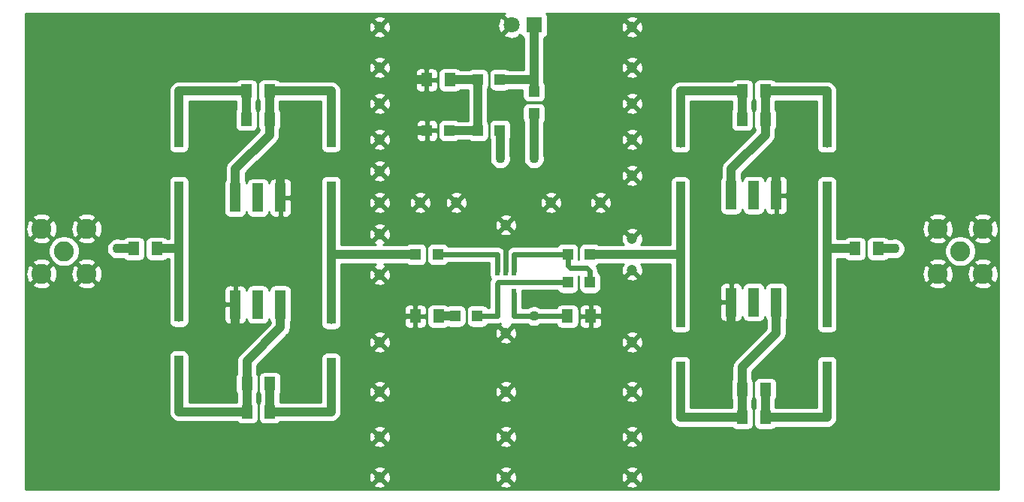
<source format=gbr>
G04 #@! TF.GenerationSoftware,KiCad,Pcbnew,(5.1.0)-1*
G04 #@! TF.CreationDate,2019-08-25T01:23:41+02:00*
G04 #@! TF.ProjectId,Filtre-de-resolution-MSA-200-Hz,46696c74-7265-42d6-9465-2d7265736f6c,1.0*
G04 #@! TF.SameCoordinates,Original*
G04 #@! TF.FileFunction,Copper,L1,Top*
G04 #@! TF.FilePolarity,Positive*
%FSLAX46Y46*%
G04 Gerber Fmt 4.6, Leading zero omitted, Abs format (unit mm)*
G04 Created by KiCad (PCBNEW (5.1.0)-1) date 2019-08-25 01:23:41*
%MOMM*%
%LPD*%
G04 APERTURE LIST*
%ADD10R,1.300000X1.500000*%
%ADD11R,1.300000X1.200000*%
%ADD12R,0.500000X1.000000*%
%ADD13C,2.250000*%
%ADD14C,1.800000*%
%ADD15R,1.800000X1.800000*%
%ADD16R,1.200000X1.300000*%
%ADD17R,1.270000X3.180000*%
%ADD18C,1.000000*%
%ADD19R,1.000000X5.000000*%
%ADD20C,1.200000*%
%ADD21C,1.100000*%
%ADD22C,1.000000*%
%ADD23C,0.600000*%
%ADD24C,0.254000*%
G04 APERTURE END LIST*
D10*
X118200001Y-117475000D03*
X115600001Y-117475000D03*
D11*
X147955000Y-86975000D03*
X147955000Y-84475000D03*
D12*
X145730000Y-107250000D03*
X143830000Y-107250000D03*
X143830000Y-104750000D03*
X144780000Y-104750000D03*
X145730000Y-104750000D03*
D13*
X97540000Y-105040000D03*
X92460000Y-105040000D03*
X92460000Y-99960000D03*
X97540000Y-99960000D03*
X95000000Y-102500000D03*
D14*
X145415000Y-77000000D03*
D15*
X147955000Y-77000000D03*
D13*
X193460000Y-99960000D03*
X198540000Y-99960000D03*
X198540000Y-105040000D03*
X193460000Y-105040000D03*
X196000000Y-102500000D03*
D16*
X141625000Y-88900000D03*
X144125000Y-88900000D03*
X135910000Y-88900000D03*
X138410000Y-88900000D03*
X137140000Y-102870000D03*
X134640000Y-102870000D03*
X144125000Y-83185000D03*
X141625000Y-83185000D03*
X141585000Y-109855000D03*
X139085000Y-109855000D03*
X154250000Y-106045000D03*
X151750000Y-106045000D03*
X154250000Y-102870000D03*
X151750000Y-102870000D03*
D17*
X114300000Y-108530000D03*
X116840000Y-108530000D03*
X119380000Y-108530000D03*
X119380000Y-96470000D03*
X116840000Y-96470000D03*
X114300000Y-96470000D03*
D18*
X107950000Y-95150000D03*
X107950000Y-90270000D03*
D19*
X107950000Y-88310000D03*
X107950000Y-97110000D03*
D18*
X107950000Y-109955000D03*
X107950000Y-114835000D03*
D19*
X107950000Y-116795000D03*
X107950000Y-107995000D03*
D18*
X125095000Y-90270000D03*
X125095000Y-95150000D03*
D19*
X125095000Y-97110000D03*
X125095000Y-88310000D03*
D18*
X125095000Y-115090000D03*
X125095000Y-110210000D03*
D19*
X125095000Y-108250000D03*
X125095000Y-117050000D03*
D10*
X102840000Y-102235000D03*
X105440000Y-102235000D03*
X186720000Y-102235000D03*
X184120000Y-102235000D03*
X115540000Y-87630000D03*
X118140000Y-87630000D03*
X118140000Y-84455000D03*
X115540000Y-84455000D03*
X115600001Y-120650000D03*
X118200001Y-120650000D03*
X138460000Y-83185000D03*
X135860000Y-83185000D03*
X137190000Y-109855000D03*
X134590000Y-109855000D03*
X151735000Y-109855000D03*
X154335000Y-109855000D03*
X171420000Y-84455000D03*
X174020000Y-84455000D03*
X174020000Y-87630000D03*
X171420000Y-87630000D03*
X171420000Y-118110000D03*
X174020000Y-118110000D03*
X171420000Y-121285000D03*
X174020000Y-121285000D03*
D17*
X170180000Y-96205000D03*
X172720000Y-96205000D03*
X175260000Y-96205000D03*
X175260000Y-108265000D03*
X172720000Y-108265000D03*
X170180000Y-108265000D03*
D19*
X164465000Y-97150000D03*
X164465000Y-88350000D03*
D18*
X164465000Y-90310000D03*
X164465000Y-95190000D03*
X164465000Y-110590000D03*
X164465000Y-115470000D03*
D19*
X164465000Y-117430000D03*
X164465000Y-108630000D03*
X180975000Y-88350000D03*
X180975000Y-97150000D03*
D18*
X180975000Y-95190000D03*
X180975000Y-90310000D03*
X180975000Y-115470000D03*
X180975000Y-110590000D03*
D19*
X180975000Y-108630000D03*
X180975000Y-117430000D03*
D20*
X159004000Y-81788000D03*
X159004000Y-93980000D03*
X159004000Y-89916000D03*
X130556000Y-105156000D03*
X130556000Y-112776000D03*
X130556000Y-89916000D03*
X130556000Y-77216000D03*
X144780000Y-99568000D03*
X159004000Y-112776000D03*
X144780000Y-118364000D03*
X130556000Y-93472000D03*
X130556000Y-128016000D03*
X155448000Y-97028000D03*
X130556000Y-118364000D03*
X149860000Y-97028000D03*
X144780000Y-111760000D03*
X135128000Y-97028000D03*
X159004000Y-118364000D03*
X130556000Y-100584000D03*
X144780000Y-128016000D03*
X130556000Y-123444000D03*
X130556000Y-81788000D03*
X130556000Y-97028000D03*
X159004000Y-128016000D03*
X159004000Y-123444000D03*
X139192000Y-97028000D03*
X159004000Y-104648000D03*
X159004000Y-85852000D03*
X144780000Y-123444000D03*
X159004000Y-101092000D03*
X130556000Y-85852000D03*
X159004000Y-77216000D03*
D21*
X119380000Y-92075000D03*
X133985000Y-83185000D03*
X133985000Y-88900000D03*
X170180000Y-113030000D03*
X175260000Y-91440000D03*
X157480000Y-109855000D03*
X146050000Y-100965000D03*
X143510000Y-100965000D03*
X132080000Y-109855000D03*
X114300000Y-113030000D03*
X144145000Y-92075000D03*
X100965000Y-102235000D03*
X188595000Y-102235000D03*
X147955000Y-92075000D03*
X147955000Y-109855000D03*
D22*
X105440000Y-102235000D02*
X107950000Y-102235000D01*
X107950000Y-102235000D02*
X107950000Y-97110000D01*
X107950000Y-104495000D02*
X107950000Y-102235000D01*
X107950000Y-107995000D02*
X107950000Y-104495000D01*
X119380000Y-96470000D02*
X119380000Y-92075000D01*
X135860000Y-83185000D02*
X133985000Y-83185000D01*
X135910000Y-88900000D02*
X133985000Y-88900000D01*
X170180000Y-108265000D02*
X170180000Y-113030000D01*
X175260000Y-96205000D02*
X175260000Y-91440000D01*
D23*
X154335000Y-109855000D02*
X157480000Y-109855000D01*
X144780000Y-104750000D02*
X144780000Y-100965000D01*
X144780000Y-100965000D02*
X146050000Y-100965000D01*
X144780000Y-100965000D02*
X143510000Y-100965000D01*
X134590000Y-109855000D02*
X132080000Y-109855000D01*
D22*
X114300000Y-108530000D02*
X114300000Y-113030000D01*
D23*
X145732500Y-102870000D02*
X151750000Y-102870000D01*
X145730000Y-102872500D02*
X145730000Y-104750000D01*
X145732500Y-102870000D02*
X145730000Y-102872500D01*
X151750000Y-104120000D02*
X152024000Y-104394000D01*
X151750000Y-102870000D02*
X151750000Y-104120000D01*
X152024000Y-104394000D02*
X153924000Y-104394000D01*
X154250000Y-104720000D02*
X154250000Y-106045000D01*
X153924000Y-104394000D02*
X154250000Y-104720000D01*
X143830000Y-104750000D02*
X143830000Y-102872500D01*
X143827500Y-102870000D02*
X137140000Y-102870000D01*
X143830000Y-102872500D02*
X143827500Y-102870000D01*
X143830000Y-106150000D02*
X143935000Y-106045000D01*
X143830000Y-107250000D02*
X143830000Y-106150000D01*
X143935000Y-106045000D02*
X151750000Y-106045000D01*
X143830000Y-107250000D02*
X143830000Y-109789000D01*
X143764000Y-109855000D02*
X141585000Y-109855000D01*
X143830000Y-109789000D02*
X143764000Y-109855000D01*
D22*
X125095000Y-102870000D02*
X134640000Y-102870000D01*
X125095000Y-102870000D02*
X125095000Y-108250000D01*
X125095000Y-97110000D02*
X125095000Y-102870000D01*
X144145000Y-88920000D02*
X144125000Y-88900000D01*
X144145000Y-92075000D02*
X144145000Y-88920000D01*
X144125000Y-83185000D02*
X147955000Y-83185000D01*
X147955000Y-77000000D02*
X147955000Y-83185000D01*
X147955000Y-83185000D02*
X147955000Y-84475000D01*
X100965000Y-102235000D02*
X102840000Y-102235000D01*
X186720000Y-102235000D02*
X188595000Y-102235000D01*
X184120000Y-102235000D02*
X180975000Y-102235000D01*
X180975000Y-97150000D02*
X180975000Y-102235000D01*
X180975000Y-102235000D02*
X180975000Y-108630000D01*
X107950000Y-88310000D02*
X107950000Y-84455000D01*
X107950000Y-84455000D02*
X115540000Y-84455000D01*
X115540000Y-87630000D02*
X115540000Y-84455000D01*
X125095000Y-88310000D02*
X125095000Y-84455000D01*
X125095000Y-84455000D02*
X118140000Y-84455000D01*
X118140000Y-87630000D02*
X118140000Y-84455000D01*
X114300000Y-93880000D02*
X114300000Y-96470000D01*
X114300000Y-93220000D02*
X114300000Y-93880000D01*
X118140000Y-89380000D02*
X114300000Y-93220000D01*
X118140000Y-87630000D02*
X118140000Y-89380000D01*
X107950000Y-116795000D02*
X107950000Y-120650000D01*
X107950000Y-120650000D02*
X115600001Y-120650000D01*
X115600001Y-117475000D02*
X115600001Y-120650000D01*
X119380000Y-108530000D02*
X119380000Y-111125000D01*
X115600001Y-114904999D02*
X115600001Y-117475000D01*
X119380000Y-111125000D02*
X115600001Y-114904999D01*
X118200001Y-117475000D02*
X118200001Y-120650000D01*
X125095000Y-117050000D02*
X125095000Y-120650000D01*
X125095000Y-120650000D02*
X118200001Y-120650000D01*
X138460000Y-83185000D02*
X141625000Y-83185000D01*
X138410000Y-88900000D02*
X141625000Y-88900000D01*
X141625000Y-83185000D02*
X141625000Y-88900000D01*
X137190000Y-109855000D02*
X139085000Y-109855000D01*
D23*
X145730000Y-107250000D02*
X145730000Y-109852500D01*
X145730000Y-109852500D02*
X145732500Y-109855000D01*
D22*
X147955000Y-86975000D02*
X147955000Y-92075000D01*
D23*
X145732500Y-109855000D02*
X147955000Y-109855000D01*
X147955000Y-109855000D02*
X151735000Y-109855000D01*
D22*
X164465000Y-88350000D02*
X164465000Y-84455000D01*
X164465000Y-84455000D02*
X171420000Y-84455000D01*
X171420000Y-84455000D02*
X171420000Y-87630000D01*
X180975000Y-88350000D02*
X180975000Y-84455000D01*
X180975000Y-84455000D02*
X174020000Y-84455000D01*
X174020000Y-87630000D02*
X174020000Y-84455000D01*
X170180000Y-93615000D02*
X170180000Y-96205000D01*
X170180000Y-93220000D02*
X170180000Y-93615000D01*
X174020000Y-89380000D02*
X170180000Y-93220000D01*
X174020000Y-87630000D02*
X174020000Y-89380000D01*
X164465000Y-117430000D02*
X164465000Y-121285000D01*
X164465000Y-121285000D02*
X171420000Y-121285000D01*
X171420000Y-118110000D02*
X171420000Y-121285000D01*
X171420000Y-115600000D02*
X171420000Y-118110000D01*
X175260000Y-108265000D02*
X175260000Y-111760000D01*
X175260000Y-111760000D02*
X171420000Y-115600000D01*
X180975000Y-117430000D02*
X180975000Y-121285000D01*
X180975000Y-121285000D02*
X174020000Y-121285000D01*
X174020000Y-118110000D02*
X174020000Y-121285000D01*
X154250000Y-102870000D02*
X164465000Y-102870000D01*
X164465000Y-102870000D02*
X164465000Y-97150000D01*
X164465000Y-102870000D02*
X164465000Y-108630000D01*
D24*
G36*
X144614208Y-75681739D02*
G01*
X144530525Y-75935920D01*
X145415000Y-76820395D01*
X145429143Y-76806253D01*
X145608748Y-76985858D01*
X145594605Y-77000000D01*
X145608748Y-77014143D01*
X145429143Y-77193748D01*
X145415000Y-77179605D01*
X144530525Y-78064080D01*
X144614208Y-78318261D01*
X144886775Y-78449158D01*
X145179642Y-78524365D01*
X145481553Y-78540991D01*
X145780907Y-78498397D01*
X146066199Y-78398222D01*
X146215792Y-78318261D01*
X146299474Y-78064082D01*
X146415422Y-78180030D01*
X146462187Y-78133265D01*
X146465498Y-78144180D01*
X146524463Y-78254494D01*
X146603815Y-78351185D01*
X146700506Y-78430537D01*
X146810820Y-78489502D01*
X146820000Y-78492287D01*
X146820001Y-82050000D01*
X145134981Y-82050000D01*
X145079494Y-82004463D01*
X144969180Y-81945498D01*
X144849482Y-81909188D01*
X144725000Y-81896928D01*
X143525000Y-81896928D01*
X143400518Y-81909188D01*
X143280820Y-81945498D01*
X143170506Y-82004463D01*
X143073815Y-82083815D01*
X142994463Y-82180506D01*
X142935498Y-82290820D01*
X142899188Y-82410518D01*
X142886928Y-82535000D01*
X142886928Y-83835000D01*
X142899188Y-83959482D01*
X142935498Y-84079180D01*
X142994463Y-84189494D01*
X143073815Y-84286185D01*
X143170506Y-84365537D01*
X143280820Y-84424502D01*
X143400518Y-84460812D01*
X143525000Y-84473072D01*
X144725000Y-84473072D01*
X144849482Y-84460812D01*
X144969180Y-84424502D01*
X145079494Y-84365537D01*
X145134981Y-84320000D01*
X146666928Y-84320000D01*
X146666928Y-85075000D01*
X146679188Y-85199482D01*
X146715498Y-85319180D01*
X146774463Y-85429494D01*
X146853815Y-85526185D01*
X146950506Y-85605537D01*
X147060820Y-85664502D01*
X147180518Y-85700812D01*
X147305000Y-85713072D01*
X148605000Y-85713072D01*
X148729482Y-85700812D01*
X148849180Y-85664502D01*
X148959494Y-85605537D01*
X149056185Y-85526185D01*
X149135537Y-85429494D01*
X149194502Y-85319180D01*
X149230812Y-85199482D01*
X149243072Y-85075000D01*
X149243072Y-85002236D01*
X158333841Y-85002236D01*
X159004000Y-85672395D01*
X159674159Y-85002236D01*
X159626852Y-84778652D01*
X159405484Y-84677763D01*
X159168687Y-84622000D01*
X158925562Y-84613505D01*
X158685451Y-84652605D01*
X158457582Y-84737798D01*
X158381148Y-84778652D01*
X158333841Y-85002236D01*
X149243072Y-85002236D01*
X149243072Y-84455000D01*
X163324509Y-84455000D01*
X163330001Y-84510762D01*
X163330001Y-85818802D01*
X163326928Y-85850000D01*
X163326928Y-90850000D01*
X163339188Y-90974482D01*
X163375498Y-91094180D01*
X163434463Y-91204494D01*
X163513815Y-91301185D01*
X163610506Y-91380537D01*
X163720820Y-91439502D01*
X163840518Y-91475812D01*
X163965000Y-91488072D01*
X164965000Y-91488072D01*
X165089482Y-91475812D01*
X165209180Y-91439502D01*
X165319494Y-91380537D01*
X165416185Y-91301185D01*
X165495537Y-91204494D01*
X165554502Y-91094180D01*
X165590812Y-90974482D01*
X165603072Y-90850000D01*
X165603072Y-85850000D01*
X165600000Y-85818808D01*
X165600000Y-85590000D01*
X170264499Y-85590000D01*
X170285000Y-85614982D01*
X170285001Y-86470018D01*
X170239463Y-86525506D01*
X170180498Y-86635820D01*
X170144188Y-86755518D01*
X170131928Y-86880000D01*
X170131928Y-88380000D01*
X170144188Y-88504482D01*
X170180498Y-88624180D01*
X170239463Y-88734494D01*
X170318815Y-88831185D01*
X170415506Y-88910537D01*
X170525820Y-88969502D01*
X170645518Y-89005812D01*
X170770000Y-89018072D01*
X172070000Y-89018072D01*
X172194482Y-89005812D01*
X172314180Y-88969502D01*
X172424494Y-88910537D01*
X172521185Y-88831185D01*
X172600537Y-88734494D01*
X172659502Y-88624180D01*
X172695812Y-88504482D01*
X172708072Y-88380000D01*
X172708072Y-86880000D01*
X172695812Y-86755518D01*
X172659502Y-86635820D01*
X172600537Y-86525506D01*
X172555000Y-86470019D01*
X172555000Y-85614981D01*
X172600537Y-85559494D01*
X172659502Y-85449180D01*
X172695812Y-85329482D01*
X172708072Y-85205000D01*
X172708072Y-83705000D01*
X172695812Y-83580518D01*
X172659502Y-83460820D01*
X172600537Y-83350506D01*
X172521185Y-83253815D01*
X172424494Y-83174463D01*
X172314180Y-83115498D01*
X172194482Y-83079188D01*
X172070000Y-83066928D01*
X170770000Y-83066928D01*
X170645518Y-83079188D01*
X170525820Y-83115498D01*
X170415506Y-83174463D01*
X170318815Y-83253815D01*
X170264499Y-83320000D01*
X164520752Y-83320000D01*
X164465000Y-83314509D01*
X164409249Y-83320000D01*
X164409248Y-83320000D01*
X164242501Y-83336423D01*
X164028553Y-83401324D01*
X163831377Y-83506716D01*
X163658551Y-83648551D01*
X163516716Y-83821377D01*
X163411324Y-84018553D01*
X163346423Y-84232501D01*
X163324509Y-84455000D01*
X149243072Y-84455000D01*
X149243072Y-83875000D01*
X149230812Y-83750518D01*
X149194502Y-83630820D01*
X149135537Y-83520506D01*
X149090000Y-83465019D01*
X149090000Y-83240752D01*
X149095491Y-83185000D01*
X149090000Y-83129248D01*
X149090000Y-82637764D01*
X158333841Y-82637764D01*
X158381148Y-82861348D01*
X158602516Y-82962237D01*
X158839313Y-83018000D01*
X159082438Y-83026495D01*
X159322549Y-82987395D01*
X159550418Y-82902202D01*
X159626852Y-82861348D01*
X159674159Y-82637764D01*
X159004000Y-81967605D01*
X158333841Y-82637764D01*
X149090000Y-82637764D01*
X149090000Y-81866438D01*
X157765505Y-81866438D01*
X157804605Y-82106549D01*
X157889798Y-82334418D01*
X157930652Y-82410852D01*
X158154236Y-82458159D01*
X158824395Y-81788000D01*
X159183605Y-81788000D01*
X159853764Y-82458159D01*
X160077348Y-82410852D01*
X160178237Y-82189484D01*
X160234000Y-81952687D01*
X160242495Y-81709562D01*
X160203395Y-81469451D01*
X160118202Y-81241582D01*
X160077348Y-81165148D01*
X159853764Y-81117841D01*
X159183605Y-81788000D01*
X158824395Y-81788000D01*
X158154236Y-81117841D01*
X157930652Y-81165148D01*
X157829763Y-81386516D01*
X157774000Y-81623313D01*
X157765505Y-81866438D01*
X149090000Y-81866438D01*
X149090000Y-80938236D01*
X158333841Y-80938236D01*
X159004000Y-81608395D01*
X159674159Y-80938236D01*
X159626852Y-80714652D01*
X159405484Y-80613763D01*
X159168687Y-80558000D01*
X158925562Y-80549505D01*
X158685451Y-80588605D01*
X158457582Y-80673798D01*
X158381148Y-80714652D01*
X158333841Y-80938236D01*
X149090000Y-80938236D01*
X149090000Y-78492287D01*
X149099180Y-78489502D01*
X149209494Y-78430537D01*
X149306185Y-78351185D01*
X149385537Y-78254494D01*
X149444502Y-78144180D01*
X149468289Y-78065764D01*
X158333841Y-78065764D01*
X158381148Y-78289348D01*
X158602516Y-78390237D01*
X158839313Y-78446000D01*
X159082438Y-78454495D01*
X159322549Y-78415395D01*
X159550418Y-78330202D01*
X159626852Y-78289348D01*
X159674159Y-78065764D01*
X159004000Y-77395605D01*
X158333841Y-78065764D01*
X149468289Y-78065764D01*
X149480812Y-78024482D01*
X149493072Y-77900000D01*
X149493072Y-77294438D01*
X157765505Y-77294438D01*
X157804605Y-77534549D01*
X157889798Y-77762418D01*
X157930652Y-77838852D01*
X158154236Y-77886159D01*
X158824395Y-77216000D01*
X159183605Y-77216000D01*
X159853764Y-77886159D01*
X160077348Y-77838852D01*
X160178237Y-77617484D01*
X160234000Y-77380687D01*
X160242495Y-77137562D01*
X160203395Y-76897451D01*
X160118202Y-76669582D01*
X160077348Y-76593148D01*
X159853764Y-76545841D01*
X159183605Y-77216000D01*
X158824395Y-77216000D01*
X158154236Y-76545841D01*
X157930652Y-76593148D01*
X157829763Y-76814516D01*
X157774000Y-77051313D01*
X157765505Y-77294438D01*
X149493072Y-77294438D01*
X149493072Y-76366236D01*
X158333841Y-76366236D01*
X159004000Y-77036395D01*
X159674159Y-76366236D01*
X159626852Y-76142652D01*
X159405484Y-76041763D01*
X159168687Y-75986000D01*
X158925562Y-75977505D01*
X158685451Y-76016605D01*
X158457582Y-76101798D01*
X158381148Y-76142652D01*
X158333841Y-76366236D01*
X149493072Y-76366236D01*
X149493072Y-76100000D01*
X149480812Y-75975518D01*
X149444502Y-75855820D01*
X149385537Y-75745506D01*
X149315364Y-75660000D01*
X200340001Y-75660000D01*
X200340000Y-129340000D01*
X90660000Y-129340000D01*
X90660000Y-128865764D01*
X129885841Y-128865764D01*
X129933148Y-129089348D01*
X130154516Y-129190237D01*
X130391313Y-129246000D01*
X130634438Y-129254495D01*
X130874549Y-129215395D01*
X131102418Y-129130202D01*
X131178852Y-129089348D01*
X131226159Y-128865764D01*
X144109841Y-128865764D01*
X144157148Y-129089348D01*
X144378516Y-129190237D01*
X144615313Y-129246000D01*
X144858438Y-129254495D01*
X145098549Y-129215395D01*
X145326418Y-129130202D01*
X145402852Y-129089348D01*
X145450159Y-128865764D01*
X158333841Y-128865764D01*
X158381148Y-129089348D01*
X158602516Y-129190237D01*
X158839313Y-129246000D01*
X159082438Y-129254495D01*
X159322549Y-129215395D01*
X159550418Y-129130202D01*
X159626852Y-129089348D01*
X159674159Y-128865764D01*
X159004000Y-128195605D01*
X158333841Y-128865764D01*
X145450159Y-128865764D01*
X144780000Y-128195605D01*
X144109841Y-128865764D01*
X131226159Y-128865764D01*
X130556000Y-128195605D01*
X129885841Y-128865764D01*
X90660000Y-128865764D01*
X90660000Y-128094438D01*
X129317505Y-128094438D01*
X129356605Y-128334549D01*
X129441798Y-128562418D01*
X129482652Y-128638852D01*
X129706236Y-128686159D01*
X130376395Y-128016000D01*
X130735605Y-128016000D01*
X131405764Y-128686159D01*
X131629348Y-128638852D01*
X131730237Y-128417484D01*
X131786000Y-128180687D01*
X131789013Y-128094438D01*
X143541505Y-128094438D01*
X143580605Y-128334549D01*
X143665798Y-128562418D01*
X143706652Y-128638852D01*
X143930236Y-128686159D01*
X144600395Y-128016000D01*
X144959605Y-128016000D01*
X145629764Y-128686159D01*
X145853348Y-128638852D01*
X145954237Y-128417484D01*
X146010000Y-128180687D01*
X146013013Y-128094438D01*
X157765505Y-128094438D01*
X157804605Y-128334549D01*
X157889798Y-128562418D01*
X157930652Y-128638852D01*
X158154236Y-128686159D01*
X158824395Y-128016000D01*
X159183605Y-128016000D01*
X159853764Y-128686159D01*
X160077348Y-128638852D01*
X160178237Y-128417484D01*
X160234000Y-128180687D01*
X160242495Y-127937562D01*
X160203395Y-127697451D01*
X160118202Y-127469582D01*
X160077348Y-127393148D01*
X159853764Y-127345841D01*
X159183605Y-128016000D01*
X158824395Y-128016000D01*
X158154236Y-127345841D01*
X157930652Y-127393148D01*
X157829763Y-127614516D01*
X157774000Y-127851313D01*
X157765505Y-128094438D01*
X146013013Y-128094438D01*
X146018495Y-127937562D01*
X145979395Y-127697451D01*
X145894202Y-127469582D01*
X145853348Y-127393148D01*
X145629764Y-127345841D01*
X144959605Y-128016000D01*
X144600395Y-128016000D01*
X143930236Y-127345841D01*
X143706652Y-127393148D01*
X143605763Y-127614516D01*
X143550000Y-127851313D01*
X143541505Y-128094438D01*
X131789013Y-128094438D01*
X131794495Y-127937562D01*
X131755395Y-127697451D01*
X131670202Y-127469582D01*
X131629348Y-127393148D01*
X131405764Y-127345841D01*
X130735605Y-128016000D01*
X130376395Y-128016000D01*
X129706236Y-127345841D01*
X129482652Y-127393148D01*
X129381763Y-127614516D01*
X129326000Y-127851313D01*
X129317505Y-128094438D01*
X90660000Y-128094438D01*
X90660000Y-127166236D01*
X129885841Y-127166236D01*
X130556000Y-127836395D01*
X131226159Y-127166236D01*
X144109841Y-127166236D01*
X144780000Y-127836395D01*
X145450159Y-127166236D01*
X158333841Y-127166236D01*
X159004000Y-127836395D01*
X159674159Y-127166236D01*
X159626852Y-126942652D01*
X159405484Y-126841763D01*
X159168687Y-126786000D01*
X158925562Y-126777505D01*
X158685451Y-126816605D01*
X158457582Y-126901798D01*
X158381148Y-126942652D01*
X158333841Y-127166236D01*
X145450159Y-127166236D01*
X145402852Y-126942652D01*
X145181484Y-126841763D01*
X144944687Y-126786000D01*
X144701562Y-126777505D01*
X144461451Y-126816605D01*
X144233582Y-126901798D01*
X144157148Y-126942652D01*
X144109841Y-127166236D01*
X131226159Y-127166236D01*
X131178852Y-126942652D01*
X130957484Y-126841763D01*
X130720687Y-126786000D01*
X130477562Y-126777505D01*
X130237451Y-126816605D01*
X130009582Y-126901798D01*
X129933148Y-126942652D01*
X129885841Y-127166236D01*
X90660000Y-127166236D01*
X90660000Y-124293764D01*
X129885841Y-124293764D01*
X129933148Y-124517348D01*
X130154516Y-124618237D01*
X130391313Y-124674000D01*
X130634438Y-124682495D01*
X130874549Y-124643395D01*
X131102418Y-124558202D01*
X131178852Y-124517348D01*
X131226159Y-124293764D01*
X144109841Y-124293764D01*
X144157148Y-124517348D01*
X144378516Y-124618237D01*
X144615313Y-124674000D01*
X144858438Y-124682495D01*
X145098549Y-124643395D01*
X145326418Y-124558202D01*
X145402852Y-124517348D01*
X145450159Y-124293764D01*
X158333841Y-124293764D01*
X158381148Y-124517348D01*
X158602516Y-124618237D01*
X158839313Y-124674000D01*
X159082438Y-124682495D01*
X159322549Y-124643395D01*
X159550418Y-124558202D01*
X159626852Y-124517348D01*
X159674159Y-124293764D01*
X159004000Y-123623605D01*
X158333841Y-124293764D01*
X145450159Y-124293764D01*
X144780000Y-123623605D01*
X144109841Y-124293764D01*
X131226159Y-124293764D01*
X130556000Y-123623605D01*
X129885841Y-124293764D01*
X90660000Y-124293764D01*
X90660000Y-123522438D01*
X129317505Y-123522438D01*
X129356605Y-123762549D01*
X129441798Y-123990418D01*
X129482652Y-124066852D01*
X129706236Y-124114159D01*
X130376395Y-123444000D01*
X130735605Y-123444000D01*
X131405764Y-124114159D01*
X131629348Y-124066852D01*
X131730237Y-123845484D01*
X131786000Y-123608687D01*
X131789013Y-123522438D01*
X143541505Y-123522438D01*
X143580605Y-123762549D01*
X143665798Y-123990418D01*
X143706652Y-124066852D01*
X143930236Y-124114159D01*
X144600395Y-123444000D01*
X144959605Y-123444000D01*
X145629764Y-124114159D01*
X145853348Y-124066852D01*
X145954237Y-123845484D01*
X146010000Y-123608687D01*
X146013013Y-123522438D01*
X157765505Y-123522438D01*
X157804605Y-123762549D01*
X157889798Y-123990418D01*
X157930652Y-124066852D01*
X158154236Y-124114159D01*
X158824395Y-123444000D01*
X159183605Y-123444000D01*
X159853764Y-124114159D01*
X160077348Y-124066852D01*
X160178237Y-123845484D01*
X160234000Y-123608687D01*
X160242495Y-123365562D01*
X160203395Y-123125451D01*
X160118202Y-122897582D01*
X160077348Y-122821148D01*
X159853764Y-122773841D01*
X159183605Y-123444000D01*
X158824395Y-123444000D01*
X158154236Y-122773841D01*
X157930652Y-122821148D01*
X157829763Y-123042516D01*
X157774000Y-123279313D01*
X157765505Y-123522438D01*
X146013013Y-123522438D01*
X146018495Y-123365562D01*
X145979395Y-123125451D01*
X145894202Y-122897582D01*
X145853348Y-122821148D01*
X145629764Y-122773841D01*
X144959605Y-123444000D01*
X144600395Y-123444000D01*
X143930236Y-122773841D01*
X143706652Y-122821148D01*
X143605763Y-123042516D01*
X143550000Y-123279313D01*
X143541505Y-123522438D01*
X131789013Y-123522438D01*
X131794495Y-123365562D01*
X131755395Y-123125451D01*
X131670202Y-122897582D01*
X131629348Y-122821148D01*
X131405764Y-122773841D01*
X130735605Y-123444000D01*
X130376395Y-123444000D01*
X129706236Y-122773841D01*
X129482652Y-122821148D01*
X129381763Y-123042516D01*
X129326000Y-123279313D01*
X129317505Y-123522438D01*
X90660000Y-123522438D01*
X90660000Y-122594236D01*
X129885841Y-122594236D01*
X130556000Y-123264395D01*
X131226159Y-122594236D01*
X144109841Y-122594236D01*
X144780000Y-123264395D01*
X145450159Y-122594236D01*
X158333841Y-122594236D01*
X159004000Y-123264395D01*
X159674159Y-122594236D01*
X159626852Y-122370652D01*
X159405484Y-122269763D01*
X159168687Y-122214000D01*
X158925562Y-122205505D01*
X158685451Y-122244605D01*
X158457582Y-122329798D01*
X158381148Y-122370652D01*
X158333841Y-122594236D01*
X145450159Y-122594236D01*
X145402852Y-122370652D01*
X145181484Y-122269763D01*
X144944687Y-122214000D01*
X144701562Y-122205505D01*
X144461451Y-122244605D01*
X144233582Y-122329798D01*
X144157148Y-122370652D01*
X144109841Y-122594236D01*
X131226159Y-122594236D01*
X131178852Y-122370652D01*
X130957484Y-122269763D01*
X130720687Y-122214000D01*
X130477562Y-122205505D01*
X130237451Y-122244605D01*
X130009582Y-122329798D01*
X129933148Y-122370652D01*
X129885841Y-122594236D01*
X90660000Y-122594236D01*
X90660000Y-120650000D01*
X106809509Y-120650000D01*
X106831423Y-120872499D01*
X106896324Y-121086447D01*
X107001716Y-121283623D01*
X107143551Y-121456449D01*
X107316377Y-121598284D01*
X107513553Y-121703676D01*
X107727501Y-121768577D01*
X107894248Y-121785000D01*
X107894249Y-121785000D01*
X107950000Y-121790491D01*
X108005752Y-121785000D01*
X114444500Y-121785000D01*
X114498816Y-121851185D01*
X114595507Y-121930537D01*
X114705821Y-121989502D01*
X114825519Y-122025812D01*
X114950001Y-122038072D01*
X116250001Y-122038072D01*
X116374483Y-122025812D01*
X116494181Y-121989502D01*
X116604495Y-121930537D01*
X116701186Y-121851185D01*
X116780538Y-121754494D01*
X116839503Y-121644180D01*
X116875813Y-121524482D01*
X116888073Y-121400000D01*
X116888073Y-119900000D01*
X116875813Y-119775518D01*
X116839503Y-119655820D01*
X116780538Y-119545506D01*
X116735001Y-119490019D01*
X116735001Y-118634981D01*
X116780538Y-118579494D01*
X116839503Y-118469180D01*
X116875813Y-118349482D01*
X116888073Y-118225000D01*
X116888073Y-116725000D01*
X116911929Y-116725000D01*
X116911929Y-118225000D01*
X116924189Y-118349482D01*
X116960499Y-118469180D01*
X117019464Y-118579494D01*
X117065001Y-118634982D01*
X117065002Y-119490018D01*
X117019464Y-119545506D01*
X116960499Y-119655820D01*
X116924189Y-119775518D01*
X116911929Y-119900000D01*
X116911929Y-121400000D01*
X116924189Y-121524482D01*
X116960499Y-121644180D01*
X117019464Y-121754494D01*
X117098816Y-121851185D01*
X117195507Y-121930537D01*
X117305821Y-121989502D01*
X117425519Y-122025812D01*
X117550001Y-122038072D01*
X118850001Y-122038072D01*
X118974483Y-122025812D01*
X119094181Y-121989502D01*
X119204495Y-121930537D01*
X119301186Y-121851185D01*
X119355502Y-121785000D01*
X125039249Y-121785000D01*
X125095000Y-121790491D01*
X125317499Y-121768577D01*
X125531447Y-121703676D01*
X125728623Y-121598284D01*
X125901449Y-121456449D01*
X126042153Y-121285000D01*
X163324509Y-121285000D01*
X163346423Y-121507499D01*
X163411324Y-121721447D01*
X163516716Y-121918623D01*
X163658551Y-122091449D01*
X163831377Y-122233284D01*
X164028553Y-122338676D01*
X164242501Y-122403577D01*
X164409248Y-122420000D01*
X164409249Y-122420000D01*
X164465000Y-122425491D01*
X164520752Y-122420000D01*
X170264499Y-122420000D01*
X170318815Y-122486185D01*
X170415506Y-122565537D01*
X170525820Y-122624502D01*
X170645518Y-122660812D01*
X170770000Y-122673072D01*
X172070000Y-122673072D01*
X172194482Y-122660812D01*
X172314180Y-122624502D01*
X172424494Y-122565537D01*
X172521185Y-122486185D01*
X172600537Y-122389494D01*
X172659502Y-122279180D01*
X172695812Y-122159482D01*
X172708072Y-122035000D01*
X172708072Y-120535000D01*
X172695812Y-120410518D01*
X172659502Y-120290820D01*
X172600537Y-120180506D01*
X172555000Y-120125019D01*
X172555000Y-119269981D01*
X172600537Y-119214494D01*
X172659502Y-119104180D01*
X172695812Y-118984482D01*
X172708072Y-118860000D01*
X172708072Y-117360000D01*
X172731928Y-117360000D01*
X172731928Y-118860000D01*
X172744188Y-118984482D01*
X172780498Y-119104180D01*
X172839463Y-119214494D01*
X172885000Y-119269982D01*
X172885001Y-120125018D01*
X172839463Y-120180506D01*
X172780498Y-120290820D01*
X172744188Y-120410518D01*
X172731928Y-120535000D01*
X172731928Y-122035000D01*
X172744188Y-122159482D01*
X172780498Y-122279180D01*
X172839463Y-122389494D01*
X172918815Y-122486185D01*
X173015506Y-122565537D01*
X173125820Y-122624502D01*
X173245518Y-122660812D01*
X173370000Y-122673072D01*
X174670000Y-122673072D01*
X174794482Y-122660812D01*
X174914180Y-122624502D01*
X175024494Y-122565537D01*
X175121185Y-122486185D01*
X175175501Y-122420000D01*
X180919249Y-122420000D01*
X180975000Y-122425491D01*
X181197499Y-122403577D01*
X181411447Y-122338676D01*
X181608623Y-122233284D01*
X181781449Y-122091449D01*
X181923284Y-121918623D01*
X182028676Y-121721447D01*
X182093577Y-121507499D01*
X182110000Y-121340752D01*
X182115491Y-121285000D01*
X182110000Y-121229248D01*
X182110000Y-119961192D01*
X182113072Y-119930000D01*
X182113072Y-114930000D01*
X182100812Y-114805518D01*
X182064502Y-114685820D01*
X182005537Y-114575506D01*
X181926185Y-114478815D01*
X181829494Y-114399463D01*
X181719180Y-114340498D01*
X181599482Y-114304188D01*
X181475000Y-114291928D01*
X180475000Y-114291928D01*
X180350518Y-114304188D01*
X180230820Y-114340498D01*
X180120506Y-114399463D01*
X180023815Y-114478815D01*
X179944463Y-114575506D01*
X179885498Y-114685820D01*
X179849188Y-114805518D01*
X179836928Y-114930000D01*
X179836928Y-119930000D01*
X179840001Y-119961198D01*
X179840001Y-120150000D01*
X175175501Y-120150000D01*
X175155000Y-120125019D01*
X175155000Y-119269981D01*
X175200537Y-119214494D01*
X175259502Y-119104180D01*
X175295812Y-118984482D01*
X175308072Y-118860000D01*
X175308072Y-117360000D01*
X175295812Y-117235518D01*
X175259502Y-117115820D01*
X175200537Y-117005506D01*
X175121185Y-116908815D01*
X175024494Y-116829463D01*
X174914180Y-116770498D01*
X174794482Y-116734188D01*
X174670000Y-116721928D01*
X173370000Y-116721928D01*
X173245518Y-116734188D01*
X173125820Y-116770498D01*
X173015506Y-116829463D01*
X172918815Y-116908815D01*
X172839463Y-117005506D01*
X172780498Y-117115820D01*
X172744188Y-117235518D01*
X172731928Y-117360000D01*
X172708072Y-117360000D01*
X172695812Y-117235518D01*
X172659502Y-117115820D01*
X172600537Y-117005506D01*
X172555000Y-116950019D01*
X172555000Y-116070131D01*
X176023141Y-112601991D01*
X176066449Y-112566449D01*
X176208284Y-112393623D01*
X176313676Y-112196447D01*
X176378577Y-111982499D01*
X176395000Y-111815752D01*
X176400491Y-111760001D01*
X176395000Y-111704249D01*
X176395000Y-110246704D01*
X176425537Y-110209494D01*
X176484502Y-110099180D01*
X176520812Y-109979482D01*
X176533072Y-109855000D01*
X176533072Y-106675000D01*
X176520812Y-106550518D01*
X176484502Y-106430820D01*
X176425537Y-106320506D01*
X176346185Y-106223815D01*
X176249494Y-106144463D01*
X176139180Y-106085498D01*
X176019482Y-106049188D01*
X175895000Y-106036928D01*
X174625000Y-106036928D01*
X174500518Y-106049188D01*
X174380820Y-106085498D01*
X174270506Y-106144463D01*
X174173815Y-106223815D01*
X174094463Y-106320506D01*
X174035498Y-106430820D01*
X173999188Y-106550518D01*
X173990000Y-106643808D01*
X173980812Y-106550518D01*
X173944502Y-106430820D01*
X173885537Y-106320506D01*
X173806185Y-106223815D01*
X173709494Y-106144463D01*
X173599180Y-106085498D01*
X173479482Y-106049188D01*
X173355000Y-106036928D01*
X172085000Y-106036928D01*
X171960518Y-106049188D01*
X171840820Y-106085498D01*
X171730506Y-106144463D01*
X171633815Y-106223815D01*
X171554463Y-106320506D01*
X171495498Y-106430820D01*
X171459188Y-106550518D01*
X171450000Y-106643808D01*
X171440812Y-106550518D01*
X171404502Y-106430820D01*
X171345537Y-106320506D01*
X171266185Y-106223815D01*
X171169494Y-106144463D01*
X171059180Y-106085498D01*
X170939482Y-106049188D01*
X170815000Y-106036928D01*
X170465750Y-106040000D01*
X170307000Y-106198750D01*
X170307000Y-108138000D01*
X170327000Y-108138000D01*
X170327000Y-108392000D01*
X170307000Y-108392000D01*
X170307000Y-110331250D01*
X170465750Y-110490000D01*
X170815000Y-110493072D01*
X170939482Y-110480812D01*
X171059180Y-110444502D01*
X171169494Y-110385537D01*
X171266185Y-110306185D01*
X171345537Y-110209494D01*
X171404502Y-110099180D01*
X171440812Y-109979482D01*
X171450000Y-109886192D01*
X171459188Y-109979482D01*
X171495498Y-110099180D01*
X171554463Y-110209494D01*
X171633815Y-110306185D01*
X171730506Y-110385537D01*
X171840820Y-110444502D01*
X171960518Y-110480812D01*
X172085000Y-110493072D01*
X173355000Y-110493072D01*
X173479482Y-110480812D01*
X173599180Y-110444502D01*
X173709494Y-110385537D01*
X173806185Y-110306185D01*
X173885537Y-110209494D01*
X173944502Y-110099180D01*
X173980812Y-109979482D01*
X173990000Y-109886192D01*
X173999188Y-109979482D01*
X174035498Y-110099180D01*
X174094463Y-110209494D01*
X174125001Y-110246704D01*
X174125001Y-111289867D01*
X170656865Y-114758004D01*
X170613551Y-114793551D01*
X170471716Y-114966377D01*
X170385597Y-115127497D01*
X170366324Y-115163554D01*
X170301423Y-115377502D01*
X170279509Y-115600000D01*
X170285000Y-115655752D01*
X170285001Y-116950018D01*
X170239463Y-117005506D01*
X170180498Y-117115820D01*
X170144188Y-117235518D01*
X170131928Y-117360000D01*
X170131928Y-118860000D01*
X170144188Y-118984482D01*
X170180498Y-119104180D01*
X170239463Y-119214494D01*
X170285000Y-119269982D01*
X170285001Y-120125018D01*
X170264499Y-120150000D01*
X165600000Y-120150000D01*
X165600000Y-119961192D01*
X165603072Y-119930000D01*
X165603072Y-114930000D01*
X165590812Y-114805518D01*
X165554502Y-114685820D01*
X165495537Y-114575506D01*
X165416185Y-114478815D01*
X165319494Y-114399463D01*
X165209180Y-114340498D01*
X165089482Y-114304188D01*
X164965000Y-114291928D01*
X163965000Y-114291928D01*
X163840518Y-114304188D01*
X163720820Y-114340498D01*
X163610506Y-114399463D01*
X163513815Y-114478815D01*
X163434463Y-114575506D01*
X163375498Y-114685820D01*
X163339188Y-114805518D01*
X163326928Y-114930000D01*
X163326928Y-119930000D01*
X163330001Y-119961198D01*
X163330001Y-121229238D01*
X163324509Y-121285000D01*
X126042153Y-121285000D01*
X126043284Y-121283623D01*
X126148676Y-121086447D01*
X126213577Y-120872499D01*
X126230000Y-120705752D01*
X126235491Y-120650000D01*
X126230000Y-120594248D01*
X126230000Y-119581192D01*
X126233072Y-119550000D01*
X126233072Y-119213764D01*
X129885841Y-119213764D01*
X129933148Y-119437348D01*
X130154516Y-119538237D01*
X130391313Y-119594000D01*
X130634438Y-119602495D01*
X130874549Y-119563395D01*
X131102418Y-119478202D01*
X131178852Y-119437348D01*
X131226159Y-119213764D01*
X144109841Y-119213764D01*
X144157148Y-119437348D01*
X144378516Y-119538237D01*
X144615313Y-119594000D01*
X144858438Y-119602495D01*
X145098549Y-119563395D01*
X145326418Y-119478202D01*
X145402852Y-119437348D01*
X145450159Y-119213764D01*
X158333841Y-119213764D01*
X158381148Y-119437348D01*
X158602516Y-119538237D01*
X158839313Y-119594000D01*
X159082438Y-119602495D01*
X159322549Y-119563395D01*
X159550418Y-119478202D01*
X159626852Y-119437348D01*
X159674159Y-119213764D01*
X159004000Y-118543605D01*
X158333841Y-119213764D01*
X145450159Y-119213764D01*
X144780000Y-118543605D01*
X144109841Y-119213764D01*
X131226159Y-119213764D01*
X130556000Y-118543605D01*
X129885841Y-119213764D01*
X126233072Y-119213764D01*
X126233072Y-118442438D01*
X129317505Y-118442438D01*
X129356605Y-118682549D01*
X129441798Y-118910418D01*
X129482652Y-118986852D01*
X129706236Y-119034159D01*
X130376395Y-118364000D01*
X130735605Y-118364000D01*
X131405764Y-119034159D01*
X131629348Y-118986852D01*
X131730237Y-118765484D01*
X131786000Y-118528687D01*
X131789013Y-118442438D01*
X143541505Y-118442438D01*
X143580605Y-118682549D01*
X143665798Y-118910418D01*
X143706652Y-118986852D01*
X143930236Y-119034159D01*
X144600395Y-118364000D01*
X144959605Y-118364000D01*
X145629764Y-119034159D01*
X145853348Y-118986852D01*
X145954237Y-118765484D01*
X146010000Y-118528687D01*
X146013013Y-118442438D01*
X157765505Y-118442438D01*
X157804605Y-118682549D01*
X157889798Y-118910418D01*
X157930652Y-118986852D01*
X158154236Y-119034159D01*
X158824395Y-118364000D01*
X159183605Y-118364000D01*
X159853764Y-119034159D01*
X160077348Y-118986852D01*
X160178237Y-118765484D01*
X160234000Y-118528687D01*
X160242495Y-118285562D01*
X160203395Y-118045451D01*
X160118202Y-117817582D01*
X160077348Y-117741148D01*
X159853764Y-117693841D01*
X159183605Y-118364000D01*
X158824395Y-118364000D01*
X158154236Y-117693841D01*
X157930652Y-117741148D01*
X157829763Y-117962516D01*
X157774000Y-118199313D01*
X157765505Y-118442438D01*
X146013013Y-118442438D01*
X146018495Y-118285562D01*
X145979395Y-118045451D01*
X145894202Y-117817582D01*
X145853348Y-117741148D01*
X145629764Y-117693841D01*
X144959605Y-118364000D01*
X144600395Y-118364000D01*
X143930236Y-117693841D01*
X143706652Y-117741148D01*
X143605763Y-117962516D01*
X143550000Y-118199313D01*
X143541505Y-118442438D01*
X131789013Y-118442438D01*
X131794495Y-118285562D01*
X131755395Y-118045451D01*
X131670202Y-117817582D01*
X131629348Y-117741148D01*
X131405764Y-117693841D01*
X130735605Y-118364000D01*
X130376395Y-118364000D01*
X129706236Y-117693841D01*
X129482652Y-117741148D01*
X129381763Y-117962516D01*
X129326000Y-118199313D01*
X129317505Y-118442438D01*
X126233072Y-118442438D01*
X126233072Y-117514236D01*
X129885841Y-117514236D01*
X130556000Y-118184395D01*
X131226159Y-117514236D01*
X144109841Y-117514236D01*
X144780000Y-118184395D01*
X145450159Y-117514236D01*
X158333841Y-117514236D01*
X159004000Y-118184395D01*
X159674159Y-117514236D01*
X159626852Y-117290652D01*
X159405484Y-117189763D01*
X159168687Y-117134000D01*
X158925562Y-117125505D01*
X158685451Y-117164605D01*
X158457582Y-117249798D01*
X158381148Y-117290652D01*
X158333841Y-117514236D01*
X145450159Y-117514236D01*
X145402852Y-117290652D01*
X145181484Y-117189763D01*
X144944687Y-117134000D01*
X144701562Y-117125505D01*
X144461451Y-117164605D01*
X144233582Y-117249798D01*
X144157148Y-117290652D01*
X144109841Y-117514236D01*
X131226159Y-117514236D01*
X131178852Y-117290652D01*
X130957484Y-117189763D01*
X130720687Y-117134000D01*
X130477562Y-117125505D01*
X130237451Y-117164605D01*
X130009582Y-117249798D01*
X129933148Y-117290652D01*
X129885841Y-117514236D01*
X126233072Y-117514236D01*
X126233072Y-114550000D01*
X126220812Y-114425518D01*
X126184502Y-114305820D01*
X126125537Y-114195506D01*
X126046185Y-114098815D01*
X125949494Y-114019463D01*
X125839180Y-113960498D01*
X125719482Y-113924188D01*
X125595000Y-113911928D01*
X124595000Y-113911928D01*
X124470518Y-113924188D01*
X124350820Y-113960498D01*
X124240506Y-114019463D01*
X124143815Y-114098815D01*
X124064463Y-114195506D01*
X124005498Y-114305820D01*
X123969188Y-114425518D01*
X123956928Y-114550000D01*
X123956928Y-119515000D01*
X119355502Y-119515000D01*
X119335001Y-119490019D01*
X119335001Y-118634981D01*
X119380538Y-118579494D01*
X119439503Y-118469180D01*
X119475813Y-118349482D01*
X119488073Y-118225000D01*
X119488073Y-116725000D01*
X119475813Y-116600518D01*
X119439503Y-116480820D01*
X119380538Y-116370506D01*
X119301186Y-116273815D01*
X119204495Y-116194463D01*
X119094181Y-116135498D01*
X118974483Y-116099188D01*
X118850001Y-116086928D01*
X117550001Y-116086928D01*
X117425519Y-116099188D01*
X117305821Y-116135498D01*
X117195507Y-116194463D01*
X117098816Y-116273815D01*
X117019464Y-116370506D01*
X116960499Y-116480820D01*
X116924189Y-116600518D01*
X116911929Y-116725000D01*
X116888073Y-116725000D01*
X116875813Y-116600518D01*
X116839503Y-116480820D01*
X116780538Y-116370506D01*
X116735001Y-116315019D01*
X116735001Y-115375130D01*
X118484367Y-113625764D01*
X129885841Y-113625764D01*
X129933148Y-113849348D01*
X130154516Y-113950237D01*
X130391313Y-114006000D01*
X130634438Y-114014495D01*
X130874549Y-113975395D01*
X131102418Y-113890202D01*
X131178852Y-113849348D01*
X131226159Y-113625764D01*
X158333841Y-113625764D01*
X158381148Y-113849348D01*
X158602516Y-113950237D01*
X158839313Y-114006000D01*
X159082438Y-114014495D01*
X159322549Y-113975395D01*
X159550418Y-113890202D01*
X159626852Y-113849348D01*
X159674159Y-113625764D01*
X159004000Y-112955605D01*
X158333841Y-113625764D01*
X131226159Y-113625764D01*
X130556000Y-112955605D01*
X129885841Y-113625764D01*
X118484367Y-113625764D01*
X119255693Y-112854438D01*
X129317505Y-112854438D01*
X129356605Y-113094549D01*
X129441798Y-113322418D01*
X129482652Y-113398852D01*
X129706236Y-113446159D01*
X130376395Y-112776000D01*
X130735605Y-112776000D01*
X131405764Y-113446159D01*
X131629348Y-113398852D01*
X131730237Y-113177484D01*
X131786000Y-112940687D01*
X131794495Y-112697562D01*
X131780198Y-112609764D01*
X144109841Y-112609764D01*
X144157148Y-112833348D01*
X144378516Y-112934237D01*
X144615313Y-112990000D01*
X144858438Y-112998495D01*
X145098549Y-112959395D01*
X145326418Y-112874202D01*
X145363394Y-112854438D01*
X157765505Y-112854438D01*
X157804605Y-113094549D01*
X157889798Y-113322418D01*
X157930652Y-113398852D01*
X158154236Y-113446159D01*
X158824395Y-112776000D01*
X159183605Y-112776000D01*
X159853764Y-113446159D01*
X160077348Y-113398852D01*
X160178237Y-113177484D01*
X160234000Y-112940687D01*
X160242495Y-112697562D01*
X160203395Y-112457451D01*
X160118202Y-112229582D01*
X160077348Y-112153148D01*
X159853764Y-112105841D01*
X159183605Y-112776000D01*
X158824395Y-112776000D01*
X158154236Y-112105841D01*
X157930652Y-112153148D01*
X157829763Y-112374516D01*
X157774000Y-112611313D01*
X157765505Y-112854438D01*
X145363394Y-112854438D01*
X145402852Y-112833348D01*
X145450159Y-112609764D01*
X144780000Y-111939605D01*
X144109841Y-112609764D01*
X131780198Y-112609764D01*
X131755395Y-112457451D01*
X131670202Y-112229582D01*
X131629348Y-112153148D01*
X131405764Y-112105841D01*
X130735605Y-112776000D01*
X130376395Y-112776000D01*
X129706236Y-112105841D01*
X129482652Y-112153148D01*
X129381763Y-112374516D01*
X129326000Y-112611313D01*
X129317505Y-112854438D01*
X119255693Y-112854438D01*
X120143141Y-111966991D01*
X120186449Y-111931449D01*
X120190727Y-111926236D01*
X129885841Y-111926236D01*
X130556000Y-112596395D01*
X131226159Y-111926236D01*
X131207583Y-111838438D01*
X143541505Y-111838438D01*
X143580605Y-112078549D01*
X143665798Y-112306418D01*
X143706652Y-112382852D01*
X143930236Y-112430159D01*
X144600395Y-111760000D01*
X144959605Y-111760000D01*
X145629764Y-112430159D01*
X145853348Y-112382852D01*
X145954237Y-112161484D01*
X146009635Y-111926236D01*
X158333841Y-111926236D01*
X159004000Y-112596395D01*
X159674159Y-111926236D01*
X159626852Y-111702652D01*
X159405484Y-111601763D01*
X159168687Y-111546000D01*
X158925562Y-111537505D01*
X158685451Y-111576605D01*
X158457582Y-111661798D01*
X158381148Y-111702652D01*
X158333841Y-111926236D01*
X146009635Y-111926236D01*
X146010000Y-111924687D01*
X146018495Y-111681562D01*
X145979395Y-111441451D01*
X145894202Y-111213582D01*
X145853348Y-111137148D01*
X145629764Y-111089841D01*
X144959605Y-111760000D01*
X144600395Y-111760000D01*
X143930236Y-111089841D01*
X143706652Y-111137148D01*
X143605763Y-111358516D01*
X143550000Y-111595313D01*
X143541505Y-111838438D01*
X131207583Y-111838438D01*
X131178852Y-111702652D01*
X130957484Y-111601763D01*
X130720687Y-111546000D01*
X130477562Y-111537505D01*
X130237451Y-111576605D01*
X130009582Y-111661798D01*
X129933148Y-111702652D01*
X129885841Y-111926236D01*
X120190727Y-111926236D01*
X120328284Y-111758623D01*
X120433676Y-111561447D01*
X120498577Y-111347499D01*
X120515000Y-111180752D01*
X120520491Y-111125000D01*
X120515000Y-111069248D01*
X120515000Y-110511704D01*
X120545537Y-110474494D01*
X120604502Y-110364180D01*
X120640812Y-110244482D01*
X120653072Y-110120000D01*
X120653072Y-106940000D01*
X120640812Y-106815518D01*
X120604502Y-106695820D01*
X120545537Y-106585506D01*
X120466185Y-106488815D01*
X120369494Y-106409463D01*
X120259180Y-106350498D01*
X120139482Y-106314188D01*
X120015000Y-106301928D01*
X118745000Y-106301928D01*
X118620518Y-106314188D01*
X118500820Y-106350498D01*
X118390506Y-106409463D01*
X118293815Y-106488815D01*
X118214463Y-106585506D01*
X118155498Y-106695820D01*
X118119188Y-106815518D01*
X118110000Y-106908808D01*
X118100812Y-106815518D01*
X118064502Y-106695820D01*
X118005537Y-106585506D01*
X117926185Y-106488815D01*
X117829494Y-106409463D01*
X117719180Y-106350498D01*
X117599482Y-106314188D01*
X117475000Y-106301928D01*
X116205000Y-106301928D01*
X116080518Y-106314188D01*
X115960820Y-106350498D01*
X115850506Y-106409463D01*
X115753815Y-106488815D01*
X115674463Y-106585506D01*
X115615498Y-106695820D01*
X115579188Y-106815518D01*
X115570000Y-106908808D01*
X115560812Y-106815518D01*
X115524502Y-106695820D01*
X115465537Y-106585506D01*
X115386185Y-106488815D01*
X115289494Y-106409463D01*
X115179180Y-106350498D01*
X115059482Y-106314188D01*
X114935000Y-106301928D01*
X114585750Y-106305000D01*
X114427000Y-106463750D01*
X114427000Y-108403000D01*
X114447000Y-108403000D01*
X114447000Y-108657000D01*
X114427000Y-108657000D01*
X114427000Y-110596250D01*
X114585750Y-110755000D01*
X114935000Y-110758072D01*
X115059482Y-110745812D01*
X115179180Y-110709502D01*
X115289494Y-110650537D01*
X115386185Y-110571185D01*
X115465537Y-110474494D01*
X115524502Y-110364180D01*
X115560812Y-110244482D01*
X115570000Y-110151192D01*
X115579188Y-110244482D01*
X115615498Y-110364180D01*
X115674463Y-110474494D01*
X115753815Y-110571185D01*
X115850506Y-110650537D01*
X115960820Y-110709502D01*
X116080518Y-110745812D01*
X116205000Y-110758072D01*
X117475000Y-110758072D01*
X117599482Y-110745812D01*
X117719180Y-110709502D01*
X117829494Y-110650537D01*
X117926185Y-110571185D01*
X118005537Y-110474494D01*
X118064502Y-110364180D01*
X118100812Y-110244482D01*
X118110000Y-110151192D01*
X118119188Y-110244482D01*
X118155498Y-110364180D01*
X118214463Y-110474494D01*
X118245001Y-110511704D01*
X118245001Y-110654867D01*
X114836866Y-114063003D01*
X114793552Y-114098550D01*
X114651717Y-114271376D01*
X114551159Y-114459509D01*
X114546325Y-114468553D01*
X114481424Y-114682501D01*
X114459510Y-114904999D01*
X114465001Y-114960751D01*
X114465002Y-116315018D01*
X114419464Y-116370506D01*
X114360499Y-116480820D01*
X114324189Y-116600518D01*
X114311929Y-116725000D01*
X114311929Y-118225000D01*
X114324189Y-118349482D01*
X114360499Y-118469180D01*
X114419464Y-118579494D01*
X114465001Y-118634982D01*
X114465002Y-119490018D01*
X114444500Y-119515000D01*
X109085000Y-119515000D01*
X109085000Y-119326192D01*
X109088072Y-119295000D01*
X109088072Y-114295000D01*
X109075812Y-114170518D01*
X109039502Y-114050820D01*
X108980537Y-113940506D01*
X108901185Y-113843815D01*
X108804494Y-113764463D01*
X108694180Y-113705498D01*
X108574482Y-113669188D01*
X108450000Y-113656928D01*
X107450000Y-113656928D01*
X107325518Y-113669188D01*
X107205820Y-113705498D01*
X107095506Y-113764463D01*
X106998815Y-113843815D01*
X106919463Y-113940506D01*
X106860498Y-114050820D01*
X106824188Y-114170518D01*
X106811928Y-114295000D01*
X106811928Y-119295000D01*
X106815001Y-119326198D01*
X106815001Y-120594238D01*
X106809509Y-120650000D01*
X90660000Y-120650000D01*
X90660000Y-106264531D01*
X91415074Y-106264531D01*
X91525921Y-106541714D01*
X91836840Y-106695089D01*
X92171705Y-106784860D01*
X92517650Y-106807576D01*
X92861380Y-106762366D01*
X93189685Y-106650966D01*
X93394079Y-106541714D01*
X93504926Y-106264531D01*
X96495074Y-106264531D01*
X96605921Y-106541714D01*
X96916840Y-106695089D01*
X97251705Y-106784860D01*
X97597650Y-106807576D01*
X97941380Y-106762366D01*
X98269685Y-106650966D01*
X98474079Y-106541714D01*
X98584926Y-106264531D01*
X97540000Y-105219605D01*
X96495074Y-106264531D01*
X93504926Y-106264531D01*
X92460000Y-105219605D01*
X91415074Y-106264531D01*
X90660000Y-106264531D01*
X90660000Y-105097650D01*
X90692424Y-105097650D01*
X90737634Y-105441380D01*
X90849034Y-105769685D01*
X90958286Y-105974079D01*
X91235469Y-106084926D01*
X92280395Y-105040000D01*
X92639605Y-105040000D01*
X93684531Y-106084926D01*
X93961714Y-105974079D01*
X94115089Y-105663160D01*
X94204860Y-105328295D01*
X94220004Y-105097650D01*
X95772424Y-105097650D01*
X95817634Y-105441380D01*
X95929034Y-105769685D01*
X96038286Y-105974079D01*
X96315469Y-106084926D01*
X97360395Y-105040000D01*
X97719605Y-105040000D01*
X98764531Y-106084926D01*
X99041714Y-105974079D01*
X99195089Y-105663160D01*
X99284860Y-105328295D01*
X99307576Y-104982350D01*
X99262366Y-104638620D01*
X99150966Y-104310315D01*
X99041714Y-104105921D01*
X98764531Y-103995074D01*
X97719605Y-105040000D01*
X97360395Y-105040000D01*
X96315469Y-103995074D01*
X96038286Y-104105921D01*
X95884911Y-104416840D01*
X95795140Y-104751705D01*
X95772424Y-105097650D01*
X94220004Y-105097650D01*
X94227576Y-104982350D01*
X94182366Y-104638620D01*
X94070966Y-104310315D01*
X93961714Y-104105921D01*
X93684531Y-103995074D01*
X92639605Y-105040000D01*
X92280395Y-105040000D01*
X91235469Y-103995074D01*
X90958286Y-104105921D01*
X90804911Y-104416840D01*
X90715140Y-104751705D01*
X90692424Y-105097650D01*
X90660000Y-105097650D01*
X90660000Y-103815469D01*
X91415074Y-103815469D01*
X92460000Y-104860395D01*
X93504926Y-103815469D01*
X93394079Y-103538286D01*
X93083160Y-103384911D01*
X92748295Y-103295140D01*
X92402350Y-103272424D01*
X92058620Y-103317634D01*
X91730315Y-103429034D01*
X91525921Y-103538286D01*
X91415074Y-103815469D01*
X90660000Y-103815469D01*
X90660000Y-102326655D01*
X93240000Y-102326655D01*
X93240000Y-102673345D01*
X93307636Y-103013373D01*
X93440308Y-103333673D01*
X93632919Y-103621935D01*
X93878065Y-103867081D01*
X94166327Y-104059692D01*
X94486627Y-104192364D01*
X94826655Y-104260000D01*
X95173345Y-104260000D01*
X95513373Y-104192364D01*
X95833673Y-104059692D01*
X96121935Y-103867081D01*
X96173547Y-103815469D01*
X96495074Y-103815469D01*
X97540000Y-104860395D01*
X98584926Y-103815469D01*
X98474079Y-103538286D01*
X98163160Y-103384911D01*
X97828295Y-103295140D01*
X97482350Y-103272424D01*
X97138620Y-103317634D01*
X96810315Y-103429034D01*
X96605921Y-103538286D01*
X96495074Y-103815469D01*
X96173547Y-103815469D01*
X96367081Y-103621935D01*
X96559692Y-103333673D01*
X96692364Y-103013373D01*
X96760000Y-102673345D01*
X96760000Y-102326655D01*
X96718554Y-102118288D01*
X99780000Y-102118288D01*
X99780000Y-102351712D01*
X99825539Y-102580652D01*
X99914866Y-102796308D01*
X100044550Y-102990394D01*
X100209606Y-103155450D01*
X100403692Y-103285134D01*
X100619348Y-103374461D01*
X100848288Y-103420000D01*
X101081712Y-103420000D01*
X101310652Y-103374461D01*
X101321422Y-103370000D01*
X101684499Y-103370000D01*
X101738815Y-103436185D01*
X101835506Y-103515537D01*
X101945820Y-103574502D01*
X102065518Y-103610812D01*
X102190000Y-103623072D01*
X103490000Y-103623072D01*
X103614482Y-103610812D01*
X103734180Y-103574502D01*
X103844494Y-103515537D01*
X103941185Y-103436185D01*
X104020537Y-103339494D01*
X104079502Y-103229180D01*
X104115812Y-103109482D01*
X104128072Y-102985000D01*
X104128072Y-101485000D01*
X104151928Y-101485000D01*
X104151928Y-102985000D01*
X104164188Y-103109482D01*
X104200498Y-103229180D01*
X104259463Y-103339494D01*
X104338815Y-103436185D01*
X104435506Y-103515537D01*
X104545820Y-103574502D01*
X104665518Y-103610812D01*
X104790000Y-103623072D01*
X106090000Y-103623072D01*
X106214482Y-103610812D01*
X106334180Y-103574502D01*
X106444494Y-103515537D01*
X106541185Y-103436185D01*
X106595501Y-103370000D01*
X106815000Y-103370000D01*
X106815000Y-104550751D01*
X106815001Y-104550761D01*
X106815001Y-105463801D01*
X106811928Y-105495000D01*
X106811928Y-110495000D01*
X106824188Y-110619482D01*
X106860498Y-110739180D01*
X106919463Y-110849494D01*
X106998815Y-110946185D01*
X107095506Y-111025537D01*
X107205820Y-111084502D01*
X107325518Y-111120812D01*
X107450000Y-111133072D01*
X108450000Y-111133072D01*
X108574482Y-111120812D01*
X108694180Y-111084502D01*
X108804494Y-111025537D01*
X108901185Y-110946185D01*
X108980537Y-110849494D01*
X109039502Y-110739180D01*
X109075812Y-110619482D01*
X109088072Y-110495000D01*
X109088072Y-110120000D01*
X113026928Y-110120000D01*
X113039188Y-110244482D01*
X113075498Y-110364180D01*
X113134463Y-110474494D01*
X113213815Y-110571185D01*
X113310506Y-110650537D01*
X113420820Y-110709502D01*
X113540518Y-110745812D01*
X113665000Y-110758072D01*
X114014250Y-110755000D01*
X114173000Y-110596250D01*
X114173000Y-108657000D01*
X113188750Y-108657000D01*
X113030000Y-108815750D01*
X113026928Y-110120000D01*
X109088072Y-110120000D01*
X109088072Y-106940000D01*
X113026928Y-106940000D01*
X113030000Y-108244250D01*
X113188750Y-108403000D01*
X114173000Y-108403000D01*
X114173000Y-106463750D01*
X114014250Y-106305000D01*
X113665000Y-106301928D01*
X113540518Y-106314188D01*
X113420820Y-106350498D01*
X113310506Y-106409463D01*
X113213815Y-106488815D01*
X113134463Y-106585506D01*
X113075498Y-106695820D01*
X113039188Y-106815518D01*
X113026928Y-106940000D01*
X109088072Y-106940000D01*
X109088072Y-105495000D01*
X109085000Y-105463808D01*
X109085000Y-102870000D01*
X123954509Y-102870000D01*
X123960000Y-102925751D01*
X123960001Y-105718803D01*
X123956928Y-105750000D01*
X123956928Y-110750000D01*
X123969188Y-110874482D01*
X124005498Y-110994180D01*
X124064463Y-111104494D01*
X124143815Y-111201185D01*
X124240506Y-111280537D01*
X124350820Y-111339502D01*
X124470518Y-111375812D01*
X124595000Y-111388072D01*
X125595000Y-111388072D01*
X125719482Y-111375812D01*
X125839180Y-111339502D01*
X125949494Y-111280537D01*
X126046185Y-111201185D01*
X126125537Y-111104494D01*
X126184502Y-110994180D01*
X126220812Y-110874482D01*
X126233072Y-110750000D01*
X126233072Y-110605000D01*
X133301928Y-110605000D01*
X133314188Y-110729482D01*
X133350498Y-110849180D01*
X133409463Y-110959494D01*
X133488815Y-111056185D01*
X133585506Y-111135537D01*
X133695820Y-111194502D01*
X133815518Y-111230812D01*
X133940000Y-111243072D01*
X134304250Y-111240000D01*
X134463000Y-111081250D01*
X134463000Y-109982000D01*
X134717000Y-109982000D01*
X134717000Y-111081250D01*
X134875750Y-111240000D01*
X135240000Y-111243072D01*
X135364482Y-111230812D01*
X135484180Y-111194502D01*
X135594494Y-111135537D01*
X135691185Y-111056185D01*
X135770537Y-110959494D01*
X135829502Y-110849180D01*
X135865812Y-110729482D01*
X135878072Y-110605000D01*
X135875000Y-110140750D01*
X135716250Y-109982000D01*
X134717000Y-109982000D01*
X134463000Y-109982000D01*
X133463750Y-109982000D01*
X133305000Y-110140750D01*
X133301928Y-110605000D01*
X126233072Y-110605000D01*
X126233072Y-109105000D01*
X133301928Y-109105000D01*
X133305000Y-109569250D01*
X133463750Y-109728000D01*
X134463000Y-109728000D01*
X134463000Y-108628750D01*
X134717000Y-108628750D01*
X134717000Y-109728000D01*
X135716250Y-109728000D01*
X135875000Y-109569250D01*
X135878072Y-109105000D01*
X135901928Y-109105000D01*
X135901928Y-110605000D01*
X135914188Y-110729482D01*
X135950498Y-110849180D01*
X136009463Y-110959494D01*
X136088815Y-111056185D01*
X136185506Y-111135537D01*
X136295820Y-111194502D01*
X136415518Y-111230812D01*
X136540000Y-111243072D01*
X137840000Y-111243072D01*
X137964482Y-111230812D01*
X138084180Y-111194502D01*
X138194494Y-111135537D01*
X138243504Y-111095316D01*
X138360518Y-111130812D01*
X138485000Y-111143072D01*
X139685000Y-111143072D01*
X139809482Y-111130812D01*
X139929180Y-111094502D01*
X140039494Y-111035537D01*
X140136185Y-110956185D01*
X140215537Y-110859494D01*
X140274502Y-110749180D01*
X140310812Y-110629482D01*
X140323072Y-110505000D01*
X140323072Y-109205000D01*
X140310812Y-109080518D01*
X140274502Y-108960820D01*
X140215537Y-108850506D01*
X140136185Y-108753815D01*
X140039494Y-108674463D01*
X139929180Y-108615498D01*
X139809482Y-108579188D01*
X139685000Y-108566928D01*
X138485000Y-108566928D01*
X138360518Y-108579188D01*
X138243504Y-108614684D01*
X138194494Y-108574463D01*
X138084180Y-108515498D01*
X137964482Y-108479188D01*
X137840000Y-108466928D01*
X136540000Y-108466928D01*
X136415518Y-108479188D01*
X136295820Y-108515498D01*
X136185506Y-108574463D01*
X136088815Y-108653815D01*
X136009463Y-108750506D01*
X135950498Y-108860820D01*
X135914188Y-108980518D01*
X135901928Y-109105000D01*
X135878072Y-109105000D01*
X135865812Y-108980518D01*
X135829502Y-108860820D01*
X135770537Y-108750506D01*
X135691185Y-108653815D01*
X135594494Y-108574463D01*
X135484180Y-108515498D01*
X135364482Y-108479188D01*
X135240000Y-108466928D01*
X134875750Y-108470000D01*
X134717000Y-108628750D01*
X134463000Y-108628750D01*
X134304250Y-108470000D01*
X133940000Y-108466928D01*
X133815518Y-108479188D01*
X133695820Y-108515498D01*
X133585506Y-108574463D01*
X133488815Y-108653815D01*
X133409463Y-108750506D01*
X133350498Y-108860820D01*
X133314188Y-108980518D01*
X133301928Y-109105000D01*
X126233072Y-109105000D01*
X126233072Y-106005764D01*
X129885841Y-106005764D01*
X129933148Y-106229348D01*
X130154516Y-106330237D01*
X130391313Y-106386000D01*
X130634438Y-106394495D01*
X130874549Y-106355395D01*
X131102418Y-106270202D01*
X131178852Y-106229348D01*
X131226159Y-106005764D01*
X130556000Y-105335605D01*
X129885841Y-106005764D01*
X126233072Y-106005764D01*
X126233072Y-105750000D01*
X126230000Y-105718808D01*
X126230000Y-105234438D01*
X129317505Y-105234438D01*
X129356605Y-105474549D01*
X129441798Y-105702418D01*
X129482652Y-105778852D01*
X129706236Y-105826159D01*
X130376395Y-105156000D01*
X130735605Y-105156000D01*
X131405764Y-105826159D01*
X131629348Y-105778852D01*
X131730237Y-105557484D01*
X131786000Y-105320687D01*
X131794495Y-105077562D01*
X131755395Y-104837451D01*
X131670202Y-104609582D01*
X131629348Y-104533148D01*
X131405764Y-104485841D01*
X130735605Y-105156000D01*
X130376395Y-105156000D01*
X129706236Y-104485841D01*
X129482652Y-104533148D01*
X129381763Y-104754516D01*
X129326000Y-104991313D01*
X129317505Y-105234438D01*
X126230000Y-105234438D01*
X126230000Y-104005000D01*
X130108007Y-104005000D01*
X130009582Y-104041798D01*
X129933148Y-104082652D01*
X129885841Y-104306236D01*
X130556000Y-104976395D01*
X131226159Y-104306236D01*
X131178852Y-104082652D01*
X131008470Y-104005000D01*
X133630019Y-104005000D01*
X133685506Y-104050537D01*
X133795820Y-104109502D01*
X133915518Y-104145812D01*
X134040000Y-104158072D01*
X135240000Y-104158072D01*
X135364482Y-104145812D01*
X135484180Y-104109502D01*
X135594494Y-104050537D01*
X135691185Y-103971185D01*
X135770537Y-103874494D01*
X135829502Y-103764180D01*
X135865812Y-103644482D01*
X135878072Y-103520000D01*
X135878072Y-102220000D01*
X135901928Y-102220000D01*
X135901928Y-103520000D01*
X135914188Y-103644482D01*
X135950498Y-103764180D01*
X136009463Y-103874494D01*
X136088815Y-103971185D01*
X136185506Y-104050537D01*
X136295820Y-104109502D01*
X136415518Y-104145812D01*
X136540000Y-104158072D01*
X137740000Y-104158072D01*
X137864482Y-104145812D01*
X137984180Y-104109502D01*
X138094494Y-104050537D01*
X138191185Y-103971185D01*
X138270537Y-103874494D01*
X138307683Y-103805000D01*
X142895001Y-103805000D01*
X142895000Y-104795931D01*
X142908529Y-104933291D01*
X142941928Y-105043393D01*
X142941928Y-105250000D01*
X142954188Y-105374482D01*
X142990498Y-105494180D01*
X143049463Y-105604494D01*
X143058796Y-105615866D01*
X143048815Y-105628028D01*
X143015945Y-105689524D01*
X142961994Y-105790460D01*
X142908529Y-105966709D01*
X142890476Y-106150000D01*
X142895001Y-106195941D01*
X142895000Y-107204068D01*
X142895000Y-107204069D01*
X142895001Y-108920000D01*
X142752683Y-108920000D01*
X142715537Y-108850506D01*
X142636185Y-108753815D01*
X142539494Y-108674463D01*
X142429180Y-108615498D01*
X142309482Y-108579188D01*
X142185000Y-108566928D01*
X140985000Y-108566928D01*
X140860518Y-108579188D01*
X140740820Y-108615498D01*
X140630506Y-108674463D01*
X140533815Y-108753815D01*
X140454463Y-108850506D01*
X140395498Y-108960820D01*
X140359188Y-109080518D01*
X140346928Y-109205000D01*
X140346928Y-110505000D01*
X140359188Y-110629482D01*
X140395498Y-110749180D01*
X140454463Y-110859494D01*
X140533815Y-110956185D01*
X140630506Y-111035537D01*
X140740820Y-111094502D01*
X140860518Y-111130812D01*
X140985000Y-111143072D01*
X142185000Y-111143072D01*
X142309482Y-111130812D01*
X142429180Y-111094502D01*
X142539494Y-111035537D01*
X142636185Y-110956185D01*
X142715537Y-110859494D01*
X142752683Y-110790000D01*
X143718068Y-110790000D01*
X143764000Y-110794524D01*
X143809932Y-110790000D01*
X143947292Y-110776471D01*
X144123540Y-110723007D01*
X144152760Y-110707388D01*
X144109841Y-110910236D01*
X144780000Y-111580395D01*
X145450159Y-110910236D01*
X145413122Y-110735190D01*
X145549209Y-110776472D01*
X145732500Y-110794524D01*
X145778435Y-110790000D01*
X147221382Y-110790000D01*
X147393692Y-110905134D01*
X147609348Y-110994461D01*
X147838288Y-111040000D01*
X148071712Y-111040000D01*
X148300652Y-110994461D01*
X148516308Y-110905134D01*
X148688618Y-110790000D01*
X150477546Y-110790000D01*
X150495498Y-110849180D01*
X150554463Y-110959494D01*
X150633815Y-111056185D01*
X150730506Y-111135537D01*
X150840820Y-111194502D01*
X150960518Y-111230812D01*
X151085000Y-111243072D01*
X152385000Y-111243072D01*
X152509482Y-111230812D01*
X152629180Y-111194502D01*
X152739494Y-111135537D01*
X152836185Y-111056185D01*
X152915537Y-110959494D01*
X152974502Y-110849180D01*
X153010812Y-110729482D01*
X153023072Y-110605000D01*
X153046928Y-110605000D01*
X153059188Y-110729482D01*
X153095498Y-110849180D01*
X153154463Y-110959494D01*
X153233815Y-111056185D01*
X153330506Y-111135537D01*
X153440820Y-111194502D01*
X153560518Y-111230812D01*
X153685000Y-111243072D01*
X154049250Y-111240000D01*
X154208000Y-111081250D01*
X154208000Y-109982000D01*
X154462000Y-109982000D01*
X154462000Y-111081250D01*
X154620750Y-111240000D01*
X154985000Y-111243072D01*
X155109482Y-111230812D01*
X155229180Y-111194502D01*
X155339494Y-111135537D01*
X155436185Y-111056185D01*
X155515537Y-110959494D01*
X155574502Y-110849180D01*
X155610812Y-110729482D01*
X155623072Y-110605000D01*
X155620000Y-110140750D01*
X155461250Y-109982000D01*
X154462000Y-109982000D01*
X154208000Y-109982000D01*
X153208750Y-109982000D01*
X153050000Y-110140750D01*
X153046928Y-110605000D01*
X153023072Y-110605000D01*
X153023072Y-109105000D01*
X153046928Y-109105000D01*
X153050000Y-109569250D01*
X153208750Y-109728000D01*
X154208000Y-109728000D01*
X154208000Y-108628750D01*
X154462000Y-108628750D01*
X154462000Y-109728000D01*
X155461250Y-109728000D01*
X155620000Y-109569250D01*
X155623072Y-109105000D01*
X155610812Y-108980518D01*
X155574502Y-108860820D01*
X155515537Y-108750506D01*
X155436185Y-108653815D01*
X155339494Y-108574463D01*
X155229180Y-108515498D01*
X155109482Y-108479188D01*
X154985000Y-108466928D01*
X154620750Y-108470000D01*
X154462000Y-108628750D01*
X154208000Y-108628750D01*
X154049250Y-108470000D01*
X153685000Y-108466928D01*
X153560518Y-108479188D01*
X153440820Y-108515498D01*
X153330506Y-108574463D01*
X153233815Y-108653815D01*
X153154463Y-108750506D01*
X153095498Y-108860820D01*
X153059188Y-108980518D01*
X153046928Y-109105000D01*
X153023072Y-109105000D01*
X153010812Y-108980518D01*
X152974502Y-108860820D01*
X152915537Y-108750506D01*
X152836185Y-108653815D01*
X152739494Y-108574463D01*
X152629180Y-108515498D01*
X152509482Y-108479188D01*
X152385000Y-108466928D01*
X151085000Y-108466928D01*
X150960518Y-108479188D01*
X150840820Y-108515498D01*
X150730506Y-108574463D01*
X150633815Y-108653815D01*
X150554463Y-108750506D01*
X150495498Y-108860820D01*
X150477546Y-108920000D01*
X148688618Y-108920000D01*
X148516308Y-108804866D01*
X148300652Y-108715539D01*
X148071712Y-108670000D01*
X147838288Y-108670000D01*
X147609348Y-108715539D01*
X147393692Y-108804866D01*
X147221382Y-108920000D01*
X146665000Y-108920000D01*
X146665000Y-107204068D01*
X146651471Y-107066708D01*
X146625169Y-106980000D01*
X150582317Y-106980000D01*
X150619463Y-107049494D01*
X150698815Y-107146185D01*
X150795506Y-107225537D01*
X150905820Y-107284502D01*
X151025518Y-107320812D01*
X151150000Y-107333072D01*
X152350000Y-107333072D01*
X152474482Y-107320812D01*
X152594180Y-107284502D01*
X152704494Y-107225537D01*
X152801185Y-107146185D01*
X152880537Y-107049494D01*
X152939502Y-106939180D01*
X152975812Y-106819482D01*
X152988072Y-106695000D01*
X152988072Y-105395000D01*
X152981572Y-105329000D01*
X153018428Y-105329000D01*
X153011928Y-105395000D01*
X153011928Y-106695000D01*
X153024188Y-106819482D01*
X153060498Y-106939180D01*
X153119463Y-107049494D01*
X153198815Y-107146185D01*
X153295506Y-107225537D01*
X153405820Y-107284502D01*
X153525518Y-107320812D01*
X153650000Y-107333072D01*
X154850000Y-107333072D01*
X154974482Y-107320812D01*
X155094180Y-107284502D01*
X155204494Y-107225537D01*
X155301185Y-107146185D01*
X155380537Y-107049494D01*
X155439502Y-106939180D01*
X155475812Y-106819482D01*
X155488072Y-106695000D01*
X155488072Y-105497764D01*
X158333841Y-105497764D01*
X158381148Y-105721348D01*
X158602516Y-105822237D01*
X158839313Y-105878000D01*
X159082438Y-105886495D01*
X159322549Y-105847395D01*
X159550418Y-105762202D01*
X159626852Y-105721348D01*
X159674159Y-105497764D01*
X159004000Y-104827605D01*
X158333841Y-105497764D01*
X155488072Y-105497764D01*
X155488072Y-105395000D01*
X155475812Y-105270518D01*
X155439502Y-105150820D01*
X155380537Y-105040506D01*
X155301185Y-104943815D01*
X155204494Y-104864463D01*
X155185000Y-104854043D01*
X155185000Y-104765935D01*
X155189524Y-104720000D01*
X155171472Y-104536708D01*
X155118007Y-104360460D01*
X155091204Y-104310315D01*
X155031186Y-104198028D01*
X154985572Y-104142448D01*
X155094180Y-104109502D01*
X155204494Y-104050537D01*
X155259981Y-104005000D01*
X158025876Y-104005000D01*
X157930652Y-104025148D01*
X157829763Y-104246516D01*
X157774000Y-104483313D01*
X157765505Y-104726438D01*
X157804605Y-104966549D01*
X157889798Y-105194418D01*
X157930652Y-105270852D01*
X158154236Y-105318159D01*
X158824395Y-104648000D01*
X158810253Y-104633858D01*
X158989858Y-104454253D01*
X159004000Y-104468395D01*
X159018143Y-104454253D01*
X159197748Y-104633858D01*
X159183605Y-104648000D01*
X159853764Y-105318159D01*
X160077348Y-105270852D01*
X160178237Y-105049484D01*
X160234000Y-104812687D01*
X160242495Y-104569562D01*
X160203395Y-104329451D01*
X160118202Y-104101582D01*
X160077348Y-104025148D01*
X159982124Y-104005000D01*
X163330000Y-104005000D01*
X163330001Y-106098803D01*
X163326928Y-106130000D01*
X163326928Y-111130000D01*
X163339188Y-111254482D01*
X163375498Y-111374180D01*
X163434463Y-111484494D01*
X163513815Y-111581185D01*
X163610506Y-111660537D01*
X163720820Y-111719502D01*
X163840518Y-111755812D01*
X163965000Y-111768072D01*
X164965000Y-111768072D01*
X165089482Y-111755812D01*
X165209180Y-111719502D01*
X165319494Y-111660537D01*
X165416185Y-111581185D01*
X165495537Y-111484494D01*
X165554502Y-111374180D01*
X165590812Y-111254482D01*
X165603072Y-111130000D01*
X165603072Y-109855000D01*
X168906928Y-109855000D01*
X168919188Y-109979482D01*
X168955498Y-110099180D01*
X169014463Y-110209494D01*
X169093815Y-110306185D01*
X169190506Y-110385537D01*
X169300820Y-110444502D01*
X169420518Y-110480812D01*
X169545000Y-110493072D01*
X169894250Y-110490000D01*
X170053000Y-110331250D01*
X170053000Y-108392000D01*
X169068750Y-108392000D01*
X168910000Y-108550750D01*
X168906928Y-109855000D01*
X165603072Y-109855000D01*
X165603072Y-106675000D01*
X168906928Y-106675000D01*
X168910000Y-107979250D01*
X169068750Y-108138000D01*
X170053000Y-108138000D01*
X170053000Y-106198750D01*
X169894250Y-106040000D01*
X169545000Y-106036928D01*
X169420518Y-106049188D01*
X169300820Y-106085498D01*
X169190506Y-106144463D01*
X169093815Y-106223815D01*
X169014463Y-106320506D01*
X168955498Y-106430820D01*
X168919188Y-106550518D01*
X168906928Y-106675000D01*
X165603072Y-106675000D01*
X165603072Y-106130000D01*
X165600000Y-106098808D01*
X165600000Y-102925751D01*
X165605491Y-102870000D01*
X165600000Y-102814248D01*
X165600000Y-102235000D01*
X179834509Y-102235000D01*
X179840000Y-102290751D01*
X179840001Y-106098802D01*
X179836928Y-106130000D01*
X179836928Y-111130000D01*
X179849188Y-111254482D01*
X179885498Y-111374180D01*
X179944463Y-111484494D01*
X180023815Y-111581185D01*
X180120506Y-111660537D01*
X180230820Y-111719502D01*
X180350518Y-111755812D01*
X180475000Y-111768072D01*
X181475000Y-111768072D01*
X181599482Y-111755812D01*
X181719180Y-111719502D01*
X181829494Y-111660537D01*
X181926185Y-111581185D01*
X182005537Y-111484494D01*
X182064502Y-111374180D01*
X182100812Y-111254482D01*
X182113072Y-111130000D01*
X182113072Y-106264531D01*
X192415074Y-106264531D01*
X192525921Y-106541714D01*
X192836840Y-106695089D01*
X193171705Y-106784860D01*
X193517650Y-106807576D01*
X193861380Y-106762366D01*
X194189685Y-106650966D01*
X194394079Y-106541714D01*
X194504926Y-106264531D01*
X197495074Y-106264531D01*
X197605921Y-106541714D01*
X197916840Y-106695089D01*
X198251705Y-106784860D01*
X198597650Y-106807576D01*
X198941380Y-106762366D01*
X199269685Y-106650966D01*
X199474079Y-106541714D01*
X199584926Y-106264531D01*
X198540000Y-105219605D01*
X197495074Y-106264531D01*
X194504926Y-106264531D01*
X193460000Y-105219605D01*
X192415074Y-106264531D01*
X182113072Y-106264531D01*
X182113072Y-106130000D01*
X182110000Y-106098808D01*
X182110000Y-105097650D01*
X191692424Y-105097650D01*
X191737634Y-105441380D01*
X191849034Y-105769685D01*
X191958286Y-105974079D01*
X192235469Y-106084926D01*
X193280395Y-105040000D01*
X193639605Y-105040000D01*
X194684531Y-106084926D01*
X194961714Y-105974079D01*
X195115089Y-105663160D01*
X195204860Y-105328295D01*
X195220004Y-105097650D01*
X196772424Y-105097650D01*
X196817634Y-105441380D01*
X196929034Y-105769685D01*
X197038286Y-105974079D01*
X197315469Y-106084926D01*
X198360395Y-105040000D01*
X198719605Y-105040000D01*
X199764531Y-106084926D01*
X200041714Y-105974079D01*
X200195089Y-105663160D01*
X200284860Y-105328295D01*
X200307576Y-104982350D01*
X200262366Y-104638620D01*
X200150966Y-104310315D01*
X200041714Y-104105921D01*
X199764531Y-103995074D01*
X198719605Y-105040000D01*
X198360395Y-105040000D01*
X197315469Y-103995074D01*
X197038286Y-104105921D01*
X196884911Y-104416840D01*
X196795140Y-104751705D01*
X196772424Y-105097650D01*
X195220004Y-105097650D01*
X195227576Y-104982350D01*
X195182366Y-104638620D01*
X195070966Y-104310315D01*
X194961714Y-104105921D01*
X194684531Y-103995074D01*
X193639605Y-105040000D01*
X193280395Y-105040000D01*
X192235469Y-103995074D01*
X191958286Y-104105921D01*
X191804911Y-104416840D01*
X191715140Y-104751705D01*
X191692424Y-105097650D01*
X182110000Y-105097650D01*
X182110000Y-103815469D01*
X192415074Y-103815469D01*
X193460000Y-104860395D01*
X194504926Y-103815469D01*
X194394079Y-103538286D01*
X194083160Y-103384911D01*
X193748295Y-103295140D01*
X193402350Y-103272424D01*
X193058620Y-103317634D01*
X192730315Y-103429034D01*
X192525921Y-103538286D01*
X192415074Y-103815469D01*
X182110000Y-103815469D01*
X182110000Y-103370000D01*
X182964499Y-103370000D01*
X183018815Y-103436185D01*
X183115506Y-103515537D01*
X183225820Y-103574502D01*
X183345518Y-103610812D01*
X183470000Y-103623072D01*
X184770000Y-103623072D01*
X184894482Y-103610812D01*
X185014180Y-103574502D01*
X185124494Y-103515537D01*
X185221185Y-103436185D01*
X185300537Y-103339494D01*
X185359502Y-103229180D01*
X185395812Y-103109482D01*
X185408072Y-102985000D01*
X185408072Y-101485000D01*
X185431928Y-101485000D01*
X185431928Y-102985000D01*
X185444188Y-103109482D01*
X185480498Y-103229180D01*
X185539463Y-103339494D01*
X185618815Y-103436185D01*
X185715506Y-103515537D01*
X185825820Y-103574502D01*
X185945518Y-103610812D01*
X186070000Y-103623072D01*
X187370000Y-103623072D01*
X187494482Y-103610812D01*
X187614180Y-103574502D01*
X187724494Y-103515537D01*
X187821185Y-103436185D01*
X187875501Y-103370000D01*
X188238578Y-103370000D01*
X188249348Y-103374461D01*
X188478288Y-103420000D01*
X188711712Y-103420000D01*
X188940652Y-103374461D01*
X189156308Y-103285134D01*
X189350394Y-103155450D01*
X189515450Y-102990394D01*
X189645134Y-102796308D01*
X189734461Y-102580652D01*
X189780000Y-102351712D01*
X189780000Y-102326655D01*
X194240000Y-102326655D01*
X194240000Y-102673345D01*
X194307636Y-103013373D01*
X194440308Y-103333673D01*
X194632919Y-103621935D01*
X194878065Y-103867081D01*
X195166327Y-104059692D01*
X195486627Y-104192364D01*
X195826655Y-104260000D01*
X196173345Y-104260000D01*
X196513373Y-104192364D01*
X196833673Y-104059692D01*
X197121935Y-103867081D01*
X197173547Y-103815469D01*
X197495074Y-103815469D01*
X198540000Y-104860395D01*
X199584926Y-103815469D01*
X199474079Y-103538286D01*
X199163160Y-103384911D01*
X198828295Y-103295140D01*
X198482350Y-103272424D01*
X198138620Y-103317634D01*
X197810315Y-103429034D01*
X197605921Y-103538286D01*
X197495074Y-103815469D01*
X197173547Y-103815469D01*
X197367081Y-103621935D01*
X197559692Y-103333673D01*
X197692364Y-103013373D01*
X197760000Y-102673345D01*
X197760000Y-102326655D01*
X197692364Y-101986627D01*
X197559692Y-101666327D01*
X197367081Y-101378065D01*
X197173547Y-101184531D01*
X197495074Y-101184531D01*
X197605921Y-101461714D01*
X197916840Y-101615089D01*
X198251705Y-101704860D01*
X198597650Y-101727576D01*
X198941380Y-101682366D01*
X199269685Y-101570966D01*
X199474079Y-101461714D01*
X199584926Y-101184531D01*
X198540000Y-100139605D01*
X197495074Y-101184531D01*
X197173547Y-101184531D01*
X197121935Y-101132919D01*
X196833673Y-100940308D01*
X196513373Y-100807636D01*
X196173345Y-100740000D01*
X195826655Y-100740000D01*
X195486627Y-100807636D01*
X195166327Y-100940308D01*
X194878065Y-101132919D01*
X194632919Y-101378065D01*
X194440308Y-101666327D01*
X194307636Y-101986627D01*
X194240000Y-102326655D01*
X189780000Y-102326655D01*
X189780000Y-102118288D01*
X189734461Y-101889348D01*
X189645134Y-101673692D01*
X189515450Y-101479606D01*
X189350394Y-101314550D01*
X189156308Y-101184866D01*
X189155500Y-101184531D01*
X192415074Y-101184531D01*
X192525921Y-101461714D01*
X192836840Y-101615089D01*
X193171705Y-101704860D01*
X193517650Y-101727576D01*
X193861380Y-101682366D01*
X194189685Y-101570966D01*
X194394079Y-101461714D01*
X194504926Y-101184531D01*
X193460000Y-100139605D01*
X192415074Y-101184531D01*
X189155500Y-101184531D01*
X188940652Y-101095539D01*
X188711712Y-101050000D01*
X188478288Y-101050000D01*
X188249348Y-101095539D01*
X188238578Y-101100000D01*
X187875501Y-101100000D01*
X187821185Y-101033815D01*
X187724494Y-100954463D01*
X187614180Y-100895498D01*
X187494482Y-100859188D01*
X187370000Y-100846928D01*
X186070000Y-100846928D01*
X185945518Y-100859188D01*
X185825820Y-100895498D01*
X185715506Y-100954463D01*
X185618815Y-101033815D01*
X185539463Y-101130506D01*
X185480498Y-101240820D01*
X185444188Y-101360518D01*
X185431928Y-101485000D01*
X185408072Y-101485000D01*
X185395812Y-101360518D01*
X185359502Y-101240820D01*
X185300537Y-101130506D01*
X185221185Y-101033815D01*
X185124494Y-100954463D01*
X185014180Y-100895498D01*
X184894482Y-100859188D01*
X184770000Y-100846928D01*
X183470000Y-100846928D01*
X183345518Y-100859188D01*
X183225820Y-100895498D01*
X183115506Y-100954463D01*
X183018815Y-101033815D01*
X182964499Y-101100000D01*
X182110000Y-101100000D01*
X182110000Y-100017650D01*
X191692424Y-100017650D01*
X191737634Y-100361380D01*
X191849034Y-100689685D01*
X191958286Y-100894079D01*
X192235469Y-101004926D01*
X193280395Y-99960000D01*
X193639605Y-99960000D01*
X194684531Y-101004926D01*
X194961714Y-100894079D01*
X195115089Y-100583160D01*
X195204860Y-100248295D01*
X195220004Y-100017650D01*
X196772424Y-100017650D01*
X196817634Y-100361380D01*
X196929034Y-100689685D01*
X197038286Y-100894079D01*
X197315469Y-101004926D01*
X198360395Y-99960000D01*
X198719605Y-99960000D01*
X199764531Y-101004926D01*
X200041714Y-100894079D01*
X200195089Y-100583160D01*
X200284860Y-100248295D01*
X200307576Y-99902350D01*
X200262366Y-99558620D01*
X200150966Y-99230315D01*
X200041714Y-99025921D01*
X199764531Y-98915074D01*
X198719605Y-99960000D01*
X198360395Y-99960000D01*
X197315469Y-98915074D01*
X197038286Y-99025921D01*
X196884911Y-99336840D01*
X196795140Y-99671705D01*
X196772424Y-100017650D01*
X195220004Y-100017650D01*
X195227576Y-99902350D01*
X195182366Y-99558620D01*
X195070966Y-99230315D01*
X194961714Y-99025921D01*
X194684531Y-98915074D01*
X193639605Y-99960000D01*
X193280395Y-99960000D01*
X192235469Y-98915074D01*
X191958286Y-99025921D01*
X191804911Y-99336840D01*
X191715140Y-99671705D01*
X191692424Y-100017650D01*
X182110000Y-100017650D01*
X182110000Y-99681192D01*
X182113072Y-99650000D01*
X182113072Y-98735469D01*
X192415074Y-98735469D01*
X193460000Y-99780395D01*
X194504926Y-98735469D01*
X197495074Y-98735469D01*
X198540000Y-99780395D01*
X199584926Y-98735469D01*
X199474079Y-98458286D01*
X199163160Y-98304911D01*
X198828295Y-98215140D01*
X198482350Y-98192424D01*
X198138620Y-98237634D01*
X197810315Y-98349034D01*
X197605921Y-98458286D01*
X197495074Y-98735469D01*
X194504926Y-98735469D01*
X194394079Y-98458286D01*
X194083160Y-98304911D01*
X193748295Y-98215140D01*
X193402350Y-98192424D01*
X193058620Y-98237634D01*
X192730315Y-98349034D01*
X192525921Y-98458286D01*
X192415074Y-98735469D01*
X182113072Y-98735469D01*
X182113072Y-94650000D01*
X182100812Y-94525518D01*
X182064502Y-94405820D01*
X182005537Y-94295506D01*
X181926185Y-94198815D01*
X181829494Y-94119463D01*
X181719180Y-94060498D01*
X181599482Y-94024188D01*
X181475000Y-94011928D01*
X180475000Y-94011928D01*
X180350518Y-94024188D01*
X180230820Y-94060498D01*
X180120506Y-94119463D01*
X180023815Y-94198815D01*
X179944463Y-94295506D01*
X179885498Y-94405820D01*
X179849188Y-94525518D01*
X179836928Y-94650000D01*
X179836928Y-99650000D01*
X179840000Y-99681197D01*
X179840001Y-102179238D01*
X179834509Y-102235000D01*
X165600000Y-102235000D01*
X165600000Y-99681192D01*
X165603072Y-99650000D01*
X165603072Y-94650000D01*
X165599625Y-94615000D01*
X168906928Y-94615000D01*
X168906928Y-97795000D01*
X168919188Y-97919482D01*
X168955498Y-98039180D01*
X169014463Y-98149494D01*
X169093815Y-98246185D01*
X169190506Y-98325537D01*
X169300820Y-98384502D01*
X169420518Y-98420812D01*
X169545000Y-98433072D01*
X170815000Y-98433072D01*
X170939482Y-98420812D01*
X171059180Y-98384502D01*
X171169494Y-98325537D01*
X171266185Y-98246185D01*
X171345537Y-98149494D01*
X171404502Y-98039180D01*
X171440812Y-97919482D01*
X171450000Y-97826192D01*
X171459188Y-97919482D01*
X171495498Y-98039180D01*
X171554463Y-98149494D01*
X171633815Y-98246185D01*
X171730506Y-98325537D01*
X171840820Y-98384502D01*
X171960518Y-98420812D01*
X172085000Y-98433072D01*
X173355000Y-98433072D01*
X173479482Y-98420812D01*
X173599180Y-98384502D01*
X173709494Y-98325537D01*
X173806185Y-98246185D01*
X173885537Y-98149494D01*
X173944502Y-98039180D01*
X173980812Y-97919482D01*
X173990000Y-97826192D01*
X173999188Y-97919482D01*
X174035498Y-98039180D01*
X174094463Y-98149494D01*
X174173815Y-98246185D01*
X174270506Y-98325537D01*
X174380820Y-98384502D01*
X174500518Y-98420812D01*
X174625000Y-98433072D01*
X174974250Y-98430000D01*
X175133000Y-98271250D01*
X175133000Y-96332000D01*
X175387000Y-96332000D01*
X175387000Y-98271250D01*
X175545750Y-98430000D01*
X175895000Y-98433072D01*
X176019482Y-98420812D01*
X176139180Y-98384502D01*
X176249494Y-98325537D01*
X176346185Y-98246185D01*
X176425537Y-98149494D01*
X176484502Y-98039180D01*
X176520812Y-97919482D01*
X176533072Y-97795000D01*
X176530000Y-96490750D01*
X176371250Y-96332000D01*
X175387000Y-96332000D01*
X175133000Y-96332000D01*
X175113000Y-96332000D01*
X175113000Y-96078000D01*
X175133000Y-96078000D01*
X175133000Y-94138750D01*
X175387000Y-94138750D01*
X175387000Y-96078000D01*
X176371250Y-96078000D01*
X176530000Y-95919250D01*
X176533072Y-94615000D01*
X176520812Y-94490518D01*
X176484502Y-94370820D01*
X176425537Y-94260506D01*
X176346185Y-94163815D01*
X176249494Y-94084463D01*
X176139180Y-94025498D01*
X176019482Y-93989188D01*
X175895000Y-93976928D01*
X175545750Y-93980000D01*
X175387000Y-94138750D01*
X175133000Y-94138750D01*
X174974250Y-93980000D01*
X174625000Y-93976928D01*
X174500518Y-93989188D01*
X174380820Y-94025498D01*
X174270506Y-94084463D01*
X174173815Y-94163815D01*
X174094463Y-94260506D01*
X174035498Y-94370820D01*
X173999188Y-94490518D01*
X173990000Y-94583808D01*
X173980812Y-94490518D01*
X173944502Y-94370820D01*
X173885537Y-94260506D01*
X173806185Y-94163815D01*
X173709494Y-94084463D01*
X173599180Y-94025498D01*
X173479482Y-93989188D01*
X173355000Y-93976928D01*
X172085000Y-93976928D01*
X171960518Y-93989188D01*
X171840820Y-94025498D01*
X171730506Y-94084463D01*
X171633815Y-94163815D01*
X171554463Y-94260506D01*
X171495498Y-94370820D01*
X171459188Y-94490518D01*
X171450000Y-94583808D01*
X171440812Y-94490518D01*
X171404502Y-94370820D01*
X171345537Y-94260506D01*
X171315000Y-94223296D01*
X171315000Y-93690131D01*
X174783141Y-90221991D01*
X174826449Y-90186449D01*
X174968284Y-90013623D01*
X175073676Y-89816447D01*
X175138577Y-89602499D01*
X175145361Y-89533622D01*
X175160491Y-89380001D01*
X175155000Y-89324249D01*
X175155000Y-88789981D01*
X175200537Y-88734494D01*
X175259502Y-88624180D01*
X175295812Y-88504482D01*
X175308072Y-88380000D01*
X175308072Y-86880000D01*
X175295812Y-86755518D01*
X175259502Y-86635820D01*
X175200537Y-86525506D01*
X175155000Y-86470019D01*
X175155000Y-85614981D01*
X175175501Y-85590000D01*
X179840001Y-85590000D01*
X179840001Y-85818802D01*
X179836928Y-85850000D01*
X179836928Y-90850000D01*
X179849188Y-90974482D01*
X179885498Y-91094180D01*
X179944463Y-91204494D01*
X180023815Y-91301185D01*
X180120506Y-91380537D01*
X180230820Y-91439502D01*
X180350518Y-91475812D01*
X180475000Y-91488072D01*
X181475000Y-91488072D01*
X181599482Y-91475812D01*
X181719180Y-91439502D01*
X181829494Y-91380537D01*
X181926185Y-91301185D01*
X182005537Y-91204494D01*
X182064502Y-91094180D01*
X182100812Y-90974482D01*
X182113072Y-90850000D01*
X182113072Y-85850000D01*
X182110000Y-85818808D01*
X182110000Y-84510752D01*
X182115491Y-84455000D01*
X182093577Y-84232501D01*
X182028676Y-84018553D01*
X181923284Y-83821377D01*
X181781449Y-83648551D01*
X181608623Y-83506716D01*
X181411447Y-83401324D01*
X181197499Y-83336423D01*
X181030752Y-83320000D01*
X180975000Y-83314509D01*
X180919249Y-83320000D01*
X175175501Y-83320000D01*
X175121185Y-83253815D01*
X175024494Y-83174463D01*
X174914180Y-83115498D01*
X174794482Y-83079188D01*
X174670000Y-83066928D01*
X173370000Y-83066928D01*
X173245518Y-83079188D01*
X173125820Y-83115498D01*
X173015506Y-83174463D01*
X172918815Y-83253815D01*
X172839463Y-83350506D01*
X172780498Y-83460820D01*
X172744188Y-83580518D01*
X172731928Y-83705000D01*
X172731928Y-85205000D01*
X172744188Y-85329482D01*
X172780498Y-85449180D01*
X172839463Y-85559494D01*
X172885001Y-85614982D01*
X172885000Y-86470018D01*
X172839463Y-86525506D01*
X172780498Y-86635820D01*
X172744188Y-86755518D01*
X172731928Y-86880000D01*
X172731928Y-88380000D01*
X172744188Y-88504482D01*
X172780498Y-88624180D01*
X172839463Y-88734494D01*
X172885000Y-88789981D01*
X172885000Y-88909868D01*
X169416865Y-92378004D01*
X169373551Y-92413551D01*
X169231716Y-92586377D01*
X169144259Y-92750000D01*
X169126324Y-92783554D01*
X169061423Y-92997502D01*
X169039509Y-93220000D01*
X169045000Y-93275751D01*
X169045000Y-94223296D01*
X169014463Y-94260506D01*
X168955498Y-94370820D01*
X168919188Y-94490518D01*
X168906928Y-94615000D01*
X165599625Y-94615000D01*
X165590812Y-94525518D01*
X165554502Y-94405820D01*
X165495537Y-94295506D01*
X165416185Y-94198815D01*
X165319494Y-94119463D01*
X165209180Y-94060498D01*
X165089482Y-94024188D01*
X164965000Y-94011928D01*
X163965000Y-94011928D01*
X163840518Y-94024188D01*
X163720820Y-94060498D01*
X163610506Y-94119463D01*
X163513815Y-94198815D01*
X163434463Y-94295506D01*
X163375498Y-94405820D01*
X163339188Y-94525518D01*
X163326928Y-94650000D01*
X163326928Y-99650000D01*
X163330001Y-99681197D01*
X163330000Y-101735000D01*
X159982124Y-101735000D01*
X160077348Y-101714852D01*
X160178237Y-101493484D01*
X160234000Y-101256687D01*
X160242495Y-101013562D01*
X160203395Y-100773451D01*
X160118202Y-100545582D01*
X160077348Y-100469148D01*
X159853764Y-100421841D01*
X159183605Y-101092000D01*
X159197748Y-101106143D01*
X159018143Y-101285748D01*
X159004000Y-101271605D01*
X158989858Y-101285748D01*
X158810253Y-101106143D01*
X158824395Y-101092000D01*
X158154236Y-100421841D01*
X157930652Y-100469148D01*
X157829763Y-100690516D01*
X157774000Y-100927313D01*
X157765505Y-101170438D01*
X157804605Y-101410549D01*
X157889798Y-101638418D01*
X157930652Y-101714852D01*
X158025876Y-101735000D01*
X155259981Y-101735000D01*
X155204494Y-101689463D01*
X155094180Y-101630498D01*
X154974482Y-101594188D01*
X154850000Y-101581928D01*
X153650000Y-101581928D01*
X153525518Y-101594188D01*
X153405820Y-101630498D01*
X153295506Y-101689463D01*
X153198815Y-101768815D01*
X153119463Y-101865506D01*
X153060498Y-101975820D01*
X153024188Y-102095518D01*
X153011928Y-102220000D01*
X153011928Y-103459000D01*
X152988072Y-103459000D01*
X152988072Y-102220000D01*
X152975812Y-102095518D01*
X152939502Y-101975820D01*
X152880537Y-101865506D01*
X152801185Y-101768815D01*
X152704494Y-101689463D01*
X152594180Y-101630498D01*
X152474482Y-101594188D01*
X152350000Y-101581928D01*
X151150000Y-101581928D01*
X151025518Y-101594188D01*
X150905820Y-101630498D01*
X150795506Y-101689463D01*
X150698815Y-101768815D01*
X150619463Y-101865506D01*
X150582317Y-101935000D01*
X145778435Y-101935000D01*
X145732500Y-101930476D01*
X145549209Y-101948528D01*
X145372960Y-102001993D01*
X145210528Y-102088814D01*
X145068156Y-102205656D01*
X145067029Y-102207029D01*
X145065656Y-102208156D01*
X144948814Y-102350529D01*
X144861993Y-102512961D01*
X144821181Y-102647501D01*
X144808529Y-102689209D01*
X144790476Y-102872500D01*
X144795000Y-102918432D01*
X144795001Y-104795932D01*
X144804955Y-104897000D01*
X144755046Y-104897000D01*
X144765000Y-104795932D01*
X144765000Y-102918435D01*
X144769524Y-102872500D01*
X144751472Y-102689209D01*
X144698007Y-102512960D01*
X144696671Y-102510460D01*
X144611186Y-102350528D01*
X144494344Y-102208156D01*
X144492971Y-102207029D01*
X144491844Y-102205656D01*
X144349472Y-102088814D01*
X144187040Y-102001993D01*
X144010792Y-101948529D01*
X143873432Y-101935000D01*
X143827500Y-101930476D01*
X143781568Y-101935000D01*
X138307683Y-101935000D01*
X138270537Y-101865506D01*
X138191185Y-101768815D01*
X138094494Y-101689463D01*
X137984180Y-101630498D01*
X137864482Y-101594188D01*
X137740000Y-101581928D01*
X136540000Y-101581928D01*
X136415518Y-101594188D01*
X136295820Y-101630498D01*
X136185506Y-101689463D01*
X136088815Y-101768815D01*
X136009463Y-101865506D01*
X135950498Y-101975820D01*
X135914188Y-102095518D01*
X135901928Y-102220000D01*
X135878072Y-102220000D01*
X135865812Y-102095518D01*
X135829502Y-101975820D01*
X135770537Y-101865506D01*
X135691185Y-101768815D01*
X135594494Y-101689463D01*
X135484180Y-101630498D01*
X135364482Y-101594188D01*
X135240000Y-101581928D01*
X134040000Y-101581928D01*
X133915518Y-101594188D01*
X133795820Y-101630498D01*
X133685506Y-101689463D01*
X133630019Y-101735000D01*
X131003993Y-101735000D01*
X131102418Y-101698202D01*
X131178852Y-101657348D01*
X131226159Y-101433764D01*
X130556000Y-100763605D01*
X129885841Y-101433764D01*
X129933148Y-101657348D01*
X130103530Y-101735000D01*
X126230000Y-101735000D01*
X126230000Y-100662438D01*
X129317505Y-100662438D01*
X129356605Y-100902549D01*
X129441798Y-101130418D01*
X129482652Y-101206852D01*
X129706236Y-101254159D01*
X130376395Y-100584000D01*
X130735605Y-100584000D01*
X131405764Y-101254159D01*
X131629348Y-101206852D01*
X131730237Y-100985484D01*
X131786000Y-100748687D01*
X131794495Y-100505562D01*
X131780198Y-100417764D01*
X144109841Y-100417764D01*
X144157148Y-100641348D01*
X144378516Y-100742237D01*
X144615313Y-100798000D01*
X144858438Y-100806495D01*
X145098549Y-100767395D01*
X145326418Y-100682202D01*
X145402852Y-100641348D01*
X145450159Y-100417764D01*
X145274631Y-100242236D01*
X158333841Y-100242236D01*
X159004000Y-100912395D01*
X159674159Y-100242236D01*
X159626852Y-100018652D01*
X159405484Y-99917763D01*
X159168687Y-99862000D01*
X158925562Y-99853505D01*
X158685451Y-99892605D01*
X158457582Y-99977798D01*
X158381148Y-100018652D01*
X158333841Y-100242236D01*
X145274631Y-100242236D01*
X144780000Y-99747605D01*
X144109841Y-100417764D01*
X131780198Y-100417764D01*
X131755395Y-100265451D01*
X131670202Y-100037582D01*
X131629348Y-99961148D01*
X131405764Y-99913841D01*
X130735605Y-100584000D01*
X130376395Y-100584000D01*
X129706236Y-99913841D01*
X129482652Y-99961148D01*
X129381763Y-100182516D01*
X129326000Y-100419313D01*
X129317505Y-100662438D01*
X126230000Y-100662438D01*
X126230000Y-99734236D01*
X129885841Y-99734236D01*
X130556000Y-100404395D01*
X131226159Y-99734236D01*
X131207583Y-99646438D01*
X143541505Y-99646438D01*
X143580605Y-99886549D01*
X143665798Y-100114418D01*
X143706652Y-100190852D01*
X143930236Y-100238159D01*
X144600395Y-99568000D01*
X144959605Y-99568000D01*
X145629764Y-100238159D01*
X145853348Y-100190852D01*
X145954237Y-99969484D01*
X146010000Y-99732687D01*
X146018495Y-99489562D01*
X145979395Y-99249451D01*
X145894202Y-99021582D01*
X145853348Y-98945148D01*
X145629764Y-98897841D01*
X144959605Y-99568000D01*
X144600395Y-99568000D01*
X143930236Y-98897841D01*
X143706652Y-98945148D01*
X143605763Y-99166516D01*
X143550000Y-99403313D01*
X143541505Y-99646438D01*
X131207583Y-99646438D01*
X131178852Y-99510652D01*
X130957484Y-99409763D01*
X130720687Y-99354000D01*
X130477562Y-99345505D01*
X130237451Y-99384605D01*
X130009582Y-99469798D01*
X129933148Y-99510652D01*
X129885841Y-99734236D01*
X126230000Y-99734236D01*
X126230000Y-99641192D01*
X126233072Y-99610000D01*
X126233072Y-98718236D01*
X144109841Y-98718236D01*
X144780000Y-99388395D01*
X145450159Y-98718236D01*
X145402852Y-98494652D01*
X145181484Y-98393763D01*
X144944687Y-98338000D01*
X144701562Y-98329505D01*
X144461451Y-98368605D01*
X144233582Y-98453798D01*
X144157148Y-98494652D01*
X144109841Y-98718236D01*
X126233072Y-98718236D01*
X126233072Y-97877764D01*
X129885841Y-97877764D01*
X129933148Y-98101348D01*
X130154516Y-98202237D01*
X130391313Y-98258000D01*
X130634438Y-98266495D01*
X130874549Y-98227395D01*
X131102418Y-98142202D01*
X131178852Y-98101348D01*
X131226159Y-97877764D01*
X134457841Y-97877764D01*
X134505148Y-98101348D01*
X134726516Y-98202237D01*
X134963313Y-98258000D01*
X135206438Y-98266495D01*
X135446549Y-98227395D01*
X135674418Y-98142202D01*
X135750852Y-98101348D01*
X135798159Y-97877764D01*
X138521841Y-97877764D01*
X138569148Y-98101348D01*
X138790516Y-98202237D01*
X139027313Y-98258000D01*
X139270438Y-98266495D01*
X139510549Y-98227395D01*
X139738418Y-98142202D01*
X139814852Y-98101348D01*
X139862159Y-97877764D01*
X149189841Y-97877764D01*
X149237148Y-98101348D01*
X149458516Y-98202237D01*
X149695313Y-98258000D01*
X149938438Y-98266495D01*
X150178549Y-98227395D01*
X150406418Y-98142202D01*
X150482852Y-98101348D01*
X150530159Y-97877764D01*
X154777841Y-97877764D01*
X154825148Y-98101348D01*
X155046516Y-98202237D01*
X155283313Y-98258000D01*
X155526438Y-98266495D01*
X155766549Y-98227395D01*
X155994418Y-98142202D01*
X156070852Y-98101348D01*
X156118159Y-97877764D01*
X155448000Y-97207605D01*
X154777841Y-97877764D01*
X150530159Y-97877764D01*
X149860000Y-97207605D01*
X149189841Y-97877764D01*
X139862159Y-97877764D01*
X139192000Y-97207605D01*
X138521841Y-97877764D01*
X135798159Y-97877764D01*
X135128000Y-97207605D01*
X134457841Y-97877764D01*
X131226159Y-97877764D01*
X130556000Y-97207605D01*
X129885841Y-97877764D01*
X126233072Y-97877764D01*
X126233072Y-97106438D01*
X129317505Y-97106438D01*
X129356605Y-97346549D01*
X129441798Y-97574418D01*
X129482652Y-97650852D01*
X129706236Y-97698159D01*
X130376395Y-97028000D01*
X130735605Y-97028000D01*
X131405764Y-97698159D01*
X131629348Y-97650852D01*
X131730237Y-97429484D01*
X131786000Y-97192687D01*
X131789013Y-97106438D01*
X133889505Y-97106438D01*
X133928605Y-97346549D01*
X134013798Y-97574418D01*
X134054652Y-97650852D01*
X134278236Y-97698159D01*
X134948395Y-97028000D01*
X135307605Y-97028000D01*
X135977764Y-97698159D01*
X136201348Y-97650852D01*
X136302237Y-97429484D01*
X136358000Y-97192687D01*
X136361013Y-97106438D01*
X137953505Y-97106438D01*
X137992605Y-97346549D01*
X138077798Y-97574418D01*
X138118652Y-97650852D01*
X138342236Y-97698159D01*
X139012395Y-97028000D01*
X139371605Y-97028000D01*
X140041764Y-97698159D01*
X140265348Y-97650852D01*
X140366237Y-97429484D01*
X140422000Y-97192687D01*
X140425013Y-97106438D01*
X148621505Y-97106438D01*
X148660605Y-97346549D01*
X148745798Y-97574418D01*
X148786652Y-97650852D01*
X149010236Y-97698159D01*
X149680395Y-97028000D01*
X150039605Y-97028000D01*
X150709764Y-97698159D01*
X150933348Y-97650852D01*
X151034237Y-97429484D01*
X151090000Y-97192687D01*
X151093013Y-97106438D01*
X154209505Y-97106438D01*
X154248605Y-97346549D01*
X154333798Y-97574418D01*
X154374652Y-97650852D01*
X154598236Y-97698159D01*
X155268395Y-97028000D01*
X155627605Y-97028000D01*
X156297764Y-97698159D01*
X156521348Y-97650852D01*
X156622237Y-97429484D01*
X156678000Y-97192687D01*
X156686495Y-96949562D01*
X156647395Y-96709451D01*
X156562202Y-96481582D01*
X156521348Y-96405148D01*
X156297764Y-96357841D01*
X155627605Y-97028000D01*
X155268395Y-97028000D01*
X154598236Y-96357841D01*
X154374652Y-96405148D01*
X154273763Y-96626516D01*
X154218000Y-96863313D01*
X154209505Y-97106438D01*
X151093013Y-97106438D01*
X151098495Y-96949562D01*
X151059395Y-96709451D01*
X150974202Y-96481582D01*
X150933348Y-96405148D01*
X150709764Y-96357841D01*
X150039605Y-97028000D01*
X149680395Y-97028000D01*
X149010236Y-96357841D01*
X148786652Y-96405148D01*
X148685763Y-96626516D01*
X148630000Y-96863313D01*
X148621505Y-97106438D01*
X140425013Y-97106438D01*
X140430495Y-96949562D01*
X140391395Y-96709451D01*
X140306202Y-96481582D01*
X140265348Y-96405148D01*
X140041764Y-96357841D01*
X139371605Y-97028000D01*
X139012395Y-97028000D01*
X138342236Y-96357841D01*
X138118652Y-96405148D01*
X138017763Y-96626516D01*
X137962000Y-96863313D01*
X137953505Y-97106438D01*
X136361013Y-97106438D01*
X136366495Y-96949562D01*
X136327395Y-96709451D01*
X136242202Y-96481582D01*
X136201348Y-96405148D01*
X135977764Y-96357841D01*
X135307605Y-97028000D01*
X134948395Y-97028000D01*
X134278236Y-96357841D01*
X134054652Y-96405148D01*
X133953763Y-96626516D01*
X133898000Y-96863313D01*
X133889505Y-97106438D01*
X131789013Y-97106438D01*
X131794495Y-96949562D01*
X131755395Y-96709451D01*
X131670202Y-96481582D01*
X131629348Y-96405148D01*
X131405764Y-96357841D01*
X130735605Y-97028000D01*
X130376395Y-97028000D01*
X129706236Y-96357841D01*
X129482652Y-96405148D01*
X129381763Y-96626516D01*
X129326000Y-96863313D01*
X129317505Y-97106438D01*
X126233072Y-97106438D01*
X126233072Y-96178236D01*
X129885841Y-96178236D01*
X130556000Y-96848395D01*
X131226159Y-96178236D01*
X134457841Y-96178236D01*
X135128000Y-96848395D01*
X135798159Y-96178236D01*
X138521841Y-96178236D01*
X139192000Y-96848395D01*
X139862159Y-96178236D01*
X149189841Y-96178236D01*
X149860000Y-96848395D01*
X150530159Y-96178236D01*
X154777841Y-96178236D01*
X155448000Y-96848395D01*
X156118159Y-96178236D01*
X156070852Y-95954652D01*
X155849484Y-95853763D01*
X155612687Y-95798000D01*
X155369562Y-95789505D01*
X155129451Y-95828605D01*
X154901582Y-95913798D01*
X154825148Y-95954652D01*
X154777841Y-96178236D01*
X150530159Y-96178236D01*
X150482852Y-95954652D01*
X150261484Y-95853763D01*
X150024687Y-95798000D01*
X149781562Y-95789505D01*
X149541451Y-95828605D01*
X149313582Y-95913798D01*
X149237148Y-95954652D01*
X149189841Y-96178236D01*
X139862159Y-96178236D01*
X139814852Y-95954652D01*
X139593484Y-95853763D01*
X139356687Y-95798000D01*
X139113562Y-95789505D01*
X138873451Y-95828605D01*
X138645582Y-95913798D01*
X138569148Y-95954652D01*
X138521841Y-96178236D01*
X135798159Y-96178236D01*
X135750852Y-95954652D01*
X135529484Y-95853763D01*
X135292687Y-95798000D01*
X135049562Y-95789505D01*
X134809451Y-95828605D01*
X134581582Y-95913798D01*
X134505148Y-95954652D01*
X134457841Y-96178236D01*
X131226159Y-96178236D01*
X131178852Y-95954652D01*
X130957484Y-95853763D01*
X130720687Y-95798000D01*
X130477562Y-95789505D01*
X130237451Y-95828605D01*
X130009582Y-95913798D01*
X129933148Y-95954652D01*
X129885841Y-96178236D01*
X126233072Y-96178236D01*
X126233072Y-94829764D01*
X158333841Y-94829764D01*
X158381148Y-95053348D01*
X158602516Y-95154237D01*
X158839313Y-95210000D01*
X159082438Y-95218495D01*
X159322549Y-95179395D01*
X159550418Y-95094202D01*
X159626852Y-95053348D01*
X159674159Y-94829764D01*
X159004000Y-94159605D01*
X158333841Y-94829764D01*
X126233072Y-94829764D01*
X126233072Y-94610000D01*
X126220812Y-94485518D01*
X126184502Y-94365820D01*
X126160954Y-94321764D01*
X129885841Y-94321764D01*
X129933148Y-94545348D01*
X130154516Y-94646237D01*
X130391313Y-94702000D01*
X130634438Y-94710495D01*
X130874549Y-94671395D01*
X131102418Y-94586202D01*
X131178852Y-94545348D01*
X131226159Y-94321764D01*
X130556000Y-93651605D01*
X129885841Y-94321764D01*
X126160954Y-94321764D01*
X126125537Y-94255506D01*
X126046185Y-94158815D01*
X125949494Y-94079463D01*
X125839180Y-94020498D01*
X125719482Y-93984188D01*
X125595000Y-93971928D01*
X124595000Y-93971928D01*
X124470518Y-93984188D01*
X124350820Y-94020498D01*
X124240506Y-94079463D01*
X124143815Y-94158815D01*
X124064463Y-94255506D01*
X124005498Y-94365820D01*
X123969188Y-94485518D01*
X123956928Y-94610000D01*
X123956928Y-99610000D01*
X123960000Y-99641196D01*
X123960001Y-102814238D01*
X123954509Y-102870000D01*
X109085000Y-102870000D01*
X109085000Y-102290751D01*
X109090491Y-102235000D01*
X109085000Y-102179248D01*
X109085000Y-99641192D01*
X109088072Y-99610000D01*
X109088072Y-94880000D01*
X113026928Y-94880000D01*
X113026928Y-98060000D01*
X113039188Y-98184482D01*
X113075498Y-98304180D01*
X113134463Y-98414494D01*
X113213815Y-98511185D01*
X113310506Y-98590537D01*
X113420820Y-98649502D01*
X113540518Y-98685812D01*
X113665000Y-98698072D01*
X114935000Y-98698072D01*
X115059482Y-98685812D01*
X115179180Y-98649502D01*
X115289494Y-98590537D01*
X115386185Y-98511185D01*
X115465537Y-98414494D01*
X115524502Y-98304180D01*
X115560812Y-98184482D01*
X115570000Y-98091192D01*
X115579188Y-98184482D01*
X115615498Y-98304180D01*
X115674463Y-98414494D01*
X115753815Y-98511185D01*
X115850506Y-98590537D01*
X115960820Y-98649502D01*
X116080518Y-98685812D01*
X116205000Y-98698072D01*
X117475000Y-98698072D01*
X117599482Y-98685812D01*
X117719180Y-98649502D01*
X117829494Y-98590537D01*
X117926185Y-98511185D01*
X118005537Y-98414494D01*
X118064502Y-98304180D01*
X118100812Y-98184482D01*
X118110000Y-98091192D01*
X118119188Y-98184482D01*
X118155498Y-98304180D01*
X118214463Y-98414494D01*
X118293815Y-98511185D01*
X118390506Y-98590537D01*
X118500820Y-98649502D01*
X118620518Y-98685812D01*
X118745000Y-98698072D01*
X119094250Y-98695000D01*
X119253000Y-98536250D01*
X119253000Y-96597000D01*
X119507000Y-96597000D01*
X119507000Y-98536250D01*
X119665750Y-98695000D01*
X120015000Y-98698072D01*
X120139482Y-98685812D01*
X120259180Y-98649502D01*
X120369494Y-98590537D01*
X120466185Y-98511185D01*
X120545537Y-98414494D01*
X120604502Y-98304180D01*
X120640812Y-98184482D01*
X120653072Y-98060000D01*
X120650000Y-96755750D01*
X120491250Y-96597000D01*
X119507000Y-96597000D01*
X119253000Y-96597000D01*
X119233000Y-96597000D01*
X119233000Y-96343000D01*
X119253000Y-96343000D01*
X119253000Y-94403750D01*
X119507000Y-94403750D01*
X119507000Y-96343000D01*
X120491250Y-96343000D01*
X120650000Y-96184250D01*
X120653072Y-94880000D01*
X120640812Y-94755518D01*
X120604502Y-94635820D01*
X120545537Y-94525506D01*
X120466185Y-94428815D01*
X120369494Y-94349463D01*
X120259180Y-94290498D01*
X120139482Y-94254188D01*
X120015000Y-94241928D01*
X119665750Y-94245000D01*
X119507000Y-94403750D01*
X119253000Y-94403750D01*
X119094250Y-94245000D01*
X118745000Y-94241928D01*
X118620518Y-94254188D01*
X118500820Y-94290498D01*
X118390506Y-94349463D01*
X118293815Y-94428815D01*
X118214463Y-94525506D01*
X118155498Y-94635820D01*
X118119188Y-94755518D01*
X118110000Y-94848808D01*
X118100812Y-94755518D01*
X118064502Y-94635820D01*
X118005537Y-94525506D01*
X117926185Y-94428815D01*
X117829494Y-94349463D01*
X117719180Y-94290498D01*
X117599482Y-94254188D01*
X117475000Y-94241928D01*
X116205000Y-94241928D01*
X116080518Y-94254188D01*
X115960820Y-94290498D01*
X115850506Y-94349463D01*
X115753815Y-94428815D01*
X115674463Y-94525506D01*
X115615498Y-94635820D01*
X115579188Y-94755518D01*
X115570000Y-94848808D01*
X115560812Y-94755518D01*
X115524502Y-94635820D01*
X115465537Y-94525506D01*
X115435000Y-94488296D01*
X115435000Y-93690131D01*
X115574693Y-93550438D01*
X129317505Y-93550438D01*
X129356605Y-93790549D01*
X129441798Y-94018418D01*
X129482652Y-94094852D01*
X129706236Y-94142159D01*
X130376395Y-93472000D01*
X130735605Y-93472000D01*
X131405764Y-94142159D01*
X131629348Y-94094852D01*
X131645943Y-94058438D01*
X157765505Y-94058438D01*
X157804605Y-94298549D01*
X157889798Y-94526418D01*
X157930652Y-94602852D01*
X158154236Y-94650159D01*
X158824395Y-93980000D01*
X159183605Y-93980000D01*
X159853764Y-94650159D01*
X160077348Y-94602852D01*
X160178237Y-94381484D01*
X160234000Y-94144687D01*
X160242495Y-93901562D01*
X160203395Y-93661451D01*
X160118202Y-93433582D01*
X160077348Y-93357148D01*
X159853764Y-93309841D01*
X159183605Y-93980000D01*
X158824395Y-93980000D01*
X158154236Y-93309841D01*
X157930652Y-93357148D01*
X157829763Y-93578516D01*
X157774000Y-93815313D01*
X157765505Y-94058438D01*
X131645943Y-94058438D01*
X131730237Y-93873484D01*
X131786000Y-93636687D01*
X131794495Y-93393562D01*
X131755395Y-93153451D01*
X131670202Y-92925582D01*
X131629348Y-92849148D01*
X131405764Y-92801841D01*
X130735605Y-93472000D01*
X130376395Y-93472000D01*
X129706236Y-92801841D01*
X129482652Y-92849148D01*
X129381763Y-93070516D01*
X129326000Y-93307313D01*
X129317505Y-93550438D01*
X115574693Y-93550438D01*
X116502895Y-92622236D01*
X129885841Y-92622236D01*
X130556000Y-93292395D01*
X131226159Y-92622236D01*
X131178852Y-92398652D01*
X130957484Y-92297763D01*
X130720687Y-92242000D01*
X130477562Y-92233505D01*
X130237451Y-92272605D01*
X130009582Y-92357798D01*
X129933148Y-92398652D01*
X129885841Y-92622236D01*
X116502895Y-92622236D01*
X118903141Y-90221991D01*
X118946449Y-90186449D01*
X119088284Y-90013623D01*
X119193676Y-89816447D01*
X119258577Y-89602499D01*
X119265361Y-89533622D01*
X119280491Y-89380001D01*
X119275000Y-89324249D01*
X119275000Y-88789981D01*
X119320537Y-88734494D01*
X119379502Y-88624180D01*
X119415812Y-88504482D01*
X119428072Y-88380000D01*
X119428072Y-86880000D01*
X119415812Y-86755518D01*
X119379502Y-86635820D01*
X119320537Y-86525506D01*
X119275000Y-86470019D01*
X119275000Y-85614981D01*
X119295501Y-85590000D01*
X123960001Y-85590000D01*
X123960001Y-85778802D01*
X123956928Y-85810000D01*
X123956928Y-90810000D01*
X123969188Y-90934482D01*
X124005498Y-91054180D01*
X124064463Y-91164494D01*
X124143815Y-91261185D01*
X124240506Y-91340537D01*
X124350820Y-91399502D01*
X124470518Y-91435812D01*
X124595000Y-91448072D01*
X125595000Y-91448072D01*
X125719482Y-91435812D01*
X125839180Y-91399502D01*
X125949494Y-91340537D01*
X126046185Y-91261185D01*
X126125537Y-91164494D01*
X126184502Y-91054180D01*
X126220812Y-90934482D01*
X126233072Y-90810000D01*
X126233072Y-90765764D01*
X129885841Y-90765764D01*
X129933148Y-90989348D01*
X130154516Y-91090237D01*
X130391313Y-91146000D01*
X130634438Y-91154495D01*
X130874549Y-91115395D01*
X131102418Y-91030202D01*
X131178852Y-90989348D01*
X131226159Y-90765764D01*
X130556000Y-90095605D01*
X129885841Y-90765764D01*
X126233072Y-90765764D01*
X126233072Y-89994438D01*
X129317505Y-89994438D01*
X129356605Y-90234549D01*
X129441798Y-90462418D01*
X129482652Y-90538852D01*
X129706236Y-90586159D01*
X130376395Y-89916000D01*
X130735605Y-89916000D01*
X131405764Y-90586159D01*
X131629348Y-90538852D01*
X131730237Y-90317484D01*
X131786000Y-90080687D01*
X131794495Y-89837562D01*
X131755395Y-89597451D01*
X131737655Y-89550000D01*
X134671928Y-89550000D01*
X134684188Y-89674482D01*
X134720498Y-89794180D01*
X134779463Y-89904494D01*
X134858815Y-90001185D01*
X134955506Y-90080537D01*
X135065820Y-90139502D01*
X135185518Y-90175812D01*
X135310000Y-90188072D01*
X135624250Y-90185000D01*
X135783000Y-90026250D01*
X135783000Y-89027000D01*
X136037000Y-89027000D01*
X136037000Y-90026250D01*
X136195750Y-90185000D01*
X136510000Y-90188072D01*
X136634482Y-90175812D01*
X136754180Y-90139502D01*
X136864494Y-90080537D01*
X136961185Y-90001185D01*
X137040537Y-89904494D01*
X137099502Y-89794180D01*
X137135812Y-89674482D01*
X137148072Y-89550000D01*
X137145000Y-89185750D01*
X136986250Y-89027000D01*
X136037000Y-89027000D01*
X135783000Y-89027000D01*
X134833750Y-89027000D01*
X134675000Y-89185750D01*
X134671928Y-89550000D01*
X131737655Y-89550000D01*
X131670202Y-89369582D01*
X131629348Y-89293148D01*
X131405764Y-89245841D01*
X130735605Y-89916000D01*
X130376395Y-89916000D01*
X129706236Y-89245841D01*
X129482652Y-89293148D01*
X129381763Y-89514516D01*
X129326000Y-89751313D01*
X129317505Y-89994438D01*
X126233072Y-89994438D01*
X126233072Y-89066236D01*
X129885841Y-89066236D01*
X130556000Y-89736395D01*
X131226159Y-89066236D01*
X131178852Y-88842652D01*
X130957484Y-88741763D01*
X130720687Y-88686000D01*
X130477562Y-88677505D01*
X130237451Y-88716605D01*
X130009582Y-88801798D01*
X129933148Y-88842652D01*
X129885841Y-89066236D01*
X126233072Y-89066236D01*
X126233072Y-88250000D01*
X134671928Y-88250000D01*
X134675000Y-88614250D01*
X134833750Y-88773000D01*
X135783000Y-88773000D01*
X135783000Y-87773750D01*
X136037000Y-87773750D01*
X136037000Y-88773000D01*
X136986250Y-88773000D01*
X137145000Y-88614250D01*
X137148072Y-88250000D01*
X137135812Y-88125518D01*
X137099502Y-88005820D01*
X137040537Y-87895506D01*
X136961185Y-87798815D01*
X136864494Y-87719463D01*
X136754180Y-87660498D01*
X136634482Y-87624188D01*
X136510000Y-87611928D01*
X136195750Y-87615000D01*
X136037000Y-87773750D01*
X135783000Y-87773750D01*
X135624250Y-87615000D01*
X135310000Y-87611928D01*
X135185518Y-87624188D01*
X135065820Y-87660498D01*
X134955506Y-87719463D01*
X134858815Y-87798815D01*
X134779463Y-87895506D01*
X134720498Y-88005820D01*
X134684188Y-88125518D01*
X134671928Y-88250000D01*
X126233072Y-88250000D01*
X126233072Y-86701764D01*
X129885841Y-86701764D01*
X129933148Y-86925348D01*
X130154516Y-87026237D01*
X130391313Y-87082000D01*
X130634438Y-87090495D01*
X130874549Y-87051395D01*
X131102418Y-86966202D01*
X131178852Y-86925348D01*
X131226159Y-86701764D01*
X130556000Y-86031605D01*
X129885841Y-86701764D01*
X126233072Y-86701764D01*
X126233072Y-85930438D01*
X129317505Y-85930438D01*
X129356605Y-86170549D01*
X129441798Y-86398418D01*
X129482652Y-86474852D01*
X129706236Y-86522159D01*
X130376395Y-85852000D01*
X130735605Y-85852000D01*
X131405764Y-86522159D01*
X131629348Y-86474852D01*
X131730237Y-86253484D01*
X131786000Y-86016687D01*
X131794495Y-85773562D01*
X131755395Y-85533451D01*
X131670202Y-85305582D01*
X131629348Y-85229148D01*
X131405764Y-85181841D01*
X130735605Y-85852000D01*
X130376395Y-85852000D01*
X129706236Y-85181841D01*
X129482652Y-85229148D01*
X129381763Y-85450516D01*
X129326000Y-85687313D01*
X129317505Y-85930438D01*
X126233072Y-85930438D01*
X126233072Y-85810000D01*
X126230000Y-85778808D01*
X126230000Y-85002236D01*
X129885841Y-85002236D01*
X130556000Y-85672395D01*
X131226159Y-85002236D01*
X131178852Y-84778652D01*
X130957484Y-84677763D01*
X130720687Y-84622000D01*
X130477562Y-84613505D01*
X130237451Y-84652605D01*
X130009582Y-84737798D01*
X129933148Y-84778652D01*
X129885841Y-85002236D01*
X126230000Y-85002236D01*
X126230000Y-84510752D01*
X126235491Y-84455000D01*
X126213577Y-84232501D01*
X126148676Y-84018553D01*
X126104017Y-83935000D01*
X134571928Y-83935000D01*
X134584188Y-84059482D01*
X134620498Y-84179180D01*
X134679463Y-84289494D01*
X134758815Y-84386185D01*
X134855506Y-84465537D01*
X134965820Y-84524502D01*
X135085518Y-84560812D01*
X135210000Y-84573072D01*
X135574250Y-84570000D01*
X135733000Y-84411250D01*
X135733000Y-83312000D01*
X135987000Y-83312000D01*
X135987000Y-84411250D01*
X136145750Y-84570000D01*
X136510000Y-84573072D01*
X136634482Y-84560812D01*
X136754180Y-84524502D01*
X136864494Y-84465537D01*
X136961185Y-84386185D01*
X137040537Y-84289494D01*
X137099502Y-84179180D01*
X137135812Y-84059482D01*
X137148072Y-83935000D01*
X137145000Y-83470750D01*
X136986250Y-83312000D01*
X135987000Y-83312000D01*
X135733000Y-83312000D01*
X134733750Y-83312000D01*
X134575000Y-83470750D01*
X134571928Y-83935000D01*
X126104017Y-83935000D01*
X126043284Y-83821377D01*
X125901449Y-83648551D01*
X125728623Y-83506716D01*
X125531447Y-83401324D01*
X125317499Y-83336423D01*
X125150752Y-83320000D01*
X125095000Y-83314509D01*
X125039249Y-83320000D01*
X119295501Y-83320000D01*
X119241185Y-83253815D01*
X119144494Y-83174463D01*
X119034180Y-83115498D01*
X118914482Y-83079188D01*
X118790000Y-83066928D01*
X117490000Y-83066928D01*
X117365518Y-83079188D01*
X117245820Y-83115498D01*
X117135506Y-83174463D01*
X117038815Y-83253815D01*
X116959463Y-83350506D01*
X116900498Y-83460820D01*
X116864188Y-83580518D01*
X116851928Y-83705000D01*
X116851928Y-85205000D01*
X116864188Y-85329482D01*
X116900498Y-85449180D01*
X116959463Y-85559494D01*
X117005001Y-85614982D01*
X117005000Y-86470018D01*
X116959463Y-86525506D01*
X116900498Y-86635820D01*
X116864188Y-86755518D01*
X116851928Y-86880000D01*
X116851928Y-88380000D01*
X116864188Y-88504482D01*
X116900498Y-88624180D01*
X116959463Y-88734494D01*
X117005000Y-88789981D01*
X117005000Y-88909868D01*
X113536865Y-92378004D01*
X113493551Y-92413551D01*
X113351716Y-92586377D01*
X113264259Y-92750000D01*
X113246324Y-92783554D01*
X113181423Y-92997502D01*
X113159509Y-93220000D01*
X113165000Y-93275751D01*
X113165000Y-94488296D01*
X113134463Y-94525506D01*
X113075498Y-94635820D01*
X113039188Y-94755518D01*
X113026928Y-94880000D01*
X109088072Y-94880000D01*
X109088072Y-94610000D01*
X109075812Y-94485518D01*
X109039502Y-94365820D01*
X108980537Y-94255506D01*
X108901185Y-94158815D01*
X108804494Y-94079463D01*
X108694180Y-94020498D01*
X108574482Y-93984188D01*
X108450000Y-93971928D01*
X107450000Y-93971928D01*
X107325518Y-93984188D01*
X107205820Y-94020498D01*
X107095506Y-94079463D01*
X106998815Y-94158815D01*
X106919463Y-94255506D01*
X106860498Y-94365820D01*
X106824188Y-94485518D01*
X106811928Y-94610000D01*
X106811928Y-99610000D01*
X106815001Y-99641197D01*
X106815000Y-101100000D01*
X106595501Y-101100000D01*
X106541185Y-101033815D01*
X106444494Y-100954463D01*
X106334180Y-100895498D01*
X106214482Y-100859188D01*
X106090000Y-100846928D01*
X104790000Y-100846928D01*
X104665518Y-100859188D01*
X104545820Y-100895498D01*
X104435506Y-100954463D01*
X104338815Y-101033815D01*
X104259463Y-101130506D01*
X104200498Y-101240820D01*
X104164188Y-101360518D01*
X104151928Y-101485000D01*
X104128072Y-101485000D01*
X104115812Y-101360518D01*
X104079502Y-101240820D01*
X104020537Y-101130506D01*
X103941185Y-101033815D01*
X103844494Y-100954463D01*
X103734180Y-100895498D01*
X103614482Y-100859188D01*
X103490000Y-100846928D01*
X102190000Y-100846928D01*
X102065518Y-100859188D01*
X101945820Y-100895498D01*
X101835506Y-100954463D01*
X101738815Y-101033815D01*
X101684499Y-101100000D01*
X101321422Y-101100000D01*
X101310652Y-101095539D01*
X101081712Y-101050000D01*
X100848288Y-101050000D01*
X100619348Y-101095539D01*
X100403692Y-101184866D01*
X100209606Y-101314550D01*
X100044550Y-101479606D01*
X99914866Y-101673692D01*
X99825539Y-101889348D01*
X99780000Y-102118288D01*
X96718554Y-102118288D01*
X96692364Y-101986627D01*
X96559692Y-101666327D01*
X96367081Y-101378065D01*
X96173547Y-101184531D01*
X96495074Y-101184531D01*
X96605921Y-101461714D01*
X96916840Y-101615089D01*
X97251705Y-101704860D01*
X97597650Y-101727576D01*
X97941380Y-101682366D01*
X98269685Y-101570966D01*
X98474079Y-101461714D01*
X98584926Y-101184531D01*
X97540000Y-100139605D01*
X96495074Y-101184531D01*
X96173547Y-101184531D01*
X96121935Y-101132919D01*
X95833673Y-100940308D01*
X95513373Y-100807636D01*
X95173345Y-100740000D01*
X94826655Y-100740000D01*
X94486627Y-100807636D01*
X94166327Y-100940308D01*
X93878065Y-101132919D01*
X93632919Y-101378065D01*
X93440308Y-101666327D01*
X93307636Y-101986627D01*
X93240000Y-102326655D01*
X90660000Y-102326655D01*
X90660000Y-101184531D01*
X91415074Y-101184531D01*
X91525921Y-101461714D01*
X91836840Y-101615089D01*
X92171705Y-101704860D01*
X92517650Y-101727576D01*
X92861380Y-101682366D01*
X93189685Y-101570966D01*
X93394079Y-101461714D01*
X93504926Y-101184531D01*
X92460000Y-100139605D01*
X91415074Y-101184531D01*
X90660000Y-101184531D01*
X90660000Y-100017650D01*
X90692424Y-100017650D01*
X90737634Y-100361380D01*
X90849034Y-100689685D01*
X90958286Y-100894079D01*
X91235469Y-101004926D01*
X92280395Y-99960000D01*
X92639605Y-99960000D01*
X93684531Y-101004926D01*
X93961714Y-100894079D01*
X94115089Y-100583160D01*
X94204860Y-100248295D01*
X94220004Y-100017650D01*
X95772424Y-100017650D01*
X95817634Y-100361380D01*
X95929034Y-100689685D01*
X96038286Y-100894079D01*
X96315469Y-101004926D01*
X97360395Y-99960000D01*
X97719605Y-99960000D01*
X98764531Y-101004926D01*
X99041714Y-100894079D01*
X99195089Y-100583160D01*
X99284860Y-100248295D01*
X99307576Y-99902350D01*
X99262366Y-99558620D01*
X99150966Y-99230315D01*
X99041714Y-99025921D01*
X98764531Y-98915074D01*
X97719605Y-99960000D01*
X97360395Y-99960000D01*
X96315469Y-98915074D01*
X96038286Y-99025921D01*
X95884911Y-99336840D01*
X95795140Y-99671705D01*
X95772424Y-100017650D01*
X94220004Y-100017650D01*
X94227576Y-99902350D01*
X94182366Y-99558620D01*
X94070966Y-99230315D01*
X93961714Y-99025921D01*
X93684531Y-98915074D01*
X92639605Y-99960000D01*
X92280395Y-99960000D01*
X91235469Y-98915074D01*
X90958286Y-99025921D01*
X90804911Y-99336840D01*
X90715140Y-99671705D01*
X90692424Y-100017650D01*
X90660000Y-100017650D01*
X90660000Y-98735469D01*
X91415074Y-98735469D01*
X92460000Y-99780395D01*
X93504926Y-98735469D01*
X96495074Y-98735469D01*
X97540000Y-99780395D01*
X98584926Y-98735469D01*
X98474079Y-98458286D01*
X98163160Y-98304911D01*
X97828295Y-98215140D01*
X97482350Y-98192424D01*
X97138620Y-98237634D01*
X96810315Y-98349034D01*
X96605921Y-98458286D01*
X96495074Y-98735469D01*
X93504926Y-98735469D01*
X93394079Y-98458286D01*
X93083160Y-98304911D01*
X92748295Y-98215140D01*
X92402350Y-98192424D01*
X92058620Y-98237634D01*
X91730315Y-98349034D01*
X91525921Y-98458286D01*
X91415074Y-98735469D01*
X90660000Y-98735469D01*
X90660000Y-84455000D01*
X106809509Y-84455000D01*
X106815001Y-84510762D01*
X106815001Y-85778802D01*
X106811928Y-85810000D01*
X106811928Y-90810000D01*
X106824188Y-90934482D01*
X106860498Y-91054180D01*
X106919463Y-91164494D01*
X106998815Y-91261185D01*
X107095506Y-91340537D01*
X107205820Y-91399502D01*
X107325518Y-91435812D01*
X107450000Y-91448072D01*
X108450000Y-91448072D01*
X108574482Y-91435812D01*
X108694180Y-91399502D01*
X108804494Y-91340537D01*
X108901185Y-91261185D01*
X108980537Y-91164494D01*
X109039502Y-91054180D01*
X109075812Y-90934482D01*
X109088072Y-90810000D01*
X109088072Y-85810000D01*
X109085000Y-85778808D01*
X109085000Y-85590000D01*
X114384499Y-85590000D01*
X114405001Y-85614982D01*
X114405000Y-86470018D01*
X114359463Y-86525506D01*
X114300498Y-86635820D01*
X114264188Y-86755518D01*
X114251928Y-86880000D01*
X114251928Y-88380000D01*
X114264188Y-88504482D01*
X114300498Y-88624180D01*
X114359463Y-88734494D01*
X114438815Y-88831185D01*
X114535506Y-88910537D01*
X114645820Y-88969502D01*
X114765518Y-89005812D01*
X114890000Y-89018072D01*
X116190000Y-89018072D01*
X116314482Y-89005812D01*
X116434180Y-88969502D01*
X116544494Y-88910537D01*
X116641185Y-88831185D01*
X116720537Y-88734494D01*
X116779502Y-88624180D01*
X116815812Y-88504482D01*
X116828072Y-88380000D01*
X116828072Y-86880000D01*
X116815812Y-86755518D01*
X116779502Y-86635820D01*
X116720537Y-86525506D01*
X116675000Y-86470019D01*
X116675000Y-85614981D01*
X116720537Y-85559494D01*
X116779502Y-85449180D01*
X116815812Y-85329482D01*
X116828072Y-85205000D01*
X116828072Y-83705000D01*
X116815812Y-83580518D01*
X116779502Y-83460820D01*
X116720537Y-83350506D01*
X116641185Y-83253815D01*
X116544494Y-83174463D01*
X116434180Y-83115498D01*
X116314482Y-83079188D01*
X116190000Y-83066928D01*
X114890000Y-83066928D01*
X114765518Y-83079188D01*
X114645820Y-83115498D01*
X114535506Y-83174463D01*
X114438815Y-83253815D01*
X114384499Y-83320000D01*
X108005752Y-83320000D01*
X107950000Y-83314509D01*
X107894249Y-83320000D01*
X107894248Y-83320000D01*
X107727501Y-83336423D01*
X107513553Y-83401324D01*
X107316377Y-83506716D01*
X107143551Y-83648551D01*
X107001716Y-83821377D01*
X106896324Y-84018553D01*
X106831423Y-84232501D01*
X106809509Y-84455000D01*
X90660000Y-84455000D01*
X90660000Y-82637764D01*
X129885841Y-82637764D01*
X129933148Y-82861348D01*
X130154516Y-82962237D01*
X130391313Y-83018000D01*
X130634438Y-83026495D01*
X130874549Y-82987395D01*
X131102418Y-82902202D01*
X131178852Y-82861348D01*
X131226159Y-82637764D01*
X130556000Y-81967605D01*
X129885841Y-82637764D01*
X90660000Y-82637764D01*
X90660000Y-81866438D01*
X129317505Y-81866438D01*
X129356605Y-82106549D01*
X129441798Y-82334418D01*
X129482652Y-82410852D01*
X129706236Y-82458159D01*
X130376395Y-81788000D01*
X130735605Y-81788000D01*
X131405764Y-82458159D01*
X131515218Y-82435000D01*
X134571928Y-82435000D01*
X134575000Y-82899250D01*
X134733750Y-83058000D01*
X135733000Y-83058000D01*
X135733000Y-81958750D01*
X135987000Y-81958750D01*
X135987000Y-83058000D01*
X136986250Y-83058000D01*
X137145000Y-82899250D01*
X137148072Y-82435000D01*
X137171928Y-82435000D01*
X137171928Y-83935000D01*
X137184188Y-84059482D01*
X137220498Y-84179180D01*
X137279463Y-84289494D01*
X137358815Y-84386185D01*
X137455506Y-84465537D01*
X137565820Y-84524502D01*
X137685518Y-84560812D01*
X137810000Y-84573072D01*
X139110000Y-84573072D01*
X139234482Y-84560812D01*
X139354180Y-84524502D01*
X139464494Y-84465537D01*
X139561185Y-84386185D01*
X139615501Y-84320000D01*
X140490000Y-84320000D01*
X140490001Y-87765000D01*
X139419981Y-87765000D01*
X139364494Y-87719463D01*
X139254180Y-87660498D01*
X139134482Y-87624188D01*
X139010000Y-87611928D01*
X137810000Y-87611928D01*
X137685518Y-87624188D01*
X137565820Y-87660498D01*
X137455506Y-87719463D01*
X137358815Y-87798815D01*
X137279463Y-87895506D01*
X137220498Y-88005820D01*
X137184188Y-88125518D01*
X137171928Y-88250000D01*
X137171928Y-89550000D01*
X137184188Y-89674482D01*
X137220498Y-89794180D01*
X137279463Y-89904494D01*
X137358815Y-90001185D01*
X137455506Y-90080537D01*
X137565820Y-90139502D01*
X137685518Y-90175812D01*
X137810000Y-90188072D01*
X139010000Y-90188072D01*
X139134482Y-90175812D01*
X139254180Y-90139502D01*
X139364494Y-90080537D01*
X139419981Y-90035000D01*
X140615019Y-90035000D01*
X140670506Y-90080537D01*
X140780820Y-90139502D01*
X140900518Y-90175812D01*
X141025000Y-90188072D01*
X142225000Y-90188072D01*
X142349482Y-90175812D01*
X142469180Y-90139502D01*
X142579494Y-90080537D01*
X142676185Y-90001185D01*
X142755537Y-89904494D01*
X142814502Y-89794180D01*
X142850812Y-89674482D01*
X142863072Y-89550000D01*
X142863072Y-88250000D01*
X142886928Y-88250000D01*
X142886928Y-89550000D01*
X142899188Y-89674482D01*
X142935498Y-89794180D01*
X142994463Y-89904494D01*
X143010001Y-89923427D01*
X143010000Y-91718578D01*
X143005539Y-91729348D01*
X142960000Y-91958288D01*
X142960000Y-92191712D01*
X143005539Y-92420652D01*
X143094866Y-92636308D01*
X143224550Y-92830394D01*
X143389606Y-92995450D01*
X143583692Y-93125134D01*
X143799348Y-93214461D01*
X144028288Y-93260000D01*
X144261712Y-93260000D01*
X144490652Y-93214461D01*
X144706308Y-93125134D01*
X144900394Y-92995450D01*
X145065450Y-92830394D01*
X145195134Y-92636308D01*
X145284461Y-92420652D01*
X145330000Y-92191712D01*
X145330000Y-91958288D01*
X145284461Y-91729348D01*
X145280000Y-91718578D01*
X145280000Y-89858728D01*
X145314502Y-89794180D01*
X145350812Y-89674482D01*
X145363072Y-89550000D01*
X145363072Y-88250000D01*
X145350812Y-88125518D01*
X145314502Y-88005820D01*
X145255537Y-87895506D01*
X145176185Y-87798815D01*
X145079494Y-87719463D01*
X144969180Y-87660498D01*
X144849482Y-87624188D01*
X144725000Y-87611928D01*
X143525000Y-87611928D01*
X143400518Y-87624188D01*
X143280820Y-87660498D01*
X143170506Y-87719463D01*
X143073815Y-87798815D01*
X142994463Y-87895506D01*
X142935498Y-88005820D01*
X142899188Y-88125518D01*
X142886928Y-88250000D01*
X142863072Y-88250000D01*
X142850812Y-88125518D01*
X142814502Y-88005820D01*
X142760000Y-87903856D01*
X142760000Y-86375000D01*
X146666928Y-86375000D01*
X146666928Y-87575000D01*
X146679188Y-87699482D01*
X146715498Y-87819180D01*
X146774463Y-87929494D01*
X146820000Y-87984981D01*
X146820001Y-91718576D01*
X146815539Y-91729348D01*
X146770000Y-91958288D01*
X146770000Y-92191712D01*
X146815539Y-92420652D01*
X146904866Y-92636308D01*
X147034550Y-92830394D01*
X147199606Y-92995450D01*
X147393692Y-93125134D01*
X147609348Y-93214461D01*
X147838288Y-93260000D01*
X148071712Y-93260000D01*
X148300652Y-93214461D01*
X148503990Y-93130236D01*
X158333841Y-93130236D01*
X159004000Y-93800395D01*
X159674159Y-93130236D01*
X159626852Y-92906652D01*
X159405484Y-92805763D01*
X159168687Y-92750000D01*
X158925562Y-92741505D01*
X158685451Y-92780605D01*
X158457582Y-92865798D01*
X158381148Y-92906652D01*
X158333841Y-93130236D01*
X148503990Y-93130236D01*
X148516308Y-93125134D01*
X148710394Y-92995450D01*
X148875450Y-92830394D01*
X149005134Y-92636308D01*
X149094461Y-92420652D01*
X149140000Y-92191712D01*
X149140000Y-91958288D01*
X149094461Y-91729348D01*
X149090000Y-91718578D01*
X149090000Y-90765764D01*
X158333841Y-90765764D01*
X158381148Y-90989348D01*
X158602516Y-91090237D01*
X158839313Y-91146000D01*
X159082438Y-91154495D01*
X159322549Y-91115395D01*
X159550418Y-91030202D01*
X159626852Y-90989348D01*
X159674159Y-90765764D01*
X159004000Y-90095605D01*
X158333841Y-90765764D01*
X149090000Y-90765764D01*
X149090000Y-89994438D01*
X157765505Y-89994438D01*
X157804605Y-90234549D01*
X157889798Y-90462418D01*
X157930652Y-90538852D01*
X158154236Y-90586159D01*
X158824395Y-89916000D01*
X159183605Y-89916000D01*
X159853764Y-90586159D01*
X160077348Y-90538852D01*
X160178237Y-90317484D01*
X160234000Y-90080687D01*
X160242495Y-89837562D01*
X160203395Y-89597451D01*
X160118202Y-89369582D01*
X160077348Y-89293148D01*
X159853764Y-89245841D01*
X159183605Y-89916000D01*
X158824395Y-89916000D01*
X158154236Y-89245841D01*
X157930652Y-89293148D01*
X157829763Y-89514516D01*
X157774000Y-89751313D01*
X157765505Y-89994438D01*
X149090000Y-89994438D01*
X149090000Y-89066236D01*
X158333841Y-89066236D01*
X159004000Y-89736395D01*
X159674159Y-89066236D01*
X159626852Y-88842652D01*
X159405484Y-88741763D01*
X159168687Y-88686000D01*
X158925562Y-88677505D01*
X158685451Y-88716605D01*
X158457582Y-88801798D01*
X158381148Y-88842652D01*
X158333841Y-89066236D01*
X149090000Y-89066236D01*
X149090000Y-87984981D01*
X149135537Y-87929494D01*
X149194502Y-87819180D01*
X149230812Y-87699482D01*
X149243072Y-87575000D01*
X149243072Y-86701764D01*
X158333841Y-86701764D01*
X158381148Y-86925348D01*
X158602516Y-87026237D01*
X158839313Y-87082000D01*
X159082438Y-87090495D01*
X159322549Y-87051395D01*
X159550418Y-86966202D01*
X159626852Y-86925348D01*
X159674159Y-86701764D01*
X159004000Y-86031605D01*
X158333841Y-86701764D01*
X149243072Y-86701764D01*
X149243072Y-86375000D01*
X149230812Y-86250518D01*
X149194502Y-86130820D01*
X149135537Y-86020506D01*
X149061621Y-85930438D01*
X157765505Y-85930438D01*
X157804605Y-86170549D01*
X157889798Y-86398418D01*
X157930652Y-86474852D01*
X158154236Y-86522159D01*
X158824395Y-85852000D01*
X159183605Y-85852000D01*
X159853764Y-86522159D01*
X160077348Y-86474852D01*
X160178237Y-86253484D01*
X160234000Y-86016687D01*
X160242495Y-85773562D01*
X160203395Y-85533451D01*
X160118202Y-85305582D01*
X160077348Y-85229148D01*
X159853764Y-85181841D01*
X159183605Y-85852000D01*
X158824395Y-85852000D01*
X158154236Y-85181841D01*
X157930652Y-85229148D01*
X157829763Y-85450516D01*
X157774000Y-85687313D01*
X157765505Y-85930438D01*
X149061621Y-85930438D01*
X149056185Y-85923815D01*
X148959494Y-85844463D01*
X148849180Y-85785498D01*
X148729482Y-85749188D01*
X148605000Y-85736928D01*
X147305000Y-85736928D01*
X147180518Y-85749188D01*
X147060820Y-85785498D01*
X146950506Y-85844463D01*
X146853815Y-85923815D01*
X146774463Y-86020506D01*
X146715498Y-86130820D01*
X146679188Y-86250518D01*
X146666928Y-86375000D01*
X142760000Y-86375000D01*
X142760000Y-84181144D01*
X142814502Y-84079180D01*
X142850812Y-83959482D01*
X142863072Y-83835000D01*
X142863072Y-82535000D01*
X142850812Y-82410518D01*
X142814502Y-82290820D01*
X142755537Y-82180506D01*
X142676185Y-82083815D01*
X142579494Y-82004463D01*
X142469180Y-81945498D01*
X142349482Y-81909188D01*
X142225000Y-81896928D01*
X141025000Y-81896928D01*
X140900518Y-81909188D01*
X140780820Y-81945498D01*
X140670506Y-82004463D01*
X140615019Y-82050000D01*
X139615501Y-82050000D01*
X139561185Y-81983815D01*
X139464494Y-81904463D01*
X139354180Y-81845498D01*
X139234482Y-81809188D01*
X139110000Y-81796928D01*
X137810000Y-81796928D01*
X137685518Y-81809188D01*
X137565820Y-81845498D01*
X137455506Y-81904463D01*
X137358815Y-81983815D01*
X137279463Y-82080506D01*
X137220498Y-82190820D01*
X137184188Y-82310518D01*
X137171928Y-82435000D01*
X137148072Y-82435000D01*
X137135812Y-82310518D01*
X137099502Y-82190820D01*
X137040537Y-82080506D01*
X136961185Y-81983815D01*
X136864494Y-81904463D01*
X136754180Y-81845498D01*
X136634482Y-81809188D01*
X136510000Y-81796928D01*
X136145750Y-81800000D01*
X135987000Y-81958750D01*
X135733000Y-81958750D01*
X135574250Y-81800000D01*
X135210000Y-81796928D01*
X135085518Y-81809188D01*
X134965820Y-81845498D01*
X134855506Y-81904463D01*
X134758815Y-81983815D01*
X134679463Y-82080506D01*
X134620498Y-82190820D01*
X134584188Y-82310518D01*
X134571928Y-82435000D01*
X131515218Y-82435000D01*
X131629348Y-82410852D01*
X131730237Y-82189484D01*
X131786000Y-81952687D01*
X131794495Y-81709562D01*
X131755395Y-81469451D01*
X131670202Y-81241582D01*
X131629348Y-81165148D01*
X131405764Y-81117841D01*
X130735605Y-81788000D01*
X130376395Y-81788000D01*
X129706236Y-81117841D01*
X129482652Y-81165148D01*
X129381763Y-81386516D01*
X129326000Y-81623313D01*
X129317505Y-81866438D01*
X90660000Y-81866438D01*
X90660000Y-80938236D01*
X129885841Y-80938236D01*
X130556000Y-81608395D01*
X131226159Y-80938236D01*
X131178852Y-80714652D01*
X130957484Y-80613763D01*
X130720687Y-80558000D01*
X130477562Y-80549505D01*
X130237451Y-80588605D01*
X130009582Y-80673798D01*
X129933148Y-80714652D01*
X129885841Y-80938236D01*
X90660000Y-80938236D01*
X90660000Y-78065764D01*
X129885841Y-78065764D01*
X129933148Y-78289348D01*
X130154516Y-78390237D01*
X130391313Y-78446000D01*
X130634438Y-78454495D01*
X130874549Y-78415395D01*
X131102418Y-78330202D01*
X131178852Y-78289348D01*
X131226159Y-78065764D01*
X130556000Y-77395605D01*
X129885841Y-78065764D01*
X90660000Y-78065764D01*
X90660000Y-77294438D01*
X129317505Y-77294438D01*
X129356605Y-77534549D01*
X129441798Y-77762418D01*
X129482652Y-77838852D01*
X129706236Y-77886159D01*
X130376395Y-77216000D01*
X130735605Y-77216000D01*
X131405764Y-77886159D01*
X131629348Y-77838852D01*
X131730237Y-77617484D01*
X131786000Y-77380687D01*
X131794495Y-77137562D01*
X131782932Y-77066553D01*
X143874009Y-77066553D01*
X143916603Y-77365907D01*
X144016778Y-77651199D01*
X144096739Y-77800792D01*
X144350920Y-77884475D01*
X145235395Y-77000000D01*
X144350920Y-76115525D01*
X144096739Y-76199208D01*
X143965842Y-76471775D01*
X143890635Y-76764642D01*
X143874009Y-77066553D01*
X131782932Y-77066553D01*
X131755395Y-76897451D01*
X131670202Y-76669582D01*
X131629348Y-76593148D01*
X131405764Y-76545841D01*
X130735605Y-77216000D01*
X130376395Y-77216000D01*
X129706236Y-76545841D01*
X129482652Y-76593148D01*
X129381763Y-76814516D01*
X129326000Y-77051313D01*
X129317505Y-77294438D01*
X90660000Y-77294438D01*
X90660000Y-76366236D01*
X129885841Y-76366236D01*
X130556000Y-77036395D01*
X131226159Y-76366236D01*
X131178852Y-76142652D01*
X130957484Y-76041763D01*
X130720687Y-75986000D01*
X130477562Y-75977505D01*
X130237451Y-76016605D01*
X130009582Y-76101798D01*
X129933148Y-76142652D01*
X129885841Y-76366236D01*
X90660000Y-76366236D01*
X90660000Y-75660000D01*
X144654878Y-75660000D01*
X144614208Y-75681739D01*
X144614208Y-75681739D01*
G37*
X144614208Y-75681739D02*
X144530525Y-75935920D01*
X145415000Y-76820395D01*
X145429143Y-76806253D01*
X145608748Y-76985858D01*
X145594605Y-77000000D01*
X145608748Y-77014143D01*
X145429143Y-77193748D01*
X145415000Y-77179605D01*
X144530525Y-78064080D01*
X144614208Y-78318261D01*
X144886775Y-78449158D01*
X145179642Y-78524365D01*
X145481553Y-78540991D01*
X145780907Y-78498397D01*
X146066199Y-78398222D01*
X146215792Y-78318261D01*
X146299474Y-78064082D01*
X146415422Y-78180030D01*
X146462187Y-78133265D01*
X146465498Y-78144180D01*
X146524463Y-78254494D01*
X146603815Y-78351185D01*
X146700506Y-78430537D01*
X146810820Y-78489502D01*
X146820000Y-78492287D01*
X146820001Y-82050000D01*
X145134981Y-82050000D01*
X145079494Y-82004463D01*
X144969180Y-81945498D01*
X144849482Y-81909188D01*
X144725000Y-81896928D01*
X143525000Y-81896928D01*
X143400518Y-81909188D01*
X143280820Y-81945498D01*
X143170506Y-82004463D01*
X143073815Y-82083815D01*
X142994463Y-82180506D01*
X142935498Y-82290820D01*
X142899188Y-82410518D01*
X142886928Y-82535000D01*
X142886928Y-83835000D01*
X142899188Y-83959482D01*
X142935498Y-84079180D01*
X142994463Y-84189494D01*
X143073815Y-84286185D01*
X143170506Y-84365537D01*
X143280820Y-84424502D01*
X143400518Y-84460812D01*
X143525000Y-84473072D01*
X144725000Y-84473072D01*
X144849482Y-84460812D01*
X144969180Y-84424502D01*
X145079494Y-84365537D01*
X145134981Y-84320000D01*
X146666928Y-84320000D01*
X146666928Y-85075000D01*
X146679188Y-85199482D01*
X146715498Y-85319180D01*
X146774463Y-85429494D01*
X146853815Y-85526185D01*
X146950506Y-85605537D01*
X147060820Y-85664502D01*
X147180518Y-85700812D01*
X147305000Y-85713072D01*
X148605000Y-85713072D01*
X148729482Y-85700812D01*
X148849180Y-85664502D01*
X148959494Y-85605537D01*
X149056185Y-85526185D01*
X149135537Y-85429494D01*
X149194502Y-85319180D01*
X149230812Y-85199482D01*
X149243072Y-85075000D01*
X149243072Y-85002236D01*
X158333841Y-85002236D01*
X159004000Y-85672395D01*
X159674159Y-85002236D01*
X159626852Y-84778652D01*
X159405484Y-84677763D01*
X159168687Y-84622000D01*
X158925562Y-84613505D01*
X158685451Y-84652605D01*
X158457582Y-84737798D01*
X158381148Y-84778652D01*
X158333841Y-85002236D01*
X149243072Y-85002236D01*
X149243072Y-84455000D01*
X163324509Y-84455000D01*
X163330001Y-84510762D01*
X163330001Y-85818802D01*
X163326928Y-85850000D01*
X163326928Y-90850000D01*
X163339188Y-90974482D01*
X163375498Y-91094180D01*
X163434463Y-91204494D01*
X163513815Y-91301185D01*
X163610506Y-91380537D01*
X163720820Y-91439502D01*
X163840518Y-91475812D01*
X163965000Y-91488072D01*
X164965000Y-91488072D01*
X165089482Y-91475812D01*
X165209180Y-91439502D01*
X165319494Y-91380537D01*
X165416185Y-91301185D01*
X165495537Y-91204494D01*
X165554502Y-91094180D01*
X165590812Y-90974482D01*
X165603072Y-90850000D01*
X165603072Y-85850000D01*
X165600000Y-85818808D01*
X165600000Y-85590000D01*
X170264499Y-85590000D01*
X170285000Y-85614982D01*
X170285001Y-86470018D01*
X170239463Y-86525506D01*
X170180498Y-86635820D01*
X170144188Y-86755518D01*
X170131928Y-86880000D01*
X170131928Y-88380000D01*
X170144188Y-88504482D01*
X170180498Y-88624180D01*
X170239463Y-88734494D01*
X170318815Y-88831185D01*
X170415506Y-88910537D01*
X170525820Y-88969502D01*
X170645518Y-89005812D01*
X170770000Y-89018072D01*
X172070000Y-89018072D01*
X172194482Y-89005812D01*
X172314180Y-88969502D01*
X172424494Y-88910537D01*
X172521185Y-88831185D01*
X172600537Y-88734494D01*
X172659502Y-88624180D01*
X172695812Y-88504482D01*
X172708072Y-88380000D01*
X172708072Y-86880000D01*
X172695812Y-86755518D01*
X172659502Y-86635820D01*
X172600537Y-86525506D01*
X172555000Y-86470019D01*
X172555000Y-85614981D01*
X172600537Y-85559494D01*
X172659502Y-85449180D01*
X172695812Y-85329482D01*
X172708072Y-85205000D01*
X172708072Y-83705000D01*
X172695812Y-83580518D01*
X172659502Y-83460820D01*
X172600537Y-83350506D01*
X172521185Y-83253815D01*
X172424494Y-83174463D01*
X172314180Y-83115498D01*
X172194482Y-83079188D01*
X172070000Y-83066928D01*
X170770000Y-83066928D01*
X170645518Y-83079188D01*
X170525820Y-83115498D01*
X170415506Y-83174463D01*
X170318815Y-83253815D01*
X170264499Y-83320000D01*
X164520752Y-83320000D01*
X164465000Y-83314509D01*
X164409249Y-83320000D01*
X164409248Y-83320000D01*
X164242501Y-83336423D01*
X164028553Y-83401324D01*
X163831377Y-83506716D01*
X163658551Y-83648551D01*
X163516716Y-83821377D01*
X163411324Y-84018553D01*
X163346423Y-84232501D01*
X163324509Y-84455000D01*
X149243072Y-84455000D01*
X149243072Y-83875000D01*
X149230812Y-83750518D01*
X149194502Y-83630820D01*
X149135537Y-83520506D01*
X149090000Y-83465019D01*
X149090000Y-83240752D01*
X149095491Y-83185000D01*
X149090000Y-83129248D01*
X149090000Y-82637764D01*
X158333841Y-82637764D01*
X158381148Y-82861348D01*
X158602516Y-82962237D01*
X158839313Y-83018000D01*
X159082438Y-83026495D01*
X159322549Y-82987395D01*
X159550418Y-82902202D01*
X159626852Y-82861348D01*
X159674159Y-82637764D01*
X159004000Y-81967605D01*
X158333841Y-82637764D01*
X149090000Y-82637764D01*
X149090000Y-81866438D01*
X157765505Y-81866438D01*
X157804605Y-82106549D01*
X157889798Y-82334418D01*
X157930652Y-82410852D01*
X158154236Y-82458159D01*
X158824395Y-81788000D01*
X159183605Y-81788000D01*
X159853764Y-82458159D01*
X160077348Y-82410852D01*
X160178237Y-82189484D01*
X160234000Y-81952687D01*
X160242495Y-81709562D01*
X160203395Y-81469451D01*
X160118202Y-81241582D01*
X160077348Y-81165148D01*
X159853764Y-81117841D01*
X159183605Y-81788000D01*
X158824395Y-81788000D01*
X158154236Y-81117841D01*
X157930652Y-81165148D01*
X157829763Y-81386516D01*
X157774000Y-81623313D01*
X157765505Y-81866438D01*
X149090000Y-81866438D01*
X149090000Y-80938236D01*
X158333841Y-80938236D01*
X159004000Y-81608395D01*
X159674159Y-80938236D01*
X159626852Y-80714652D01*
X159405484Y-80613763D01*
X159168687Y-80558000D01*
X158925562Y-80549505D01*
X158685451Y-80588605D01*
X158457582Y-80673798D01*
X158381148Y-80714652D01*
X158333841Y-80938236D01*
X149090000Y-80938236D01*
X149090000Y-78492287D01*
X149099180Y-78489502D01*
X149209494Y-78430537D01*
X149306185Y-78351185D01*
X149385537Y-78254494D01*
X149444502Y-78144180D01*
X149468289Y-78065764D01*
X158333841Y-78065764D01*
X158381148Y-78289348D01*
X158602516Y-78390237D01*
X158839313Y-78446000D01*
X159082438Y-78454495D01*
X159322549Y-78415395D01*
X159550418Y-78330202D01*
X159626852Y-78289348D01*
X159674159Y-78065764D01*
X159004000Y-77395605D01*
X158333841Y-78065764D01*
X149468289Y-78065764D01*
X149480812Y-78024482D01*
X149493072Y-77900000D01*
X149493072Y-77294438D01*
X157765505Y-77294438D01*
X157804605Y-77534549D01*
X157889798Y-77762418D01*
X157930652Y-77838852D01*
X158154236Y-77886159D01*
X158824395Y-77216000D01*
X159183605Y-77216000D01*
X159853764Y-77886159D01*
X160077348Y-77838852D01*
X160178237Y-77617484D01*
X160234000Y-77380687D01*
X160242495Y-77137562D01*
X160203395Y-76897451D01*
X160118202Y-76669582D01*
X160077348Y-76593148D01*
X159853764Y-76545841D01*
X159183605Y-77216000D01*
X158824395Y-77216000D01*
X158154236Y-76545841D01*
X157930652Y-76593148D01*
X157829763Y-76814516D01*
X157774000Y-77051313D01*
X157765505Y-77294438D01*
X149493072Y-77294438D01*
X149493072Y-76366236D01*
X158333841Y-76366236D01*
X159004000Y-77036395D01*
X159674159Y-76366236D01*
X159626852Y-76142652D01*
X159405484Y-76041763D01*
X159168687Y-75986000D01*
X158925562Y-75977505D01*
X158685451Y-76016605D01*
X158457582Y-76101798D01*
X158381148Y-76142652D01*
X158333841Y-76366236D01*
X149493072Y-76366236D01*
X149493072Y-76100000D01*
X149480812Y-75975518D01*
X149444502Y-75855820D01*
X149385537Y-75745506D01*
X149315364Y-75660000D01*
X200340001Y-75660000D01*
X200340000Y-129340000D01*
X90660000Y-129340000D01*
X90660000Y-128865764D01*
X129885841Y-128865764D01*
X129933148Y-129089348D01*
X130154516Y-129190237D01*
X130391313Y-129246000D01*
X130634438Y-129254495D01*
X130874549Y-129215395D01*
X131102418Y-129130202D01*
X131178852Y-129089348D01*
X131226159Y-128865764D01*
X144109841Y-128865764D01*
X144157148Y-129089348D01*
X144378516Y-129190237D01*
X144615313Y-129246000D01*
X144858438Y-129254495D01*
X145098549Y-129215395D01*
X145326418Y-129130202D01*
X145402852Y-129089348D01*
X145450159Y-128865764D01*
X158333841Y-128865764D01*
X158381148Y-129089348D01*
X158602516Y-129190237D01*
X158839313Y-129246000D01*
X159082438Y-129254495D01*
X159322549Y-129215395D01*
X159550418Y-129130202D01*
X159626852Y-129089348D01*
X159674159Y-128865764D01*
X159004000Y-128195605D01*
X158333841Y-128865764D01*
X145450159Y-128865764D01*
X144780000Y-128195605D01*
X144109841Y-128865764D01*
X131226159Y-128865764D01*
X130556000Y-128195605D01*
X129885841Y-128865764D01*
X90660000Y-128865764D01*
X90660000Y-128094438D01*
X129317505Y-128094438D01*
X129356605Y-128334549D01*
X129441798Y-128562418D01*
X129482652Y-128638852D01*
X129706236Y-128686159D01*
X130376395Y-128016000D01*
X130735605Y-128016000D01*
X131405764Y-128686159D01*
X131629348Y-128638852D01*
X131730237Y-128417484D01*
X131786000Y-128180687D01*
X131789013Y-128094438D01*
X143541505Y-128094438D01*
X143580605Y-128334549D01*
X143665798Y-128562418D01*
X143706652Y-128638852D01*
X143930236Y-128686159D01*
X144600395Y-128016000D01*
X144959605Y-128016000D01*
X145629764Y-128686159D01*
X145853348Y-128638852D01*
X145954237Y-128417484D01*
X146010000Y-128180687D01*
X146013013Y-128094438D01*
X157765505Y-128094438D01*
X157804605Y-128334549D01*
X157889798Y-128562418D01*
X157930652Y-128638852D01*
X158154236Y-128686159D01*
X158824395Y-128016000D01*
X159183605Y-128016000D01*
X159853764Y-128686159D01*
X160077348Y-128638852D01*
X160178237Y-128417484D01*
X160234000Y-128180687D01*
X160242495Y-127937562D01*
X160203395Y-127697451D01*
X160118202Y-127469582D01*
X160077348Y-127393148D01*
X159853764Y-127345841D01*
X159183605Y-128016000D01*
X158824395Y-128016000D01*
X158154236Y-127345841D01*
X157930652Y-127393148D01*
X157829763Y-127614516D01*
X157774000Y-127851313D01*
X157765505Y-128094438D01*
X146013013Y-128094438D01*
X146018495Y-127937562D01*
X145979395Y-127697451D01*
X145894202Y-127469582D01*
X145853348Y-127393148D01*
X145629764Y-127345841D01*
X144959605Y-128016000D01*
X144600395Y-128016000D01*
X143930236Y-127345841D01*
X143706652Y-127393148D01*
X143605763Y-127614516D01*
X143550000Y-127851313D01*
X143541505Y-128094438D01*
X131789013Y-128094438D01*
X131794495Y-127937562D01*
X131755395Y-127697451D01*
X131670202Y-127469582D01*
X131629348Y-127393148D01*
X131405764Y-127345841D01*
X130735605Y-128016000D01*
X130376395Y-128016000D01*
X129706236Y-127345841D01*
X129482652Y-127393148D01*
X129381763Y-127614516D01*
X129326000Y-127851313D01*
X129317505Y-128094438D01*
X90660000Y-128094438D01*
X90660000Y-127166236D01*
X129885841Y-127166236D01*
X130556000Y-127836395D01*
X131226159Y-127166236D01*
X144109841Y-127166236D01*
X144780000Y-127836395D01*
X145450159Y-127166236D01*
X158333841Y-127166236D01*
X159004000Y-127836395D01*
X159674159Y-127166236D01*
X159626852Y-126942652D01*
X159405484Y-126841763D01*
X159168687Y-126786000D01*
X158925562Y-126777505D01*
X158685451Y-126816605D01*
X158457582Y-126901798D01*
X158381148Y-126942652D01*
X158333841Y-127166236D01*
X145450159Y-127166236D01*
X145402852Y-126942652D01*
X145181484Y-126841763D01*
X144944687Y-126786000D01*
X144701562Y-126777505D01*
X144461451Y-126816605D01*
X144233582Y-126901798D01*
X144157148Y-126942652D01*
X144109841Y-127166236D01*
X131226159Y-127166236D01*
X131178852Y-126942652D01*
X130957484Y-126841763D01*
X130720687Y-126786000D01*
X130477562Y-126777505D01*
X130237451Y-126816605D01*
X130009582Y-126901798D01*
X129933148Y-126942652D01*
X129885841Y-127166236D01*
X90660000Y-127166236D01*
X90660000Y-124293764D01*
X129885841Y-124293764D01*
X129933148Y-124517348D01*
X130154516Y-124618237D01*
X130391313Y-124674000D01*
X130634438Y-124682495D01*
X130874549Y-124643395D01*
X131102418Y-124558202D01*
X131178852Y-124517348D01*
X131226159Y-124293764D01*
X144109841Y-124293764D01*
X144157148Y-124517348D01*
X144378516Y-124618237D01*
X144615313Y-124674000D01*
X144858438Y-124682495D01*
X145098549Y-124643395D01*
X145326418Y-124558202D01*
X145402852Y-124517348D01*
X145450159Y-124293764D01*
X158333841Y-124293764D01*
X158381148Y-124517348D01*
X158602516Y-124618237D01*
X158839313Y-124674000D01*
X159082438Y-124682495D01*
X159322549Y-124643395D01*
X159550418Y-124558202D01*
X159626852Y-124517348D01*
X159674159Y-124293764D01*
X159004000Y-123623605D01*
X158333841Y-124293764D01*
X145450159Y-124293764D01*
X144780000Y-123623605D01*
X144109841Y-124293764D01*
X131226159Y-124293764D01*
X130556000Y-123623605D01*
X129885841Y-124293764D01*
X90660000Y-124293764D01*
X90660000Y-123522438D01*
X129317505Y-123522438D01*
X129356605Y-123762549D01*
X129441798Y-123990418D01*
X129482652Y-124066852D01*
X129706236Y-124114159D01*
X130376395Y-123444000D01*
X130735605Y-123444000D01*
X131405764Y-124114159D01*
X131629348Y-124066852D01*
X131730237Y-123845484D01*
X131786000Y-123608687D01*
X131789013Y-123522438D01*
X143541505Y-123522438D01*
X143580605Y-123762549D01*
X143665798Y-123990418D01*
X143706652Y-124066852D01*
X143930236Y-124114159D01*
X144600395Y-123444000D01*
X144959605Y-123444000D01*
X145629764Y-124114159D01*
X145853348Y-124066852D01*
X145954237Y-123845484D01*
X146010000Y-123608687D01*
X146013013Y-123522438D01*
X157765505Y-123522438D01*
X157804605Y-123762549D01*
X157889798Y-123990418D01*
X157930652Y-124066852D01*
X158154236Y-124114159D01*
X158824395Y-123444000D01*
X159183605Y-123444000D01*
X159853764Y-124114159D01*
X160077348Y-124066852D01*
X160178237Y-123845484D01*
X160234000Y-123608687D01*
X160242495Y-123365562D01*
X160203395Y-123125451D01*
X160118202Y-122897582D01*
X160077348Y-122821148D01*
X159853764Y-122773841D01*
X159183605Y-123444000D01*
X158824395Y-123444000D01*
X158154236Y-122773841D01*
X157930652Y-122821148D01*
X157829763Y-123042516D01*
X157774000Y-123279313D01*
X157765505Y-123522438D01*
X146013013Y-123522438D01*
X146018495Y-123365562D01*
X145979395Y-123125451D01*
X145894202Y-122897582D01*
X145853348Y-122821148D01*
X145629764Y-122773841D01*
X144959605Y-123444000D01*
X144600395Y-123444000D01*
X143930236Y-122773841D01*
X143706652Y-122821148D01*
X143605763Y-123042516D01*
X143550000Y-123279313D01*
X143541505Y-123522438D01*
X131789013Y-123522438D01*
X131794495Y-123365562D01*
X131755395Y-123125451D01*
X131670202Y-122897582D01*
X131629348Y-122821148D01*
X131405764Y-122773841D01*
X130735605Y-123444000D01*
X130376395Y-123444000D01*
X129706236Y-122773841D01*
X129482652Y-122821148D01*
X129381763Y-123042516D01*
X129326000Y-123279313D01*
X129317505Y-123522438D01*
X90660000Y-123522438D01*
X90660000Y-122594236D01*
X129885841Y-122594236D01*
X130556000Y-123264395D01*
X131226159Y-122594236D01*
X144109841Y-122594236D01*
X144780000Y-123264395D01*
X145450159Y-122594236D01*
X158333841Y-122594236D01*
X159004000Y-123264395D01*
X159674159Y-122594236D01*
X159626852Y-122370652D01*
X159405484Y-122269763D01*
X159168687Y-122214000D01*
X158925562Y-122205505D01*
X158685451Y-122244605D01*
X158457582Y-122329798D01*
X158381148Y-122370652D01*
X158333841Y-122594236D01*
X145450159Y-122594236D01*
X145402852Y-122370652D01*
X145181484Y-122269763D01*
X144944687Y-122214000D01*
X144701562Y-122205505D01*
X144461451Y-122244605D01*
X144233582Y-122329798D01*
X144157148Y-122370652D01*
X144109841Y-122594236D01*
X131226159Y-122594236D01*
X131178852Y-122370652D01*
X130957484Y-122269763D01*
X130720687Y-122214000D01*
X130477562Y-122205505D01*
X130237451Y-122244605D01*
X130009582Y-122329798D01*
X129933148Y-122370652D01*
X129885841Y-122594236D01*
X90660000Y-122594236D01*
X90660000Y-120650000D01*
X106809509Y-120650000D01*
X106831423Y-120872499D01*
X106896324Y-121086447D01*
X107001716Y-121283623D01*
X107143551Y-121456449D01*
X107316377Y-121598284D01*
X107513553Y-121703676D01*
X107727501Y-121768577D01*
X107894248Y-121785000D01*
X107894249Y-121785000D01*
X107950000Y-121790491D01*
X108005752Y-121785000D01*
X114444500Y-121785000D01*
X114498816Y-121851185D01*
X114595507Y-121930537D01*
X114705821Y-121989502D01*
X114825519Y-122025812D01*
X114950001Y-122038072D01*
X116250001Y-122038072D01*
X116374483Y-122025812D01*
X116494181Y-121989502D01*
X116604495Y-121930537D01*
X116701186Y-121851185D01*
X116780538Y-121754494D01*
X116839503Y-121644180D01*
X116875813Y-121524482D01*
X116888073Y-121400000D01*
X116888073Y-119900000D01*
X116875813Y-119775518D01*
X116839503Y-119655820D01*
X116780538Y-119545506D01*
X116735001Y-119490019D01*
X116735001Y-118634981D01*
X116780538Y-118579494D01*
X116839503Y-118469180D01*
X116875813Y-118349482D01*
X116888073Y-118225000D01*
X116888073Y-116725000D01*
X116911929Y-116725000D01*
X116911929Y-118225000D01*
X116924189Y-118349482D01*
X116960499Y-118469180D01*
X117019464Y-118579494D01*
X117065001Y-118634982D01*
X117065002Y-119490018D01*
X117019464Y-119545506D01*
X116960499Y-119655820D01*
X116924189Y-119775518D01*
X116911929Y-119900000D01*
X116911929Y-121400000D01*
X116924189Y-121524482D01*
X116960499Y-121644180D01*
X117019464Y-121754494D01*
X117098816Y-121851185D01*
X117195507Y-121930537D01*
X117305821Y-121989502D01*
X117425519Y-122025812D01*
X117550001Y-122038072D01*
X118850001Y-122038072D01*
X118974483Y-122025812D01*
X119094181Y-121989502D01*
X119204495Y-121930537D01*
X119301186Y-121851185D01*
X119355502Y-121785000D01*
X125039249Y-121785000D01*
X125095000Y-121790491D01*
X125317499Y-121768577D01*
X125531447Y-121703676D01*
X125728623Y-121598284D01*
X125901449Y-121456449D01*
X126042153Y-121285000D01*
X163324509Y-121285000D01*
X163346423Y-121507499D01*
X163411324Y-121721447D01*
X163516716Y-121918623D01*
X163658551Y-122091449D01*
X163831377Y-122233284D01*
X164028553Y-122338676D01*
X164242501Y-122403577D01*
X164409248Y-122420000D01*
X164409249Y-122420000D01*
X164465000Y-122425491D01*
X164520752Y-122420000D01*
X170264499Y-122420000D01*
X170318815Y-122486185D01*
X170415506Y-122565537D01*
X170525820Y-122624502D01*
X170645518Y-122660812D01*
X170770000Y-122673072D01*
X172070000Y-122673072D01*
X172194482Y-122660812D01*
X172314180Y-122624502D01*
X172424494Y-122565537D01*
X172521185Y-122486185D01*
X172600537Y-122389494D01*
X172659502Y-122279180D01*
X172695812Y-122159482D01*
X172708072Y-122035000D01*
X172708072Y-120535000D01*
X172695812Y-120410518D01*
X172659502Y-120290820D01*
X172600537Y-120180506D01*
X172555000Y-120125019D01*
X172555000Y-119269981D01*
X172600537Y-119214494D01*
X172659502Y-119104180D01*
X172695812Y-118984482D01*
X172708072Y-118860000D01*
X172708072Y-117360000D01*
X172731928Y-117360000D01*
X172731928Y-118860000D01*
X172744188Y-118984482D01*
X172780498Y-119104180D01*
X172839463Y-119214494D01*
X172885000Y-119269982D01*
X172885001Y-120125018D01*
X172839463Y-120180506D01*
X172780498Y-120290820D01*
X172744188Y-120410518D01*
X172731928Y-120535000D01*
X172731928Y-122035000D01*
X172744188Y-122159482D01*
X172780498Y-122279180D01*
X172839463Y-122389494D01*
X172918815Y-122486185D01*
X173015506Y-122565537D01*
X173125820Y-122624502D01*
X173245518Y-122660812D01*
X173370000Y-122673072D01*
X174670000Y-122673072D01*
X174794482Y-122660812D01*
X174914180Y-122624502D01*
X175024494Y-122565537D01*
X175121185Y-122486185D01*
X175175501Y-122420000D01*
X180919249Y-122420000D01*
X180975000Y-122425491D01*
X181197499Y-122403577D01*
X181411447Y-122338676D01*
X181608623Y-122233284D01*
X181781449Y-122091449D01*
X181923284Y-121918623D01*
X182028676Y-121721447D01*
X182093577Y-121507499D01*
X182110000Y-121340752D01*
X182115491Y-121285000D01*
X182110000Y-121229248D01*
X182110000Y-119961192D01*
X182113072Y-119930000D01*
X182113072Y-114930000D01*
X182100812Y-114805518D01*
X182064502Y-114685820D01*
X182005537Y-114575506D01*
X181926185Y-114478815D01*
X181829494Y-114399463D01*
X181719180Y-114340498D01*
X181599482Y-114304188D01*
X181475000Y-114291928D01*
X180475000Y-114291928D01*
X180350518Y-114304188D01*
X180230820Y-114340498D01*
X180120506Y-114399463D01*
X180023815Y-114478815D01*
X179944463Y-114575506D01*
X179885498Y-114685820D01*
X179849188Y-114805518D01*
X179836928Y-114930000D01*
X179836928Y-119930000D01*
X179840001Y-119961198D01*
X179840001Y-120150000D01*
X175175501Y-120150000D01*
X175155000Y-120125019D01*
X175155000Y-119269981D01*
X175200537Y-119214494D01*
X175259502Y-119104180D01*
X175295812Y-118984482D01*
X175308072Y-118860000D01*
X175308072Y-117360000D01*
X175295812Y-117235518D01*
X175259502Y-117115820D01*
X175200537Y-117005506D01*
X175121185Y-116908815D01*
X175024494Y-116829463D01*
X174914180Y-116770498D01*
X174794482Y-116734188D01*
X174670000Y-116721928D01*
X173370000Y-116721928D01*
X173245518Y-116734188D01*
X173125820Y-116770498D01*
X173015506Y-116829463D01*
X172918815Y-116908815D01*
X172839463Y-117005506D01*
X172780498Y-117115820D01*
X172744188Y-117235518D01*
X172731928Y-117360000D01*
X172708072Y-117360000D01*
X172695812Y-117235518D01*
X172659502Y-117115820D01*
X172600537Y-117005506D01*
X172555000Y-116950019D01*
X172555000Y-116070131D01*
X176023141Y-112601991D01*
X176066449Y-112566449D01*
X176208284Y-112393623D01*
X176313676Y-112196447D01*
X176378577Y-111982499D01*
X176395000Y-111815752D01*
X176400491Y-111760001D01*
X176395000Y-111704249D01*
X176395000Y-110246704D01*
X176425537Y-110209494D01*
X176484502Y-110099180D01*
X176520812Y-109979482D01*
X176533072Y-109855000D01*
X176533072Y-106675000D01*
X176520812Y-106550518D01*
X176484502Y-106430820D01*
X176425537Y-106320506D01*
X176346185Y-106223815D01*
X176249494Y-106144463D01*
X176139180Y-106085498D01*
X176019482Y-106049188D01*
X175895000Y-106036928D01*
X174625000Y-106036928D01*
X174500518Y-106049188D01*
X174380820Y-106085498D01*
X174270506Y-106144463D01*
X174173815Y-106223815D01*
X174094463Y-106320506D01*
X174035498Y-106430820D01*
X173999188Y-106550518D01*
X173990000Y-106643808D01*
X173980812Y-106550518D01*
X173944502Y-106430820D01*
X173885537Y-106320506D01*
X173806185Y-106223815D01*
X173709494Y-106144463D01*
X173599180Y-106085498D01*
X173479482Y-106049188D01*
X173355000Y-106036928D01*
X172085000Y-106036928D01*
X171960518Y-106049188D01*
X171840820Y-106085498D01*
X171730506Y-106144463D01*
X171633815Y-106223815D01*
X171554463Y-106320506D01*
X171495498Y-106430820D01*
X171459188Y-106550518D01*
X171450000Y-106643808D01*
X171440812Y-106550518D01*
X171404502Y-106430820D01*
X171345537Y-106320506D01*
X171266185Y-106223815D01*
X171169494Y-106144463D01*
X171059180Y-106085498D01*
X170939482Y-106049188D01*
X170815000Y-106036928D01*
X170465750Y-106040000D01*
X170307000Y-106198750D01*
X170307000Y-108138000D01*
X170327000Y-108138000D01*
X170327000Y-108392000D01*
X170307000Y-108392000D01*
X170307000Y-110331250D01*
X170465750Y-110490000D01*
X170815000Y-110493072D01*
X170939482Y-110480812D01*
X171059180Y-110444502D01*
X171169494Y-110385537D01*
X171266185Y-110306185D01*
X171345537Y-110209494D01*
X171404502Y-110099180D01*
X171440812Y-109979482D01*
X171450000Y-109886192D01*
X171459188Y-109979482D01*
X171495498Y-110099180D01*
X171554463Y-110209494D01*
X171633815Y-110306185D01*
X171730506Y-110385537D01*
X171840820Y-110444502D01*
X171960518Y-110480812D01*
X172085000Y-110493072D01*
X173355000Y-110493072D01*
X173479482Y-110480812D01*
X173599180Y-110444502D01*
X173709494Y-110385537D01*
X173806185Y-110306185D01*
X173885537Y-110209494D01*
X173944502Y-110099180D01*
X173980812Y-109979482D01*
X173990000Y-109886192D01*
X173999188Y-109979482D01*
X174035498Y-110099180D01*
X174094463Y-110209494D01*
X174125001Y-110246704D01*
X174125001Y-111289867D01*
X170656865Y-114758004D01*
X170613551Y-114793551D01*
X170471716Y-114966377D01*
X170385597Y-115127497D01*
X170366324Y-115163554D01*
X170301423Y-115377502D01*
X170279509Y-115600000D01*
X170285000Y-115655752D01*
X170285001Y-116950018D01*
X170239463Y-117005506D01*
X170180498Y-117115820D01*
X170144188Y-117235518D01*
X170131928Y-117360000D01*
X170131928Y-118860000D01*
X170144188Y-118984482D01*
X170180498Y-119104180D01*
X170239463Y-119214494D01*
X170285000Y-119269982D01*
X170285001Y-120125018D01*
X170264499Y-120150000D01*
X165600000Y-120150000D01*
X165600000Y-119961192D01*
X165603072Y-119930000D01*
X165603072Y-114930000D01*
X165590812Y-114805518D01*
X165554502Y-114685820D01*
X165495537Y-114575506D01*
X165416185Y-114478815D01*
X165319494Y-114399463D01*
X165209180Y-114340498D01*
X165089482Y-114304188D01*
X164965000Y-114291928D01*
X163965000Y-114291928D01*
X163840518Y-114304188D01*
X163720820Y-114340498D01*
X163610506Y-114399463D01*
X163513815Y-114478815D01*
X163434463Y-114575506D01*
X163375498Y-114685820D01*
X163339188Y-114805518D01*
X163326928Y-114930000D01*
X163326928Y-119930000D01*
X163330001Y-119961198D01*
X163330001Y-121229238D01*
X163324509Y-121285000D01*
X126042153Y-121285000D01*
X126043284Y-121283623D01*
X126148676Y-121086447D01*
X126213577Y-120872499D01*
X126230000Y-120705752D01*
X126235491Y-120650000D01*
X126230000Y-120594248D01*
X126230000Y-119581192D01*
X126233072Y-119550000D01*
X126233072Y-119213764D01*
X129885841Y-119213764D01*
X129933148Y-119437348D01*
X130154516Y-119538237D01*
X130391313Y-119594000D01*
X130634438Y-119602495D01*
X130874549Y-119563395D01*
X131102418Y-119478202D01*
X131178852Y-119437348D01*
X131226159Y-119213764D01*
X144109841Y-119213764D01*
X144157148Y-119437348D01*
X144378516Y-119538237D01*
X144615313Y-119594000D01*
X144858438Y-119602495D01*
X145098549Y-119563395D01*
X145326418Y-119478202D01*
X145402852Y-119437348D01*
X145450159Y-119213764D01*
X158333841Y-119213764D01*
X158381148Y-119437348D01*
X158602516Y-119538237D01*
X158839313Y-119594000D01*
X159082438Y-119602495D01*
X159322549Y-119563395D01*
X159550418Y-119478202D01*
X159626852Y-119437348D01*
X159674159Y-119213764D01*
X159004000Y-118543605D01*
X158333841Y-119213764D01*
X145450159Y-119213764D01*
X144780000Y-118543605D01*
X144109841Y-119213764D01*
X131226159Y-119213764D01*
X130556000Y-118543605D01*
X129885841Y-119213764D01*
X126233072Y-119213764D01*
X126233072Y-118442438D01*
X129317505Y-118442438D01*
X129356605Y-118682549D01*
X129441798Y-118910418D01*
X129482652Y-118986852D01*
X129706236Y-119034159D01*
X130376395Y-118364000D01*
X130735605Y-118364000D01*
X131405764Y-119034159D01*
X131629348Y-118986852D01*
X131730237Y-118765484D01*
X131786000Y-118528687D01*
X131789013Y-118442438D01*
X143541505Y-118442438D01*
X143580605Y-118682549D01*
X143665798Y-118910418D01*
X143706652Y-118986852D01*
X143930236Y-119034159D01*
X144600395Y-118364000D01*
X144959605Y-118364000D01*
X145629764Y-119034159D01*
X145853348Y-118986852D01*
X145954237Y-118765484D01*
X146010000Y-118528687D01*
X146013013Y-118442438D01*
X157765505Y-118442438D01*
X157804605Y-118682549D01*
X157889798Y-118910418D01*
X157930652Y-118986852D01*
X158154236Y-119034159D01*
X158824395Y-118364000D01*
X159183605Y-118364000D01*
X159853764Y-119034159D01*
X160077348Y-118986852D01*
X160178237Y-118765484D01*
X160234000Y-118528687D01*
X160242495Y-118285562D01*
X160203395Y-118045451D01*
X160118202Y-117817582D01*
X160077348Y-117741148D01*
X159853764Y-117693841D01*
X159183605Y-118364000D01*
X158824395Y-118364000D01*
X158154236Y-117693841D01*
X157930652Y-117741148D01*
X157829763Y-117962516D01*
X157774000Y-118199313D01*
X157765505Y-118442438D01*
X146013013Y-118442438D01*
X146018495Y-118285562D01*
X145979395Y-118045451D01*
X145894202Y-117817582D01*
X145853348Y-117741148D01*
X145629764Y-117693841D01*
X144959605Y-118364000D01*
X144600395Y-118364000D01*
X143930236Y-117693841D01*
X143706652Y-117741148D01*
X143605763Y-117962516D01*
X143550000Y-118199313D01*
X143541505Y-118442438D01*
X131789013Y-118442438D01*
X131794495Y-118285562D01*
X131755395Y-118045451D01*
X131670202Y-117817582D01*
X131629348Y-117741148D01*
X131405764Y-117693841D01*
X130735605Y-118364000D01*
X130376395Y-118364000D01*
X129706236Y-117693841D01*
X129482652Y-117741148D01*
X129381763Y-117962516D01*
X129326000Y-118199313D01*
X129317505Y-118442438D01*
X126233072Y-118442438D01*
X126233072Y-117514236D01*
X129885841Y-117514236D01*
X130556000Y-118184395D01*
X131226159Y-117514236D01*
X144109841Y-117514236D01*
X144780000Y-118184395D01*
X145450159Y-117514236D01*
X158333841Y-117514236D01*
X159004000Y-118184395D01*
X159674159Y-117514236D01*
X159626852Y-117290652D01*
X159405484Y-117189763D01*
X159168687Y-117134000D01*
X158925562Y-117125505D01*
X158685451Y-117164605D01*
X158457582Y-117249798D01*
X158381148Y-117290652D01*
X158333841Y-117514236D01*
X145450159Y-117514236D01*
X145402852Y-117290652D01*
X145181484Y-117189763D01*
X144944687Y-117134000D01*
X144701562Y-117125505D01*
X144461451Y-117164605D01*
X144233582Y-117249798D01*
X144157148Y-117290652D01*
X144109841Y-117514236D01*
X131226159Y-117514236D01*
X131178852Y-117290652D01*
X130957484Y-117189763D01*
X130720687Y-117134000D01*
X130477562Y-117125505D01*
X130237451Y-117164605D01*
X130009582Y-117249798D01*
X129933148Y-117290652D01*
X129885841Y-117514236D01*
X126233072Y-117514236D01*
X126233072Y-114550000D01*
X126220812Y-114425518D01*
X126184502Y-114305820D01*
X126125537Y-114195506D01*
X126046185Y-114098815D01*
X125949494Y-114019463D01*
X125839180Y-113960498D01*
X125719482Y-113924188D01*
X125595000Y-113911928D01*
X124595000Y-113911928D01*
X124470518Y-113924188D01*
X124350820Y-113960498D01*
X124240506Y-114019463D01*
X124143815Y-114098815D01*
X124064463Y-114195506D01*
X124005498Y-114305820D01*
X123969188Y-114425518D01*
X123956928Y-114550000D01*
X123956928Y-119515000D01*
X119355502Y-119515000D01*
X119335001Y-119490019D01*
X119335001Y-118634981D01*
X119380538Y-118579494D01*
X119439503Y-118469180D01*
X119475813Y-118349482D01*
X119488073Y-118225000D01*
X119488073Y-116725000D01*
X119475813Y-116600518D01*
X119439503Y-116480820D01*
X119380538Y-116370506D01*
X119301186Y-116273815D01*
X119204495Y-116194463D01*
X119094181Y-116135498D01*
X118974483Y-116099188D01*
X118850001Y-116086928D01*
X117550001Y-116086928D01*
X117425519Y-116099188D01*
X117305821Y-116135498D01*
X117195507Y-116194463D01*
X117098816Y-116273815D01*
X117019464Y-116370506D01*
X116960499Y-116480820D01*
X116924189Y-116600518D01*
X116911929Y-116725000D01*
X116888073Y-116725000D01*
X116875813Y-116600518D01*
X116839503Y-116480820D01*
X116780538Y-116370506D01*
X116735001Y-116315019D01*
X116735001Y-115375130D01*
X118484367Y-113625764D01*
X129885841Y-113625764D01*
X129933148Y-113849348D01*
X130154516Y-113950237D01*
X130391313Y-114006000D01*
X130634438Y-114014495D01*
X130874549Y-113975395D01*
X131102418Y-113890202D01*
X131178852Y-113849348D01*
X131226159Y-113625764D01*
X158333841Y-113625764D01*
X158381148Y-113849348D01*
X158602516Y-113950237D01*
X158839313Y-114006000D01*
X159082438Y-114014495D01*
X159322549Y-113975395D01*
X159550418Y-113890202D01*
X159626852Y-113849348D01*
X159674159Y-113625764D01*
X159004000Y-112955605D01*
X158333841Y-113625764D01*
X131226159Y-113625764D01*
X130556000Y-112955605D01*
X129885841Y-113625764D01*
X118484367Y-113625764D01*
X119255693Y-112854438D01*
X129317505Y-112854438D01*
X129356605Y-113094549D01*
X129441798Y-113322418D01*
X129482652Y-113398852D01*
X129706236Y-113446159D01*
X130376395Y-112776000D01*
X130735605Y-112776000D01*
X131405764Y-113446159D01*
X131629348Y-113398852D01*
X131730237Y-113177484D01*
X131786000Y-112940687D01*
X131794495Y-112697562D01*
X131780198Y-112609764D01*
X144109841Y-112609764D01*
X144157148Y-112833348D01*
X144378516Y-112934237D01*
X144615313Y-112990000D01*
X144858438Y-112998495D01*
X145098549Y-112959395D01*
X145326418Y-112874202D01*
X145363394Y-112854438D01*
X157765505Y-112854438D01*
X157804605Y-113094549D01*
X157889798Y-113322418D01*
X157930652Y-113398852D01*
X158154236Y-113446159D01*
X158824395Y-112776000D01*
X159183605Y-112776000D01*
X159853764Y-113446159D01*
X160077348Y-113398852D01*
X160178237Y-113177484D01*
X160234000Y-112940687D01*
X160242495Y-112697562D01*
X160203395Y-112457451D01*
X160118202Y-112229582D01*
X160077348Y-112153148D01*
X159853764Y-112105841D01*
X159183605Y-112776000D01*
X158824395Y-112776000D01*
X158154236Y-112105841D01*
X157930652Y-112153148D01*
X157829763Y-112374516D01*
X157774000Y-112611313D01*
X157765505Y-112854438D01*
X145363394Y-112854438D01*
X145402852Y-112833348D01*
X145450159Y-112609764D01*
X144780000Y-111939605D01*
X144109841Y-112609764D01*
X131780198Y-112609764D01*
X131755395Y-112457451D01*
X131670202Y-112229582D01*
X131629348Y-112153148D01*
X131405764Y-112105841D01*
X130735605Y-112776000D01*
X130376395Y-112776000D01*
X129706236Y-112105841D01*
X129482652Y-112153148D01*
X129381763Y-112374516D01*
X129326000Y-112611313D01*
X129317505Y-112854438D01*
X119255693Y-112854438D01*
X120143141Y-111966991D01*
X120186449Y-111931449D01*
X120190727Y-111926236D01*
X129885841Y-111926236D01*
X130556000Y-112596395D01*
X131226159Y-111926236D01*
X131207583Y-111838438D01*
X143541505Y-111838438D01*
X143580605Y-112078549D01*
X143665798Y-112306418D01*
X143706652Y-112382852D01*
X143930236Y-112430159D01*
X144600395Y-111760000D01*
X144959605Y-111760000D01*
X145629764Y-112430159D01*
X145853348Y-112382852D01*
X145954237Y-112161484D01*
X146009635Y-111926236D01*
X158333841Y-111926236D01*
X159004000Y-112596395D01*
X159674159Y-111926236D01*
X159626852Y-111702652D01*
X159405484Y-111601763D01*
X159168687Y-111546000D01*
X158925562Y-111537505D01*
X158685451Y-111576605D01*
X158457582Y-111661798D01*
X158381148Y-111702652D01*
X158333841Y-111926236D01*
X146009635Y-111926236D01*
X146010000Y-111924687D01*
X146018495Y-111681562D01*
X145979395Y-111441451D01*
X145894202Y-111213582D01*
X145853348Y-111137148D01*
X145629764Y-111089841D01*
X144959605Y-111760000D01*
X144600395Y-111760000D01*
X143930236Y-111089841D01*
X143706652Y-111137148D01*
X143605763Y-111358516D01*
X143550000Y-111595313D01*
X143541505Y-111838438D01*
X131207583Y-111838438D01*
X131178852Y-111702652D01*
X130957484Y-111601763D01*
X130720687Y-111546000D01*
X130477562Y-111537505D01*
X130237451Y-111576605D01*
X130009582Y-111661798D01*
X129933148Y-111702652D01*
X129885841Y-111926236D01*
X120190727Y-111926236D01*
X120328284Y-111758623D01*
X120433676Y-111561447D01*
X120498577Y-111347499D01*
X120515000Y-111180752D01*
X120520491Y-111125000D01*
X120515000Y-111069248D01*
X120515000Y-110511704D01*
X120545537Y-110474494D01*
X120604502Y-110364180D01*
X120640812Y-110244482D01*
X120653072Y-110120000D01*
X120653072Y-106940000D01*
X120640812Y-106815518D01*
X120604502Y-106695820D01*
X120545537Y-106585506D01*
X120466185Y-106488815D01*
X120369494Y-106409463D01*
X120259180Y-106350498D01*
X120139482Y-106314188D01*
X120015000Y-106301928D01*
X118745000Y-106301928D01*
X118620518Y-106314188D01*
X118500820Y-106350498D01*
X118390506Y-106409463D01*
X118293815Y-106488815D01*
X118214463Y-106585506D01*
X118155498Y-106695820D01*
X118119188Y-106815518D01*
X118110000Y-106908808D01*
X118100812Y-106815518D01*
X118064502Y-106695820D01*
X118005537Y-106585506D01*
X117926185Y-106488815D01*
X117829494Y-106409463D01*
X117719180Y-106350498D01*
X117599482Y-106314188D01*
X117475000Y-106301928D01*
X116205000Y-106301928D01*
X116080518Y-106314188D01*
X115960820Y-106350498D01*
X115850506Y-106409463D01*
X115753815Y-106488815D01*
X115674463Y-106585506D01*
X115615498Y-106695820D01*
X115579188Y-106815518D01*
X115570000Y-106908808D01*
X115560812Y-106815518D01*
X115524502Y-106695820D01*
X115465537Y-106585506D01*
X115386185Y-106488815D01*
X115289494Y-106409463D01*
X115179180Y-106350498D01*
X115059482Y-106314188D01*
X114935000Y-106301928D01*
X114585750Y-106305000D01*
X114427000Y-106463750D01*
X114427000Y-108403000D01*
X114447000Y-108403000D01*
X114447000Y-108657000D01*
X114427000Y-108657000D01*
X114427000Y-110596250D01*
X114585750Y-110755000D01*
X114935000Y-110758072D01*
X115059482Y-110745812D01*
X115179180Y-110709502D01*
X115289494Y-110650537D01*
X115386185Y-110571185D01*
X115465537Y-110474494D01*
X115524502Y-110364180D01*
X115560812Y-110244482D01*
X115570000Y-110151192D01*
X115579188Y-110244482D01*
X115615498Y-110364180D01*
X115674463Y-110474494D01*
X115753815Y-110571185D01*
X115850506Y-110650537D01*
X115960820Y-110709502D01*
X116080518Y-110745812D01*
X116205000Y-110758072D01*
X117475000Y-110758072D01*
X117599482Y-110745812D01*
X117719180Y-110709502D01*
X117829494Y-110650537D01*
X117926185Y-110571185D01*
X118005537Y-110474494D01*
X118064502Y-110364180D01*
X118100812Y-110244482D01*
X118110000Y-110151192D01*
X118119188Y-110244482D01*
X118155498Y-110364180D01*
X118214463Y-110474494D01*
X118245001Y-110511704D01*
X118245001Y-110654867D01*
X114836866Y-114063003D01*
X114793552Y-114098550D01*
X114651717Y-114271376D01*
X114551159Y-114459509D01*
X114546325Y-114468553D01*
X114481424Y-114682501D01*
X114459510Y-114904999D01*
X114465001Y-114960751D01*
X114465002Y-116315018D01*
X114419464Y-116370506D01*
X114360499Y-116480820D01*
X114324189Y-116600518D01*
X114311929Y-116725000D01*
X114311929Y-118225000D01*
X114324189Y-118349482D01*
X114360499Y-118469180D01*
X114419464Y-118579494D01*
X114465001Y-118634982D01*
X114465002Y-119490018D01*
X114444500Y-119515000D01*
X109085000Y-119515000D01*
X109085000Y-119326192D01*
X109088072Y-119295000D01*
X109088072Y-114295000D01*
X109075812Y-114170518D01*
X109039502Y-114050820D01*
X108980537Y-113940506D01*
X108901185Y-113843815D01*
X108804494Y-113764463D01*
X108694180Y-113705498D01*
X108574482Y-113669188D01*
X108450000Y-113656928D01*
X107450000Y-113656928D01*
X107325518Y-113669188D01*
X107205820Y-113705498D01*
X107095506Y-113764463D01*
X106998815Y-113843815D01*
X106919463Y-113940506D01*
X106860498Y-114050820D01*
X106824188Y-114170518D01*
X106811928Y-114295000D01*
X106811928Y-119295000D01*
X106815001Y-119326198D01*
X106815001Y-120594238D01*
X106809509Y-120650000D01*
X90660000Y-120650000D01*
X90660000Y-106264531D01*
X91415074Y-106264531D01*
X91525921Y-106541714D01*
X91836840Y-106695089D01*
X92171705Y-106784860D01*
X92517650Y-106807576D01*
X92861380Y-106762366D01*
X93189685Y-106650966D01*
X93394079Y-106541714D01*
X93504926Y-106264531D01*
X96495074Y-106264531D01*
X96605921Y-106541714D01*
X96916840Y-106695089D01*
X97251705Y-106784860D01*
X97597650Y-106807576D01*
X97941380Y-106762366D01*
X98269685Y-106650966D01*
X98474079Y-106541714D01*
X98584926Y-106264531D01*
X97540000Y-105219605D01*
X96495074Y-106264531D01*
X93504926Y-106264531D01*
X92460000Y-105219605D01*
X91415074Y-106264531D01*
X90660000Y-106264531D01*
X90660000Y-105097650D01*
X90692424Y-105097650D01*
X90737634Y-105441380D01*
X90849034Y-105769685D01*
X90958286Y-105974079D01*
X91235469Y-106084926D01*
X92280395Y-105040000D01*
X92639605Y-105040000D01*
X93684531Y-106084926D01*
X93961714Y-105974079D01*
X94115089Y-105663160D01*
X94204860Y-105328295D01*
X94220004Y-105097650D01*
X95772424Y-105097650D01*
X95817634Y-105441380D01*
X95929034Y-105769685D01*
X96038286Y-105974079D01*
X96315469Y-106084926D01*
X97360395Y-105040000D01*
X97719605Y-105040000D01*
X98764531Y-106084926D01*
X99041714Y-105974079D01*
X99195089Y-105663160D01*
X99284860Y-105328295D01*
X99307576Y-104982350D01*
X99262366Y-104638620D01*
X99150966Y-104310315D01*
X99041714Y-104105921D01*
X98764531Y-103995074D01*
X97719605Y-105040000D01*
X97360395Y-105040000D01*
X96315469Y-103995074D01*
X96038286Y-104105921D01*
X95884911Y-104416840D01*
X95795140Y-104751705D01*
X95772424Y-105097650D01*
X94220004Y-105097650D01*
X94227576Y-104982350D01*
X94182366Y-104638620D01*
X94070966Y-104310315D01*
X93961714Y-104105921D01*
X93684531Y-103995074D01*
X92639605Y-105040000D01*
X92280395Y-105040000D01*
X91235469Y-103995074D01*
X90958286Y-104105921D01*
X90804911Y-104416840D01*
X90715140Y-104751705D01*
X90692424Y-105097650D01*
X90660000Y-105097650D01*
X90660000Y-103815469D01*
X91415074Y-103815469D01*
X92460000Y-104860395D01*
X93504926Y-103815469D01*
X93394079Y-103538286D01*
X93083160Y-103384911D01*
X92748295Y-103295140D01*
X92402350Y-103272424D01*
X92058620Y-103317634D01*
X91730315Y-103429034D01*
X91525921Y-103538286D01*
X91415074Y-103815469D01*
X90660000Y-103815469D01*
X90660000Y-102326655D01*
X93240000Y-102326655D01*
X93240000Y-102673345D01*
X93307636Y-103013373D01*
X93440308Y-103333673D01*
X93632919Y-103621935D01*
X93878065Y-103867081D01*
X94166327Y-104059692D01*
X94486627Y-104192364D01*
X94826655Y-104260000D01*
X95173345Y-104260000D01*
X95513373Y-104192364D01*
X95833673Y-104059692D01*
X96121935Y-103867081D01*
X96173547Y-103815469D01*
X96495074Y-103815469D01*
X97540000Y-104860395D01*
X98584926Y-103815469D01*
X98474079Y-103538286D01*
X98163160Y-103384911D01*
X97828295Y-103295140D01*
X97482350Y-103272424D01*
X97138620Y-103317634D01*
X96810315Y-103429034D01*
X96605921Y-103538286D01*
X96495074Y-103815469D01*
X96173547Y-103815469D01*
X96367081Y-103621935D01*
X96559692Y-103333673D01*
X96692364Y-103013373D01*
X96760000Y-102673345D01*
X96760000Y-102326655D01*
X96718554Y-102118288D01*
X99780000Y-102118288D01*
X99780000Y-102351712D01*
X99825539Y-102580652D01*
X99914866Y-102796308D01*
X100044550Y-102990394D01*
X100209606Y-103155450D01*
X100403692Y-103285134D01*
X100619348Y-103374461D01*
X100848288Y-103420000D01*
X101081712Y-103420000D01*
X101310652Y-103374461D01*
X101321422Y-103370000D01*
X101684499Y-103370000D01*
X101738815Y-103436185D01*
X101835506Y-103515537D01*
X101945820Y-103574502D01*
X102065518Y-103610812D01*
X102190000Y-103623072D01*
X103490000Y-103623072D01*
X103614482Y-103610812D01*
X103734180Y-103574502D01*
X103844494Y-103515537D01*
X103941185Y-103436185D01*
X104020537Y-103339494D01*
X104079502Y-103229180D01*
X104115812Y-103109482D01*
X104128072Y-102985000D01*
X104128072Y-101485000D01*
X104151928Y-101485000D01*
X104151928Y-102985000D01*
X104164188Y-103109482D01*
X104200498Y-103229180D01*
X104259463Y-103339494D01*
X104338815Y-103436185D01*
X104435506Y-103515537D01*
X104545820Y-103574502D01*
X104665518Y-103610812D01*
X104790000Y-103623072D01*
X106090000Y-103623072D01*
X106214482Y-103610812D01*
X106334180Y-103574502D01*
X106444494Y-103515537D01*
X106541185Y-103436185D01*
X106595501Y-103370000D01*
X106815000Y-103370000D01*
X106815000Y-104550751D01*
X106815001Y-104550761D01*
X106815001Y-105463801D01*
X106811928Y-105495000D01*
X106811928Y-110495000D01*
X106824188Y-110619482D01*
X106860498Y-110739180D01*
X106919463Y-110849494D01*
X106998815Y-110946185D01*
X107095506Y-111025537D01*
X107205820Y-111084502D01*
X107325518Y-111120812D01*
X107450000Y-111133072D01*
X108450000Y-111133072D01*
X108574482Y-111120812D01*
X108694180Y-111084502D01*
X108804494Y-111025537D01*
X108901185Y-110946185D01*
X108980537Y-110849494D01*
X109039502Y-110739180D01*
X109075812Y-110619482D01*
X109088072Y-110495000D01*
X109088072Y-110120000D01*
X113026928Y-110120000D01*
X113039188Y-110244482D01*
X113075498Y-110364180D01*
X113134463Y-110474494D01*
X113213815Y-110571185D01*
X113310506Y-110650537D01*
X113420820Y-110709502D01*
X113540518Y-110745812D01*
X113665000Y-110758072D01*
X114014250Y-110755000D01*
X114173000Y-110596250D01*
X114173000Y-108657000D01*
X113188750Y-108657000D01*
X113030000Y-108815750D01*
X113026928Y-110120000D01*
X109088072Y-110120000D01*
X109088072Y-106940000D01*
X113026928Y-106940000D01*
X113030000Y-108244250D01*
X113188750Y-108403000D01*
X114173000Y-108403000D01*
X114173000Y-106463750D01*
X114014250Y-106305000D01*
X113665000Y-106301928D01*
X113540518Y-106314188D01*
X113420820Y-106350498D01*
X113310506Y-106409463D01*
X113213815Y-106488815D01*
X113134463Y-106585506D01*
X113075498Y-106695820D01*
X113039188Y-106815518D01*
X113026928Y-106940000D01*
X109088072Y-106940000D01*
X109088072Y-105495000D01*
X109085000Y-105463808D01*
X109085000Y-102870000D01*
X123954509Y-102870000D01*
X123960000Y-102925751D01*
X123960001Y-105718803D01*
X123956928Y-105750000D01*
X123956928Y-110750000D01*
X123969188Y-110874482D01*
X124005498Y-110994180D01*
X124064463Y-111104494D01*
X124143815Y-111201185D01*
X124240506Y-111280537D01*
X124350820Y-111339502D01*
X124470518Y-111375812D01*
X124595000Y-111388072D01*
X125595000Y-111388072D01*
X125719482Y-111375812D01*
X125839180Y-111339502D01*
X125949494Y-111280537D01*
X126046185Y-111201185D01*
X126125537Y-111104494D01*
X126184502Y-110994180D01*
X126220812Y-110874482D01*
X126233072Y-110750000D01*
X126233072Y-110605000D01*
X133301928Y-110605000D01*
X133314188Y-110729482D01*
X133350498Y-110849180D01*
X133409463Y-110959494D01*
X133488815Y-111056185D01*
X133585506Y-111135537D01*
X133695820Y-111194502D01*
X133815518Y-111230812D01*
X133940000Y-111243072D01*
X134304250Y-111240000D01*
X134463000Y-111081250D01*
X134463000Y-109982000D01*
X134717000Y-109982000D01*
X134717000Y-111081250D01*
X134875750Y-111240000D01*
X135240000Y-111243072D01*
X135364482Y-111230812D01*
X135484180Y-111194502D01*
X135594494Y-111135537D01*
X135691185Y-111056185D01*
X135770537Y-110959494D01*
X135829502Y-110849180D01*
X135865812Y-110729482D01*
X135878072Y-110605000D01*
X135875000Y-110140750D01*
X135716250Y-109982000D01*
X134717000Y-109982000D01*
X134463000Y-109982000D01*
X133463750Y-109982000D01*
X133305000Y-110140750D01*
X133301928Y-110605000D01*
X126233072Y-110605000D01*
X126233072Y-109105000D01*
X133301928Y-109105000D01*
X133305000Y-109569250D01*
X133463750Y-109728000D01*
X134463000Y-109728000D01*
X134463000Y-108628750D01*
X134717000Y-108628750D01*
X134717000Y-109728000D01*
X135716250Y-109728000D01*
X135875000Y-109569250D01*
X135878072Y-109105000D01*
X135901928Y-109105000D01*
X135901928Y-110605000D01*
X135914188Y-110729482D01*
X135950498Y-110849180D01*
X136009463Y-110959494D01*
X136088815Y-111056185D01*
X136185506Y-111135537D01*
X136295820Y-111194502D01*
X136415518Y-111230812D01*
X136540000Y-111243072D01*
X137840000Y-111243072D01*
X137964482Y-111230812D01*
X138084180Y-111194502D01*
X138194494Y-111135537D01*
X138243504Y-111095316D01*
X138360518Y-111130812D01*
X138485000Y-111143072D01*
X139685000Y-111143072D01*
X139809482Y-111130812D01*
X139929180Y-111094502D01*
X140039494Y-111035537D01*
X140136185Y-110956185D01*
X140215537Y-110859494D01*
X140274502Y-110749180D01*
X140310812Y-110629482D01*
X140323072Y-110505000D01*
X140323072Y-109205000D01*
X140310812Y-109080518D01*
X140274502Y-108960820D01*
X140215537Y-108850506D01*
X140136185Y-108753815D01*
X140039494Y-108674463D01*
X139929180Y-108615498D01*
X139809482Y-108579188D01*
X139685000Y-108566928D01*
X138485000Y-108566928D01*
X138360518Y-108579188D01*
X138243504Y-108614684D01*
X138194494Y-108574463D01*
X138084180Y-108515498D01*
X137964482Y-108479188D01*
X137840000Y-108466928D01*
X136540000Y-108466928D01*
X136415518Y-108479188D01*
X136295820Y-108515498D01*
X136185506Y-108574463D01*
X136088815Y-108653815D01*
X136009463Y-108750506D01*
X135950498Y-108860820D01*
X135914188Y-108980518D01*
X135901928Y-109105000D01*
X135878072Y-109105000D01*
X135865812Y-108980518D01*
X135829502Y-108860820D01*
X135770537Y-108750506D01*
X135691185Y-108653815D01*
X135594494Y-108574463D01*
X135484180Y-108515498D01*
X135364482Y-108479188D01*
X135240000Y-108466928D01*
X134875750Y-108470000D01*
X134717000Y-108628750D01*
X134463000Y-108628750D01*
X134304250Y-108470000D01*
X133940000Y-108466928D01*
X133815518Y-108479188D01*
X133695820Y-108515498D01*
X133585506Y-108574463D01*
X133488815Y-108653815D01*
X133409463Y-108750506D01*
X133350498Y-108860820D01*
X133314188Y-108980518D01*
X133301928Y-109105000D01*
X126233072Y-109105000D01*
X126233072Y-106005764D01*
X129885841Y-106005764D01*
X129933148Y-106229348D01*
X130154516Y-106330237D01*
X130391313Y-106386000D01*
X130634438Y-106394495D01*
X130874549Y-106355395D01*
X131102418Y-106270202D01*
X131178852Y-106229348D01*
X131226159Y-106005764D01*
X130556000Y-105335605D01*
X129885841Y-106005764D01*
X126233072Y-106005764D01*
X126233072Y-105750000D01*
X126230000Y-105718808D01*
X126230000Y-105234438D01*
X129317505Y-105234438D01*
X129356605Y-105474549D01*
X129441798Y-105702418D01*
X129482652Y-105778852D01*
X129706236Y-105826159D01*
X130376395Y-105156000D01*
X130735605Y-105156000D01*
X131405764Y-105826159D01*
X131629348Y-105778852D01*
X131730237Y-105557484D01*
X131786000Y-105320687D01*
X131794495Y-105077562D01*
X131755395Y-104837451D01*
X131670202Y-104609582D01*
X131629348Y-104533148D01*
X131405764Y-104485841D01*
X130735605Y-105156000D01*
X130376395Y-105156000D01*
X129706236Y-104485841D01*
X129482652Y-104533148D01*
X129381763Y-104754516D01*
X129326000Y-104991313D01*
X129317505Y-105234438D01*
X126230000Y-105234438D01*
X126230000Y-104005000D01*
X130108007Y-104005000D01*
X130009582Y-104041798D01*
X129933148Y-104082652D01*
X129885841Y-104306236D01*
X130556000Y-104976395D01*
X131226159Y-104306236D01*
X131178852Y-104082652D01*
X131008470Y-104005000D01*
X133630019Y-104005000D01*
X133685506Y-104050537D01*
X133795820Y-104109502D01*
X133915518Y-104145812D01*
X134040000Y-104158072D01*
X135240000Y-104158072D01*
X135364482Y-104145812D01*
X135484180Y-104109502D01*
X135594494Y-104050537D01*
X135691185Y-103971185D01*
X135770537Y-103874494D01*
X135829502Y-103764180D01*
X135865812Y-103644482D01*
X135878072Y-103520000D01*
X135878072Y-102220000D01*
X135901928Y-102220000D01*
X135901928Y-103520000D01*
X135914188Y-103644482D01*
X135950498Y-103764180D01*
X136009463Y-103874494D01*
X136088815Y-103971185D01*
X136185506Y-104050537D01*
X136295820Y-104109502D01*
X136415518Y-104145812D01*
X136540000Y-104158072D01*
X137740000Y-104158072D01*
X137864482Y-104145812D01*
X137984180Y-104109502D01*
X138094494Y-104050537D01*
X138191185Y-103971185D01*
X138270537Y-103874494D01*
X138307683Y-103805000D01*
X142895001Y-103805000D01*
X142895000Y-104795931D01*
X142908529Y-104933291D01*
X142941928Y-105043393D01*
X142941928Y-105250000D01*
X142954188Y-105374482D01*
X142990498Y-105494180D01*
X143049463Y-105604494D01*
X143058796Y-105615866D01*
X143048815Y-105628028D01*
X143015945Y-105689524D01*
X142961994Y-105790460D01*
X142908529Y-105966709D01*
X142890476Y-106150000D01*
X142895001Y-106195941D01*
X142895000Y-107204068D01*
X142895000Y-107204069D01*
X142895001Y-108920000D01*
X142752683Y-108920000D01*
X142715537Y-108850506D01*
X142636185Y-108753815D01*
X142539494Y-108674463D01*
X142429180Y-108615498D01*
X142309482Y-108579188D01*
X142185000Y-108566928D01*
X140985000Y-108566928D01*
X140860518Y-108579188D01*
X140740820Y-108615498D01*
X140630506Y-108674463D01*
X140533815Y-108753815D01*
X140454463Y-108850506D01*
X140395498Y-108960820D01*
X140359188Y-109080518D01*
X140346928Y-109205000D01*
X140346928Y-110505000D01*
X140359188Y-110629482D01*
X140395498Y-110749180D01*
X140454463Y-110859494D01*
X140533815Y-110956185D01*
X140630506Y-111035537D01*
X140740820Y-111094502D01*
X140860518Y-111130812D01*
X140985000Y-111143072D01*
X142185000Y-111143072D01*
X142309482Y-111130812D01*
X142429180Y-111094502D01*
X142539494Y-111035537D01*
X142636185Y-110956185D01*
X142715537Y-110859494D01*
X142752683Y-110790000D01*
X143718068Y-110790000D01*
X143764000Y-110794524D01*
X143809932Y-110790000D01*
X143947292Y-110776471D01*
X144123540Y-110723007D01*
X144152760Y-110707388D01*
X144109841Y-110910236D01*
X144780000Y-111580395D01*
X145450159Y-110910236D01*
X145413122Y-110735190D01*
X145549209Y-110776472D01*
X145732500Y-110794524D01*
X145778435Y-110790000D01*
X147221382Y-110790000D01*
X147393692Y-110905134D01*
X147609348Y-110994461D01*
X147838288Y-111040000D01*
X148071712Y-111040000D01*
X148300652Y-110994461D01*
X148516308Y-110905134D01*
X148688618Y-110790000D01*
X150477546Y-110790000D01*
X150495498Y-110849180D01*
X150554463Y-110959494D01*
X150633815Y-111056185D01*
X150730506Y-111135537D01*
X150840820Y-111194502D01*
X150960518Y-111230812D01*
X151085000Y-111243072D01*
X152385000Y-111243072D01*
X152509482Y-111230812D01*
X152629180Y-111194502D01*
X152739494Y-111135537D01*
X152836185Y-111056185D01*
X152915537Y-110959494D01*
X152974502Y-110849180D01*
X153010812Y-110729482D01*
X153023072Y-110605000D01*
X153046928Y-110605000D01*
X153059188Y-110729482D01*
X153095498Y-110849180D01*
X153154463Y-110959494D01*
X153233815Y-111056185D01*
X153330506Y-111135537D01*
X153440820Y-111194502D01*
X153560518Y-111230812D01*
X153685000Y-111243072D01*
X154049250Y-111240000D01*
X154208000Y-111081250D01*
X154208000Y-109982000D01*
X154462000Y-109982000D01*
X154462000Y-111081250D01*
X154620750Y-111240000D01*
X154985000Y-111243072D01*
X155109482Y-111230812D01*
X155229180Y-111194502D01*
X155339494Y-111135537D01*
X155436185Y-111056185D01*
X155515537Y-110959494D01*
X155574502Y-110849180D01*
X155610812Y-110729482D01*
X155623072Y-110605000D01*
X155620000Y-110140750D01*
X155461250Y-109982000D01*
X154462000Y-109982000D01*
X154208000Y-109982000D01*
X153208750Y-109982000D01*
X153050000Y-110140750D01*
X153046928Y-110605000D01*
X153023072Y-110605000D01*
X153023072Y-109105000D01*
X153046928Y-109105000D01*
X153050000Y-109569250D01*
X153208750Y-109728000D01*
X154208000Y-109728000D01*
X154208000Y-108628750D01*
X154462000Y-108628750D01*
X154462000Y-109728000D01*
X155461250Y-109728000D01*
X155620000Y-109569250D01*
X155623072Y-109105000D01*
X155610812Y-108980518D01*
X155574502Y-108860820D01*
X155515537Y-108750506D01*
X155436185Y-108653815D01*
X155339494Y-108574463D01*
X155229180Y-108515498D01*
X155109482Y-108479188D01*
X154985000Y-108466928D01*
X154620750Y-108470000D01*
X154462000Y-108628750D01*
X154208000Y-108628750D01*
X154049250Y-108470000D01*
X153685000Y-108466928D01*
X153560518Y-108479188D01*
X153440820Y-108515498D01*
X153330506Y-108574463D01*
X153233815Y-108653815D01*
X153154463Y-108750506D01*
X153095498Y-108860820D01*
X153059188Y-108980518D01*
X153046928Y-109105000D01*
X153023072Y-109105000D01*
X153010812Y-108980518D01*
X152974502Y-108860820D01*
X152915537Y-108750506D01*
X152836185Y-108653815D01*
X152739494Y-108574463D01*
X152629180Y-108515498D01*
X152509482Y-108479188D01*
X152385000Y-108466928D01*
X151085000Y-108466928D01*
X150960518Y-108479188D01*
X150840820Y-108515498D01*
X150730506Y-108574463D01*
X150633815Y-108653815D01*
X150554463Y-108750506D01*
X150495498Y-108860820D01*
X150477546Y-108920000D01*
X148688618Y-108920000D01*
X148516308Y-108804866D01*
X148300652Y-108715539D01*
X148071712Y-108670000D01*
X147838288Y-108670000D01*
X147609348Y-108715539D01*
X147393692Y-108804866D01*
X147221382Y-108920000D01*
X146665000Y-108920000D01*
X146665000Y-107204068D01*
X146651471Y-107066708D01*
X146625169Y-106980000D01*
X150582317Y-106980000D01*
X150619463Y-107049494D01*
X150698815Y-107146185D01*
X150795506Y-107225537D01*
X150905820Y-107284502D01*
X151025518Y-107320812D01*
X151150000Y-107333072D01*
X152350000Y-107333072D01*
X152474482Y-107320812D01*
X152594180Y-107284502D01*
X152704494Y-107225537D01*
X152801185Y-107146185D01*
X152880537Y-107049494D01*
X152939502Y-106939180D01*
X152975812Y-106819482D01*
X152988072Y-106695000D01*
X152988072Y-105395000D01*
X152981572Y-105329000D01*
X153018428Y-105329000D01*
X153011928Y-105395000D01*
X153011928Y-106695000D01*
X153024188Y-106819482D01*
X153060498Y-106939180D01*
X153119463Y-107049494D01*
X153198815Y-107146185D01*
X153295506Y-107225537D01*
X153405820Y-107284502D01*
X153525518Y-107320812D01*
X153650000Y-107333072D01*
X154850000Y-107333072D01*
X154974482Y-107320812D01*
X155094180Y-107284502D01*
X155204494Y-107225537D01*
X155301185Y-107146185D01*
X155380537Y-107049494D01*
X155439502Y-106939180D01*
X155475812Y-106819482D01*
X155488072Y-106695000D01*
X155488072Y-105497764D01*
X158333841Y-105497764D01*
X158381148Y-105721348D01*
X158602516Y-105822237D01*
X158839313Y-105878000D01*
X159082438Y-105886495D01*
X159322549Y-105847395D01*
X159550418Y-105762202D01*
X159626852Y-105721348D01*
X159674159Y-105497764D01*
X159004000Y-104827605D01*
X158333841Y-105497764D01*
X155488072Y-105497764D01*
X155488072Y-105395000D01*
X155475812Y-105270518D01*
X155439502Y-105150820D01*
X155380537Y-105040506D01*
X155301185Y-104943815D01*
X155204494Y-104864463D01*
X155185000Y-104854043D01*
X155185000Y-104765935D01*
X155189524Y-104720000D01*
X155171472Y-104536708D01*
X155118007Y-104360460D01*
X155091204Y-104310315D01*
X155031186Y-104198028D01*
X154985572Y-104142448D01*
X155094180Y-104109502D01*
X155204494Y-104050537D01*
X155259981Y-104005000D01*
X158025876Y-104005000D01*
X157930652Y-104025148D01*
X157829763Y-104246516D01*
X157774000Y-104483313D01*
X157765505Y-104726438D01*
X157804605Y-104966549D01*
X157889798Y-105194418D01*
X157930652Y-105270852D01*
X158154236Y-105318159D01*
X158824395Y-104648000D01*
X158810253Y-104633858D01*
X158989858Y-104454253D01*
X159004000Y-104468395D01*
X159018143Y-104454253D01*
X159197748Y-104633858D01*
X159183605Y-104648000D01*
X159853764Y-105318159D01*
X160077348Y-105270852D01*
X160178237Y-105049484D01*
X160234000Y-104812687D01*
X160242495Y-104569562D01*
X160203395Y-104329451D01*
X160118202Y-104101582D01*
X160077348Y-104025148D01*
X159982124Y-104005000D01*
X163330000Y-104005000D01*
X163330001Y-106098803D01*
X163326928Y-106130000D01*
X163326928Y-111130000D01*
X163339188Y-111254482D01*
X163375498Y-111374180D01*
X163434463Y-111484494D01*
X163513815Y-111581185D01*
X163610506Y-111660537D01*
X163720820Y-111719502D01*
X163840518Y-111755812D01*
X163965000Y-111768072D01*
X164965000Y-111768072D01*
X165089482Y-111755812D01*
X165209180Y-111719502D01*
X165319494Y-111660537D01*
X165416185Y-111581185D01*
X165495537Y-111484494D01*
X165554502Y-111374180D01*
X165590812Y-111254482D01*
X165603072Y-111130000D01*
X165603072Y-109855000D01*
X168906928Y-109855000D01*
X168919188Y-109979482D01*
X168955498Y-110099180D01*
X169014463Y-110209494D01*
X169093815Y-110306185D01*
X169190506Y-110385537D01*
X169300820Y-110444502D01*
X169420518Y-110480812D01*
X169545000Y-110493072D01*
X169894250Y-110490000D01*
X170053000Y-110331250D01*
X170053000Y-108392000D01*
X169068750Y-108392000D01*
X168910000Y-108550750D01*
X168906928Y-109855000D01*
X165603072Y-109855000D01*
X165603072Y-106675000D01*
X168906928Y-106675000D01*
X168910000Y-107979250D01*
X169068750Y-108138000D01*
X170053000Y-108138000D01*
X170053000Y-106198750D01*
X169894250Y-106040000D01*
X169545000Y-106036928D01*
X169420518Y-106049188D01*
X169300820Y-106085498D01*
X169190506Y-106144463D01*
X169093815Y-106223815D01*
X169014463Y-106320506D01*
X168955498Y-106430820D01*
X168919188Y-106550518D01*
X168906928Y-106675000D01*
X165603072Y-106675000D01*
X165603072Y-106130000D01*
X165600000Y-106098808D01*
X165600000Y-102925751D01*
X165605491Y-102870000D01*
X165600000Y-102814248D01*
X165600000Y-102235000D01*
X179834509Y-102235000D01*
X179840000Y-102290751D01*
X179840001Y-106098802D01*
X179836928Y-106130000D01*
X179836928Y-111130000D01*
X179849188Y-111254482D01*
X179885498Y-111374180D01*
X179944463Y-111484494D01*
X180023815Y-111581185D01*
X180120506Y-111660537D01*
X180230820Y-111719502D01*
X180350518Y-111755812D01*
X180475000Y-111768072D01*
X181475000Y-111768072D01*
X181599482Y-111755812D01*
X181719180Y-111719502D01*
X181829494Y-111660537D01*
X181926185Y-111581185D01*
X182005537Y-111484494D01*
X182064502Y-111374180D01*
X182100812Y-111254482D01*
X182113072Y-111130000D01*
X182113072Y-106264531D01*
X192415074Y-106264531D01*
X192525921Y-106541714D01*
X192836840Y-106695089D01*
X193171705Y-106784860D01*
X193517650Y-106807576D01*
X193861380Y-106762366D01*
X194189685Y-106650966D01*
X194394079Y-106541714D01*
X194504926Y-106264531D01*
X197495074Y-106264531D01*
X197605921Y-106541714D01*
X197916840Y-106695089D01*
X198251705Y-106784860D01*
X198597650Y-106807576D01*
X198941380Y-106762366D01*
X199269685Y-106650966D01*
X199474079Y-106541714D01*
X199584926Y-106264531D01*
X198540000Y-105219605D01*
X197495074Y-106264531D01*
X194504926Y-106264531D01*
X193460000Y-105219605D01*
X192415074Y-106264531D01*
X182113072Y-106264531D01*
X182113072Y-106130000D01*
X182110000Y-106098808D01*
X182110000Y-105097650D01*
X191692424Y-105097650D01*
X191737634Y-105441380D01*
X191849034Y-105769685D01*
X191958286Y-105974079D01*
X192235469Y-106084926D01*
X193280395Y-105040000D01*
X193639605Y-105040000D01*
X194684531Y-106084926D01*
X194961714Y-105974079D01*
X195115089Y-105663160D01*
X195204860Y-105328295D01*
X195220004Y-105097650D01*
X196772424Y-105097650D01*
X196817634Y-105441380D01*
X196929034Y-105769685D01*
X197038286Y-105974079D01*
X197315469Y-106084926D01*
X198360395Y-105040000D01*
X198719605Y-105040000D01*
X199764531Y-106084926D01*
X200041714Y-105974079D01*
X200195089Y-105663160D01*
X200284860Y-105328295D01*
X200307576Y-104982350D01*
X200262366Y-104638620D01*
X200150966Y-104310315D01*
X200041714Y-104105921D01*
X199764531Y-103995074D01*
X198719605Y-105040000D01*
X198360395Y-105040000D01*
X197315469Y-103995074D01*
X197038286Y-104105921D01*
X196884911Y-104416840D01*
X196795140Y-104751705D01*
X196772424Y-105097650D01*
X195220004Y-105097650D01*
X195227576Y-104982350D01*
X195182366Y-104638620D01*
X195070966Y-104310315D01*
X194961714Y-104105921D01*
X194684531Y-103995074D01*
X193639605Y-105040000D01*
X193280395Y-105040000D01*
X192235469Y-103995074D01*
X191958286Y-104105921D01*
X191804911Y-104416840D01*
X191715140Y-104751705D01*
X191692424Y-105097650D01*
X182110000Y-105097650D01*
X182110000Y-103815469D01*
X192415074Y-103815469D01*
X193460000Y-104860395D01*
X194504926Y-103815469D01*
X194394079Y-103538286D01*
X194083160Y-103384911D01*
X193748295Y-103295140D01*
X193402350Y-103272424D01*
X193058620Y-103317634D01*
X192730315Y-103429034D01*
X192525921Y-103538286D01*
X192415074Y-103815469D01*
X182110000Y-103815469D01*
X182110000Y-103370000D01*
X182964499Y-103370000D01*
X183018815Y-103436185D01*
X183115506Y-103515537D01*
X183225820Y-103574502D01*
X183345518Y-103610812D01*
X183470000Y-103623072D01*
X184770000Y-103623072D01*
X184894482Y-103610812D01*
X185014180Y-103574502D01*
X185124494Y-103515537D01*
X185221185Y-103436185D01*
X185300537Y-103339494D01*
X185359502Y-103229180D01*
X185395812Y-103109482D01*
X185408072Y-102985000D01*
X185408072Y-101485000D01*
X185431928Y-101485000D01*
X185431928Y-102985000D01*
X185444188Y-103109482D01*
X185480498Y-103229180D01*
X185539463Y-103339494D01*
X185618815Y-103436185D01*
X185715506Y-103515537D01*
X185825820Y-103574502D01*
X185945518Y-103610812D01*
X186070000Y-103623072D01*
X187370000Y-103623072D01*
X187494482Y-103610812D01*
X187614180Y-103574502D01*
X187724494Y-103515537D01*
X187821185Y-103436185D01*
X187875501Y-103370000D01*
X188238578Y-103370000D01*
X188249348Y-103374461D01*
X188478288Y-103420000D01*
X188711712Y-103420000D01*
X188940652Y-103374461D01*
X189156308Y-103285134D01*
X189350394Y-103155450D01*
X189515450Y-102990394D01*
X189645134Y-102796308D01*
X189734461Y-102580652D01*
X189780000Y-102351712D01*
X189780000Y-102326655D01*
X194240000Y-102326655D01*
X194240000Y-102673345D01*
X194307636Y-103013373D01*
X194440308Y-103333673D01*
X194632919Y-103621935D01*
X194878065Y-103867081D01*
X195166327Y-104059692D01*
X195486627Y-104192364D01*
X195826655Y-104260000D01*
X196173345Y-104260000D01*
X196513373Y-104192364D01*
X196833673Y-104059692D01*
X197121935Y-103867081D01*
X197173547Y-103815469D01*
X197495074Y-103815469D01*
X198540000Y-104860395D01*
X199584926Y-103815469D01*
X199474079Y-103538286D01*
X199163160Y-103384911D01*
X198828295Y-103295140D01*
X198482350Y-103272424D01*
X198138620Y-103317634D01*
X197810315Y-103429034D01*
X197605921Y-103538286D01*
X197495074Y-103815469D01*
X197173547Y-103815469D01*
X197367081Y-103621935D01*
X197559692Y-103333673D01*
X197692364Y-103013373D01*
X197760000Y-102673345D01*
X197760000Y-102326655D01*
X197692364Y-101986627D01*
X197559692Y-101666327D01*
X197367081Y-101378065D01*
X197173547Y-101184531D01*
X197495074Y-101184531D01*
X197605921Y-101461714D01*
X197916840Y-101615089D01*
X198251705Y-101704860D01*
X198597650Y-101727576D01*
X198941380Y-101682366D01*
X199269685Y-101570966D01*
X199474079Y-101461714D01*
X199584926Y-101184531D01*
X198540000Y-100139605D01*
X197495074Y-101184531D01*
X197173547Y-101184531D01*
X197121935Y-101132919D01*
X196833673Y-100940308D01*
X196513373Y-100807636D01*
X196173345Y-100740000D01*
X195826655Y-100740000D01*
X195486627Y-100807636D01*
X195166327Y-100940308D01*
X194878065Y-101132919D01*
X194632919Y-101378065D01*
X194440308Y-101666327D01*
X194307636Y-101986627D01*
X194240000Y-102326655D01*
X189780000Y-102326655D01*
X189780000Y-102118288D01*
X189734461Y-101889348D01*
X189645134Y-101673692D01*
X189515450Y-101479606D01*
X189350394Y-101314550D01*
X189156308Y-101184866D01*
X189155500Y-101184531D01*
X192415074Y-101184531D01*
X192525921Y-101461714D01*
X192836840Y-101615089D01*
X193171705Y-101704860D01*
X193517650Y-101727576D01*
X193861380Y-101682366D01*
X194189685Y-101570966D01*
X194394079Y-101461714D01*
X194504926Y-101184531D01*
X193460000Y-100139605D01*
X192415074Y-101184531D01*
X189155500Y-101184531D01*
X188940652Y-101095539D01*
X188711712Y-101050000D01*
X188478288Y-101050000D01*
X188249348Y-101095539D01*
X188238578Y-101100000D01*
X187875501Y-101100000D01*
X187821185Y-101033815D01*
X187724494Y-100954463D01*
X187614180Y-100895498D01*
X187494482Y-100859188D01*
X187370000Y-100846928D01*
X186070000Y-100846928D01*
X185945518Y-100859188D01*
X185825820Y-100895498D01*
X185715506Y-100954463D01*
X185618815Y-101033815D01*
X185539463Y-101130506D01*
X185480498Y-101240820D01*
X185444188Y-101360518D01*
X185431928Y-101485000D01*
X185408072Y-101485000D01*
X185395812Y-101360518D01*
X185359502Y-101240820D01*
X185300537Y-101130506D01*
X185221185Y-101033815D01*
X185124494Y-100954463D01*
X185014180Y-100895498D01*
X184894482Y-100859188D01*
X184770000Y-100846928D01*
X183470000Y-100846928D01*
X183345518Y-100859188D01*
X183225820Y-100895498D01*
X183115506Y-100954463D01*
X183018815Y-101033815D01*
X182964499Y-101100000D01*
X182110000Y-101100000D01*
X182110000Y-100017650D01*
X191692424Y-100017650D01*
X191737634Y-100361380D01*
X191849034Y-100689685D01*
X191958286Y-100894079D01*
X192235469Y-101004926D01*
X193280395Y-99960000D01*
X193639605Y-99960000D01*
X194684531Y-101004926D01*
X194961714Y-100894079D01*
X195115089Y-100583160D01*
X195204860Y-100248295D01*
X195220004Y-100017650D01*
X196772424Y-100017650D01*
X196817634Y-100361380D01*
X196929034Y-100689685D01*
X197038286Y-100894079D01*
X197315469Y-101004926D01*
X198360395Y-99960000D01*
X198719605Y-99960000D01*
X199764531Y-101004926D01*
X200041714Y-100894079D01*
X200195089Y-100583160D01*
X200284860Y-100248295D01*
X200307576Y-99902350D01*
X200262366Y-99558620D01*
X200150966Y-99230315D01*
X200041714Y-99025921D01*
X199764531Y-98915074D01*
X198719605Y-99960000D01*
X198360395Y-99960000D01*
X197315469Y-98915074D01*
X197038286Y-99025921D01*
X196884911Y-99336840D01*
X196795140Y-99671705D01*
X196772424Y-100017650D01*
X195220004Y-100017650D01*
X195227576Y-99902350D01*
X195182366Y-99558620D01*
X195070966Y-99230315D01*
X194961714Y-99025921D01*
X194684531Y-98915074D01*
X193639605Y-99960000D01*
X193280395Y-99960000D01*
X192235469Y-98915074D01*
X191958286Y-99025921D01*
X191804911Y-99336840D01*
X191715140Y-99671705D01*
X191692424Y-100017650D01*
X182110000Y-100017650D01*
X182110000Y-99681192D01*
X182113072Y-99650000D01*
X182113072Y-98735469D01*
X192415074Y-98735469D01*
X193460000Y-99780395D01*
X194504926Y-98735469D01*
X197495074Y-98735469D01*
X198540000Y-99780395D01*
X199584926Y-98735469D01*
X199474079Y-98458286D01*
X199163160Y-98304911D01*
X198828295Y-98215140D01*
X198482350Y-98192424D01*
X198138620Y-98237634D01*
X197810315Y-98349034D01*
X197605921Y-98458286D01*
X197495074Y-98735469D01*
X194504926Y-98735469D01*
X194394079Y-98458286D01*
X194083160Y-98304911D01*
X193748295Y-98215140D01*
X193402350Y-98192424D01*
X193058620Y-98237634D01*
X192730315Y-98349034D01*
X192525921Y-98458286D01*
X192415074Y-98735469D01*
X182113072Y-98735469D01*
X182113072Y-94650000D01*
X182100812Y-94525518D01*
X182064502Y-94405820D01*
X182005537Y-94295506D01*
X181926185Y-94198815D01*
X181829494Y-94119463D01*
X181719180Y-94060498D01*
X181599482Y-94024188D01*
X181475000Y-94011928D01*
X180475000Y-94011928D01*
X180350518Y-94024188D01*
X180230820Y-94060498D01*
X180120506Y-94119463D01*
X180023815Y-94198815D01*
X179944463Y-94295506D01*
X179885498Y-94405820D01*
X179849188Y-94525518D01*
X179836928Y-94650000D01*
X179836928Y-99650000D01*
X179840000Y-99681197D01*
X179840001Y-102179238D01*
X179834509Y-102235000D01*
X165600000Y-102235000D01*
X165600000Y-99681192D01*
X165603072Y-99650000D01*
X165603072Y-94650000D01*
X165599625Y-94615000D01*
X168906928Y-94615000D01*
X168906928Y-97795000D01*
X168919188Y-97919482D01*
X168955498Y-98039180D01*
X169014463Y-98149494D01*
X169093815Y-98246185D01*
X169190506Y-98325537D01*
X169300820Y-98384502D01*
X169420518Y-98420812D01*
X169545000Y-98433072D01*
X170815000Y-98433072D01*
X170939482Y-98420812D01*
X171059180Y-98384502D01*
X171169494Y-98325537D01*
X171266185Y-98246185D01*
X171345537Y-98149494D01*
X171404502Y-98039180D01*
X171440812Y-97919482D01*
X171450000Y-97826192D01*
X171459188Y-97919482D01*
X171495498Y-98039180D01*
X171554463Y-98149494D01*
X171633815Y-98246185D01*
X171730506Y-98325537D01*
X171840820Y-98384502D01*
X171960518Y-98420812D01*
X172085000Y-98433072D01*
X173355000Y-98433072D01*
X173479482Y-98420812D01*
X173599180Y-98384502D01*
X173709494Y-98325537D01*
X173806185Y-98246185D01*
X173885537Y-98149494D01*
X173944502Y-98039180D01*
X173980812Y-97919482D01*
X173990000Y-97826192D01*
X173999188Y-97919482D01*
X174035498Y-98039180D01*
X174094463Y-98149494D01*
X174173815Y-98246185D01*
X174270506Y-98325537D01*
X174380820Y-98384502D01*
X174500518Y-98420812D01*
X174625000Y-98433072D01*
X174974250Y-98430000D01*
X175133000Y-98271250D01*
X175133000Y-96332000D01*
X175387000Y-96332000D01*
X175387000Y-98271250D01*
X175545750Y-98430000D01*
X175895000Y-98433072D01*
X176019482Y-98420812D01*
X176139180Y-98384502D01*
X176249494Y-98325537D01*
X176346185Y-98246185D01*
X176425537Y-98149494D01*
X176484502Y-98039180D01*
X176520812Y-97919482D01*
X176533072Y-97795000D01*
X176530000Y-96490750D01*
X176371250Y-96332000D01*
X175387000Y-96332000D01*
X175133000Y-96332000D01*
X175113000Y-96332000D01*
X175113000Y-96078000D01*
X175133000Y-96078000D01*
X175133000Y-94138750D01*
X175387000Y-94138750D01*
X175387000Y-96078000D01*
X176371250Y-96078000D01*
X176530000Y-95919250D01*
X176533072Y-94615000D01*
X176520812Y-94490518D01*
X176484502Y-94370820D01*
X176425537Y-94260506D01*
X176346185Y-94163815D01*
X176249494Y-94084463D01*
X176139180Y-94025498D01*
X176019482Y-93989188D01*
X175895000Y-93976928D01*
X175545750Y-93980000D01*
X175387000Y-94138750D01*
X175133000Y-94138750D01*
X174974250Y-93980000D01*
X174625000Y-93976928D01*
X174500518Y-93989188D01*
X174380820Y-94025498D01*
X174270506Y-94084463D01*
X174173815Y-94163815D01*
X174094463Y-94260506D01*
X174035498Y-94370820D01*
X173999188Y-94490518D01*
X173990000Y-94583808D01*
X173980812Y-94490518D01*
X173944502Y-94370820D01*
X173885537Y-94260506D01*
X173806185Y-94163815D01*
X173709494Y-94084463D01*
X173599180Y-94025498D01*
X173479482Y-93989188D01*
X173355000Y-93976928D01*
X172085000Y-93976928D01*
X171960518Y-93989188D01*
X171840820Y-94025498D01*
X171730506Y-94084463D01*
X171633815Y-94163815D01*
X171554463Y-94260506D01*
X171495498Y-94370820D01*
X171459188Y-94490518D01*
X171450000Y-94583808D01*
X171440812Y-94490518D01*
X171404502Y-94370820D01*
X171345537Y-94260506D01*
X171315000Y-94223296D01*
X171315000Y-93690131D01*
X174783141Y-90221991D01*
X174826449Y-90186449D01*
X174968284Y-90013623D01*
X175073676Y-89816447D01*
X175138577Y-89602499D01*
X175145361Y-89533622D01*
X175160491Y-89380001D01*
X175155000Y-89324249D01*
X175155000Y-88789981D01*
X175200537Y-88734494D01*
X175259502Y-88624180D01*
X175295812Y-88504482D01*
X175308072Y-88380000D01*
X175308072Y-86880000D01*
X175295812Y-86755518D01*
X175259502Y-86635820D01*
X175200537Y-86525506D01*
X175155000Y-86470019D01*
X175155000Y-85614981D01*
X175175501Y-85590000D01*
X179840001Y-85590000D01*
X179840001Y-85818802D01*
X179836928Y-85850000D01*
X179836928Y-90850000D01*
X179849188Y-90974482D01*
X179885498Y-91094180D01*
X179944463Y-91204494D01*
X180023815Y-91301185D01*
X180120506Y-91380537D01*
X180230820Y-91439502D01*
X180350518Y-91475812D01*
X180475000Y-91488072D01*
X181475000Y-91488072D01*
X181599482Y-91475812D01*
X181719180Y-91439502D01*
X181829494Y-91380537D01*
X181926185Y-91301185D01*
X182005537Y-91204494D01*
X182064502Y-91094180D01*
X182100812Y-90974482D01*
X182113072Y-90850000D01*
X182113072Y-85850000D01*
X182110000Y-85818808D01*
X182110000Y-84510752D01*
X182115491Y-84455000D01*
X182093577Y-84232501D01*
X182028676Y-84018553D01*
X181923284Y-83821377D01*
X181781449Y-83648551D01*
X181608623Y-83506716D01*
X181411447Y-83401324D01*
X181197499Y-83336423D01*
X181030752Y-83320000D01*
X180975000Y-83314509D01*
X180919249Y-83320000D01*
X175175501Y-83320000D01*
X175121185Y-83253815D01*
X175024494Y-83174463D01*
X174914180Y-83115498D01*
X174794482Y-83079188D01*
X174670000Y-83066928D01*
X173370000Y-83066928D01*
X173245518Y-83079188D01*
X173125820Y-83115498D01*
X173015506Y-83174463D01*
X172918815Y-83253815D01*
X172839463Y-83350506D01*
X172780498Y-83460820D01*
X172744188Y-83580518D01*
X172731928Y-83705000D01*
X172731928Y-85205000D01*
X172744188Y-85329482D01*
X172780498Y-85449180D01*
X172839463Y-85559494D01*
X172885001Y-85614982D01*
X172885000Y-86470018D01*
X172839463Y-86525506D01*
X172780498Y-86635820D01*
X172744188Y-86755518D01*
X172731928Y-86880000D01*
X172731928Y-88380000D01*
X172744188Y-88504482D01*
X172780498Y-88624180D01*
X172839463Y-88734494D01*
X172885000Y-88789981D01*
X172885000Y-88909868D01*
X169416865Y-92378004D01*
X169373551Y-92413551D01*
X169231716Y-92586377D01*
X169144259Y-92750000D01*
X169126324Y-92783554D01*
X169061423Y-92997502D01*
X169039509Y-93220000D01*
X169045000Y-93275751D01*
X169045000Y-94223296D01*
X169014463Y-94260506D01*
X168955498Y-94370820D01*
X168919188Y-94490518D01*
X168906928Y-94615000D01*
X165599625Y-94615000D01*
X165590812Y-94525518D01*
X165554502Y-94405820D01*
X165495537Y-94295506D01*
X165416185Y-94198815D01*
X165319494Y-94119463D01*
X165209180Y-94060498D01*
X165089482Y-94024188D01*
X164965000Y-94011928D01*
X163965000Y-94011928D01*
X163840518Y-94024188D01*
X163720820Y-94060498D01*
X163610506Y-94119463D01*
X163513815Y-94198815D01*
X163434463Y-94295506D01*
X163375498Y-94405820D01*
X163339188Y-94525518D01*
X163326928Y-94650000D01*
X163326928Y-99650000D01*
X163330001Y-99681197D01*
X163330000Y-101735000D01*
X159982124Y-101735000D01*
X160077348Y-101714852D01*
X160178237Y-101493484D01*
X160234000Y-101256687D01*
X160242495Y-101013562D01*
X160203395Y-100773451D01*
X160118202Y-100545582D01*
X160077348Y-100469148D01*
X159853764Y-100421841D01*
X159183605Y-101092000D01*
X159197748Y-101106143D01*
X159018143Y-101285748D01*
X159004000Y-101271605D01*
X158989858Y-101285748D01*
X158810253Y-101106143D01*
X158824395Y-101092000D01*
X158154236Y-100421841D01*
X157930652Y-100469148D01*
X157829763Y-100690516D01*
X157774000Y-100927313D01*
X157765505Y-101170438D01*
X157804605Y-101410549D01*
X157889798Y-101638418D01*
X157930652Y-101714852D01*
X158025876Y-101735000D01*
X155259981Y-101735000D01*
X155204494Y-101689463D01*
X155094180Y-101630498D01*
X154974482Y-101594188D01*
X154850000Y-101581928D01*
X153650000Y-101581928D01*
X153525518Y-101594188D01*
X153405820Y-101630498D01*
X153295506Y-101689463D01*
X153198815Y-101768815D01*
X153119463Y-101865506D01*
X153060498Y-101975820D01*
X153024188Y-102095518D01*
X153011928Y-102220000D01*
X153011928Y-103459000D01*
X152988072Y-103459000D01*
X152988072Y-102220000D01*
X152975812Y-102095518D01*
X152939502Y-101975820D01*
X152880537Y-101865506D01*
X152801185Y-101768815D01*
X152704494Y-101689463D01*
X152594180Y-101630498D01*
X152474482Y-101594188D01*
X152350000Y-101581928D01*
X151150000Y-101581928D01*
X151025518Y-101594188D01*
X150905820Y-101630498D01*
... [42233 chars truncated]
</source>
